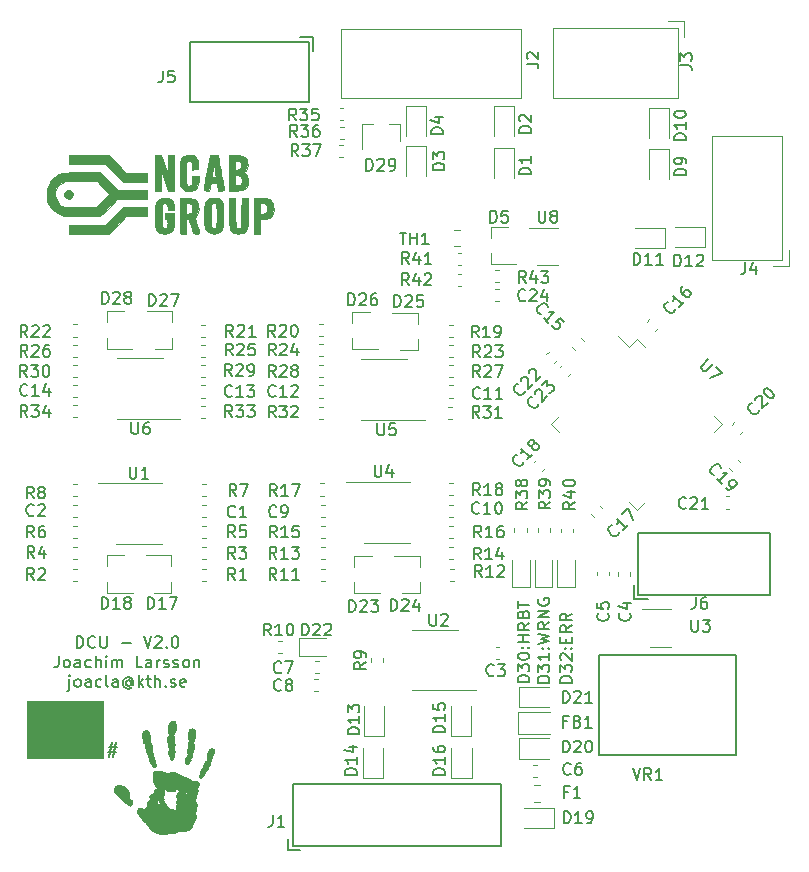
<source format=gbr>
G04 #@! TF.GenerationSoftware,KiCad,Pcbnew,(5.1.4-0)*
G04 #@! TF.CreationDate,2021-02-17T15:57:59+01:00*
G04 #@! TF.ProjectId,DCU,4443552e-6b69-4636-9164-5f7063625858,rev?*
G04 #@! TF.SameCoordinates,Original*
G04 #@! TF.FileFunction,Legend,Top*
G04 #@! TF.FilePolarity,Positive*
%FSLAX46Y46*%
G04 Gerber Fmt 4.6, Leading zero omitted, Abs format (unit mm)*
G04 Created by KiCad (PCBNEW (5.1.4-0)) date 2021-02-17 15:57:59*
%MOMM*%
%LPD*%
G04 APERTURE LIST*
%ADD10C,0.150000*%
%ADD11C,0.100000*%
%ADD12C,0.010000*%
%ADD13C,0.120000*%
G04 APERTURE END LIST*
D10*
X118128476Y-125665714D02*
X118842761Y-125665714D01*
X118414190Y-125237142D02*
X118128476Y-126522857D01*
X118747523Y-126094285D02*
X118033238Y-126094285D01*
X118461809Y-126522857D02*
X118747523Y-125237142D01*
X115422285Y-117316380D02*
X115422285Y-116316380D01*
X115660380Y-116316380D01*
X115803238Y-116364000D01*
X115898476Y-116459238D01*
X115946095Y-116554476D01*
X115993714Y-116744952D01*
X115993714Y-116887809D01*
X115946095Y-117078285D01*
X115898476Y-117173523D01*
X115803238Y-117268761D01*
X115660380Y-117316380D01*
X115422285Y-117316380D01*
X116993714Y-117221142D02*
X116946095Y-117268761D01*
X116803238Y-117316380D01*
X116708000Y-117316380D01*
X116565142Y-117268761D01*
X116469904Y-117173523D01*
X116422285Y-117078285D01*
X116374666Y-116887809D01*
X116374666Y-116744952D01*
X116422285Y-116554476D01*
X116469904Y-116459238D01*
X116565142Y-116364000D01*
X116708000Y-116316380D01*
X116803238Y-116316380D01*
X116946095Y-116364000D01*
X116993714Y-116411619D01*
X117422285Y-116316380D02*
X117422285Y-117125904D01*
X117469904Y-117221142D01*
X117517523Y-117268761D01*
X117612761Y-117316380D01*
X117803238Y-117316380D01*
X117898476Y-117268761D01*
X117946095Y-117221142D01*
X117993714Y-117125904D01*
X117993714Y-116316380D01*
X119231809Y-116935428D02*
X119993714Y-116935428D01*
X121088952Y-116316380D02*
X121422285Y-117316380D01*
X121755619Y-116316380D01*
X122041333Y-116411619D02*
X122088952Y-116364000D01*
X122184190Y-116316380D01*
X122422285Y-116316380D01*
X122517523Y-116364000D01*
X122565142Y-116411619D01*
X122612761Y-116506857D01*
X122612761Y-116602095D01*
X122565142Y-116744952D01*
X121993714Y-117316380D01*
X122612761Y-117316380D01*
X123041333Y-117221142D02*
X123088952Y-117268761D01*
X123041333Y-117316380D01*
X122993714Y-117268761D01*
X123041333Y-117221142D01*
X123041333Y-117316380D01*
X123708000Y-116316380D02*
X123803238Y-116316380D01*
X123898476Y-116364000D01*
X123946095Y-116411619D01*
X123993714Y-116506857D01*
X124041333Y-116697333D01*
X124041333Y-116935428D01*
X123993714Y-117125904D01*
X123946095Y-117221142D01*
X123898476Y-117268761D01*
X123803238Y-117316380D01*
X123708000Y-117316380D01*
X123612761Y-117268761D01*
X123565142Y-117221142D01*
X123517523Y-117125904D01*
X123469904Y-116935428D01*
X123469904Y-116697333D01*
X123517523Y-116506857D01*
X123565142Y-116411619D01*
X123612761Y-116364000D01*
X123708000Y-116316380D01*
X113898476Y-117966380D02*
X113898476Y-118680666D01*
X113850857Y-118823523D01*
X113755619Y-118918761D01*
X113612761Y-118966380D01*
X113517523Y-118966380D01*
X114517523Y-118966380D02*
X114422285Y-118918761D01*
X114374666Y-118871142D01*
X114327047Y-118775904D01*
X114327047Y-118490190D01*
X114374666Y-118394952D01*
X114422285Y-118347333D01*
X114517523Y-118299714D01*
X114660380Y-118299714D01*
X114755619Y-118347333D01*
X114803238Y-118394952D01*
X114850857Y-118490190D01*
X114850857Y-118775904D01*
X114803238Y-118871142D01*
X114755619Y-118918761D01*
X114660380Y-118966380D01*
X114517523Y-118966380D01*
X115708000Y-118966380D02*
X115708000Y-118442571D01*
X115660380Y-118347333D01*
X115565142Y-118299714D01*
X115374666Y-118299714D01*
X115279428Y-118347333D01*
X115708000Y-118918761D02*
X115612761Y-118966380D01*
X115374666Y-118966380D01*
X115279428Y-118918761D01*
X115231809Y-118823523D01*
X115231809Y-118728285D01*
X115279428Y-118633047D01*
X115374666Y-118585428D01*
X115612761Y-118585428D01*
X115708000Y-118537809D01*
X116612761Y-118918761D02*
X116517523Y-118966380D01*
X116327047Y-118966380D01*
X116231809Y-118918761D01*
X116184190Y-118871142D01*
X116136571Y-118775904D01*
X116136571Y-118490190D01*
X116184190Y-118394952D01*
X116231809Y-118347333D01*
X116327047Y-118299714D01*
X116517523Y-118299714D01*
X116612761Y-118347333D01*
X117041333Y-118966380D02*
X117041333Y-117966380D01*
X117469904Y-118966380D02*
X117469904Y-118442571D01*
X117422285Y-118347333D01*
X117327047Y-118299714D01*
X117184190Y-118299714D01*
X117088952Y-118347333D01*
X117041333Y-118394952D01*
X117946095Y-118966380D02*
X117946095Y-118299714D01*
X117946095Y-117966380D02*
X117898476Y-118014000D01*
X117946095Y-118061619D01*
X117993714Y-118014000D01*
X117946095Y-117966380D01*
X117946095Y-118061619D01*
X118422285Y-118966380D02*
X118422285Y-118299714D01*
X118422285Y-118394952D02*
X118469904Y-118347333D01*
X118565142Y-118299714D01*
X118708000Y-118299714D01*
X118803238Y-118347333D01*
X118850857Y-118442571D01*
X118850857Y-118966380D01*
X118850857Y-118442571D02*
X118898476Y-118347333D01*
X118993714Y-118299714D01*
X119136571Y-118299714D01*
X119231809Y-118347333D01*
X119279428Y-118442571D01*
X119279428Y-118966380D01*
X120993714Y-118966380D02*
X120517523Y-118966380D01*
X120517523Y-117966380D01*
X121755619Y-118966380D02*
X121755619Y-118442571D01*
X121708000Y-118347333D01*
X121612761Y-118299714D01*
X121422285Y-118299714D01*
X121327047Y-118347333D01*
X121755619Y-118918761D02*
X121660380Y-118966380D01*
X121422285Y-118966380D01*
X121327047Y-118918761D01*
X121279428Y-118823523D01*
X121279428Y-118728285D01*
X121327047Y-118633047D01*
X121422285Y-118585428D01*
X121660380Y-118585428D01*
X121755619Y-118537809D01*
X122231809Y-118966380D02*
X122231809Y-118299714D01*
X122231809Y-118490190D02*
X122279428Y-118394952D01*
X122327047Y-118347333D01*
X122422285Y-118299714D01*
X122517523Y-118299714D01*
X122803238Y-118918761D02*
X122898476Y-118966380D01*
X123088952Y-118966380D01*
X123184190Y-118918761D01*
X123231809Y-118823523D01*
X123231809Y-118775904D01*
X123184190Y-118680666D01*
X123088952Y-118633047D01*
X122946095Y-118633047D01*
X122850857Y-118585428D01*
X122803238Y-118490190D01*
X122803238Y-118442571D01*
X122850857Y-118347333D01*
X122946095Y-118299714D01*
X123088952Y-118299714D01*
X123184190Y-118347333D01*
X123612761Y-118918761D02*
X123708000Y-118966380D01*
X123898476Y-118966380D01*
X123993714Y-118918761D01*
X124041333Y-118823523D01*
X124041333Y-118775904D01*
X123993714Y-118680666D01*
X123898476Y-118633047D01*
X123755619Y-118633047D01*
X123660380Y-118585428D01*
X123612761Y-118490190D01*
X123612761Y-118442571D01*
X123660380Y-118347333D01*
X123755619Y-118299714D01*
X123898476Y-118299714D01*
X123993714Y-118347333D01*
X124612761Y-118966380D02*
X124517523Y-118918761D01*
X124469904Y-118871142D01*
X124422285Y-118775904D01*
X124422285Y-118490190D01*
X124469904Y-118394952D01*
X124517523Y-118347333D01*
X124612761Y-118299714D01*
X124755619Y-118299714D01*
X124850857Y-118347333D01*
X124898476Y-118394952D01*
X124946095Y-118490190D01*
X124946095Y-118775904D01*
X124898476Y-118871142D01*
X124850857Y-118918761D01*
X124755619Y-118966380D01*
X124612761Y-118966380D01*
X125374666Y-118299714D02*
X125374666Y-118966380D01*
X125374666Y-118394952D02*
X125422285Y-118347333D01*
X125517523Y-118299714D01*
X125660380Y-118299714D01*
X125755619Y-118347333D01*
X125803238Y-118442571D01*
X125803238Y-118966380D01*
X114803238Y-119949714D02*
X114803238Y-120806857D01*
X114755619Y-120902095D01*
X114660380Y-120949714D01*
X114612761Y-120949714D01*
X114803238Y-119616380D02*
X114755619Y-119664000D01*
X114803238Y-119711619D01*
X114850857Y-119664000D01*
X114803238Y-119616380D01*
X114803238Y-119711619D01*
X115422285Y-120616380D02*
X115327047Y-120568761D01*
X115279428Y-120521142D01*
X115231809Y-120425904D01*
X115231809Y-120140190D01*
X115279428Y-120044952D01*
X115327047Y-119997333D01*
X115422285Y-119949714D01*
X115565142Y-119949714D01*
X115660380Y-119997333D01*
X115708000Y-120044952D01*
X115755619Y-120140190D01*
X115755619Y-120425904D01*
X115708000Y-120521142D01*
X115660380Y-120568761D01*
X115565142Y-120616380D01*
X115422285Y-120616380D01*
X116612761Y-120616380D02*
X116612761Y-120092571D01*
X116565142Y-119997333D01*
X116469904Y-119949714D01*
X116279428Y-119949714D01*
X116184190Y-119997333D01*
X116612761Y-120568761D02*
X116517523Y-120616380D01*
X116279428Y-120616380D01*
X116184190Y-120568761D01*
X116136571Y-120473523D01*
X116136571Y-120378285D01*
X116184190Y-120283047D01*
X116279428Y-120235428D01*
X116517523Y-120235428D01*
X116612761Y-120187809D01*
X117517523Y-120568761D02*
X117422285Y-120616380D01*
X117231809Y-120616380D01*
X117136571Y-120568761D01*
X117088952Y-120521142D01*
X117041333Y-120425904D01*
X117041333Y-120140190D01*
X117088952Y-120044952D01*
X117136571Y-119997333D01*
X117231809Y-119949714D01*
X117422285Y-119949714D01*
X117517523Y-119997333D01*
X118088952Y-120616380D02*
X117993714Y-120568761D01*
X117946095Y-120473523D01*
X117946095Y-119616380D01*
X118898476Y-120616380D02*
X118898476Y-120092571D01*
X118850857Y-119997333D01*
X118755619Y-119949714D01*
X118565142Y-119949714D01*
X118469904Y-119997333D01*
X118898476Y-120568761D02*
X118803238Y-120616380D01*
X118565142Y-120616380D01*
X118469904Y-120568761D01*
X118422285Y-120473523D01*
X118422285Y-120378285D01*
X118469904Y-120283047D01*
X118565142Y-120235428D01*
X118803238Y-120235428D01*
X118898476Y-120187809D01*
X119993714Y-120140190D02*
X119946095Y-120092571D01*
X119850857Y-120044952D01*
X119755619Y-120044952D01*
X119660380Y-120092571D01*
X119612761Y-120140190D01*
X119565142Y-120235428D01*
X119565142Y-120330666D01*
X119612761Y-120425904D01*
X119660380Y-120473523D01*
X119755619Y-120521142D01*
X119850857Y-120521142D01*
X119946095Y-120473523D01*
X119993714Y-120425904D01*
X119993714Y-120044952D02*
X119993714Y-120425904D01*
X120041333Y-120473523D01*
X120088952Y-120473523D01*
X120184190Y-120425904D01*
X120231809Y-120330666D01*
X120231809Y-120092571D01*
X120136571Y-119949714D01*
X119993714Y-119854476D01*
X119803238Y-119806857D01*
X119612761Y-119854476D01*
X119469904Y-119949714D01*
X119374666Y-120092571D01*
X119327047Y-120283047D01*
X119374666Y-120473523D01*
X119469904Y-120616380D01*
X119612761Y-120711619D01*
X119803238Y-120759238D01*
X119993714Y-120711619D01*
X120136571Y-120616380D01*
X120660380Y-120616380D02*
X120660380Y-119616380D01*
X120755619Y-120235428D02*
X121041333Y-120616380D01*
X121041333Y-119949714D02*
X120660380Y-120330666D01*
X121327047Y-119949714D02*
X121708000Y-119949714D01*
X121469904Y-119616380D02*
X121469904Y-120473523D01*
X121517523Y-120568761D01*
X121612761Y-120616380D01*
X121708000Y-120616380D01*
X122041333Y-120616380D02*
X122041333Y-119616380D01*
X122469904Y-120616380D02*
X122469904Y-120092571D01*
X122422285Y-119997333D01*
X122327047Y-119949714D01*
X122184190Y-119949714D01*
X122088952Y-119997333D01*
X122041333Y-120044952D01*
X122946095Y-120521142D02*
X122993714Y-120568761D01*
X122946095Y-120616380D01*
X122898476Y-120568761D01*
X122946095Y-120521142D01*
X122946095Y-120616380D01*
X123374666Y-120568761D02*
X123469904Y-120616380D01*
X123660380Y-120616380D01*
X123755619Y-120568761D01*
X123803238Y-120473523D01*
X123803238Y-120425904D01*
X123755619Y-120330666D01*
X123660380Y-120283047D01*
X123517523Y-120283047D01*
X123422285Y-120235428D01*
X123374666Y-120140190D01*
X123374666Y-120092571D01*
X123422285Y-119997333D01*
X123517523Y-119949714D01*
X123660380Y-119949714D01*
X123755619Y-119997333D01*
X124612761Y-120568761D02*
X124517523Y-120616380D01*
X124327047Y-120616380D01*
X124231809Y-120568761D01*
X124184190Y-120473523D01*
X124184190Y-120092571D01*
X124231809Y-119997333D01*
X124327047Y-119949714D01*
X124517523Y-119949714D01*
X124612761Y-119997333D01*
X124660380Y-120092571D01*
X124660380Y-120187809D01*
X124184190Y-120283047D01*
D11*
G36*
X117676000Y-126642000D02*
G01*
X111199000Y-126642000D01*
X111199000Y-121816000D01*
X117676000Y-121816000D01*
X117676000Y-126642000D01*
G37*
X117676000Y-126642000D02*
X111199000Y-126642000D01*
X111199000Y-121816000D01*
X117676000Y-121816000D01*
X117676000Y-126642000D01*
D12*
G36*
X114883981Y-78570907D02*
G01*
X115010471Y-78670213D01*
X115079552Y-78820672D01*
X115085200Y-78884372D01*
X115041745Y-79068632D01*
X114926661Y-79199856D01*
X114762864Y-79262197D01*
X114573272Y-79239812D01*
X114571840Y-79239294D01*
X114444730Y-79147593D01*
X114351928Y-79000574D01*
X114323200Y-78869060D01*
X114352618Y-78785350D01*
X114423882Y-78674168D01*
X114428487Y-78668250D01*
X114566145Y-78561092D01*
X114726924Y-78531589D01*
X114883981Y-78570907D01*
X114883981Y-78570907D01*
G37*
X114883981Y-78570907D02*
X115010471Y-78670213D01*
X115079552Y-78820672D01*
X115085200Y-78884372D01*
X115041745Y-79068632D01*
X114926661Y-79199856D01*
X114762864Y-79262197D01*
X114573272Y-79239812D01*
X114571840Y-79239294D01*
X114444730Y-79147593D01*
X114351928Y-79000574D01*
X114323200Y-78869060D01*
X114352618Y-78785350D01*
X114423882Y-78674168D01*
X114428487Y-78668250D01*
X114566145Y-78561092D01*
X114726924Y-78531589D01*
X114883981Y-78570907D01*
G36*
X116456201Y-75598777D02*
G01*
X118182803Y-75613400D01*
X119633071Y-77061200D01*
X121333600Y-77061200D01*
X121333600Y-77823200D01*
X119334623Y-77823200D01*
X118592100Y-77086600D01*
X117849576Y-76350000D01*
X114729600Y-76350000D01*
X114729600Y-75584154D01*
X116456201Y-75598777D01*
X116456201Y-75598777D01*
G37*
X116456201Y-75598777D02*
X118182803Y-75613400D01*
X119633071Y-77061200D01*
X121333600Y-77061200D01*
X121333600Y-77823200D01*
X119334623Y-77823200D01*
X118592100Y-77086600D01*
X117849576Y-76350000D01*
X114729600Y-76350000D01*
X114729600Y-75584154D01*
X116456201Y-75598777D01*
G36*
X129142976Y-75601307D02*
G01*
X129411586Y-75645750D01*
X129607774Y-75728105D01*
X129744646Y-75855151D01*
X129835310Y-76033666D01*
X129867803Y-76145980D01*
X129894725Y-76427650D01*
X129842474Y-76686304D01*
X129716351Y-76896239D01*
X129712108Y-76900844D01*
X129605268Y-77015523D01*
X129736507Y-77146762D01*
X129876022Y-77351505D01*
X129946102Y-77598391D01*
X129949386Y-77861748D01*
X129888514Y-78115902D01*
X129766127Y-78335178D01*
X129598833Y-78485656D01*
X129505344Y-78531974D01*
X129391850Y-78561654D01*
X129234509Y-78578040D01*
X129009477Y-78584472D01*
X128890100Y-78585010D01*
X128344000Y-78585200D01*
X128344000Y-77264400D01*
X128852000Y-77264400D01*
X128852000Y-78128000D01*
X129052319Y-78128000D01*
X129212532Y-78108095D01*
X129313716Y-78038580D01*
X129331719Y-78015096D01*
X129382325Y-77892200D01*
X129409385Y-77727819D01*
X129410800Y-77684896D01*
X129375400Y-77472176D01*
X129270738Y-77332529D01*
X129099123Y-77268502D01*
X129029800Y-77264400D01*
X128852000Y-77264400D01*
X128344000Y-77264400D01*
X128344000Y-76045200D01*
X128852000Y-76045200D01*
X128852000Y-76807200D01*
X129004400Y-76807200D01*
X129153561Y-76772752D01*
X129258400Y-76705600D01*
X129339164Y-76560392D01*
X129355801Y-76377792D01*
X129306549Y-76200615D01*
X129280919Y-76158103D01*
X129169690Y-76067837D01*
X129026919Y-76045200D01*
X128852000Y-76045200D01*
X128344000Y-76045200D01*
X128344000Y-75588000D01*
X128788835Y-75588000D01*
X129142976Y-75601307D01*
X129142976Y-75601307D01*
G37*
X129142976Y-75601307D02*
X129411586Y-75645750D01*
X129607774Y-75728105D01*
X129744646Y-75855151D01*
X129835310Y-76033666D01*
X129867803Y-76145980D01*
X129894725Y-76427650D01*
X129842474Y-76686304D01*
X129716351Y-76896239D01*
X129712108Y-76900844D01*
X129605268Y-77015523D01*
X129736507Y-77146762D01*
X129876022Y-77351505D01*
X129946102Y-77598391D01*
X129949386Y-77861748D01*
X129888514Y-78115902D01*
X129766127Y-78335178D01*
X129598833Y-78485656D01*
X129505344Y-78531974D01*
X129391850Y-78561654D01*
X129234509Y-78578040D01*
X129009477Y-78584472D01*
X128890100Y-78585010D01*
X128344000Y-78585200D01*
X128344000Y-77264400D01*
X128852000Y-77264400D01*
X128852000Y-78128000D01*
X129052319Y-78128000D01*
X129212532Y-78108095D01*
X129313716Y-78038580D01*
X129331719Y-78015096D01*
X129382325Y-77892200D01*
X129409385Y-77727819D01*
X129410800Y-77684896D01*
X129375400Y-77472176D01*
X129270738Y-77332529D01*
X129099123Y-77268502D01*
X129029800Y-77264400D01*
X128852000Y-77264400D01*
X128344000Y-77264400D01*
X128344000Y-76045200D01*
X128852000Y-76045200D01*
X128852000Y-76807200D01*
X129004400Y-76807200D01*
X129153561Y-76772752D01*
X129258400Y-76705600D01*
X129339164Y-76560392D01*
X129355801Y-76377792D01*
X129306549Y-76200615D01*
X129280919Y-76158103D01*
X129169690Y-76067837D01*
X129026919Y-76045200D01*
X128852000Y-76045200D01*
X128344000Y-76045200D01*
X128344000Y-75588000D01*
X128788835Y-75588000D01*
X129142976Y-75601307D01*
G36*
X127451228Y-76083300D02*
G01*
X127491770Y-76302906D01*
X127545642Y-76593414D01*
X127607462Y-76925862D01*
X127671846Y-77271289D01*
X127714544Y-77499879D01*
X127769432Y-77797732D01*
X127817094Y-78064576D01*
X127854534Y-78282964D01*
X127878758Y-78435448D01*
X127886800Y-78503179D01*
X127864148Y-78554189D01*
X127781817Y-78579150D01*
X127637235Y-78585200D01*
X127387670Y-78585200D01*
X127302600Y-77950200D01*
X127040119Y-77934991D01*
X126899978Y-77929506D01*
X126811911Y-77945720D01*
X126759692Y-78002809D01*
X126727097Y-78119952D01*
X126697900Y-78316326D01*
X126694157Y-78343900D01*
X126661374Y-78585200D01*
X126404721Y-78585200D01*
X126253928Y-78582261D01*
X126180966Y-78564010D01*
X126162071Y-78516288D01*
X126170213Y-78445500D01*
X126185102Y-78359506D01*
X126215793Y-78188244D01*
X126259626Y-77946355D01*
X126313938Y-77648478D01*
X126365294Y-77368075D01*
X126870800Y-77368075D01*
X126890805Y-77436048D01*
X126968510Y-77464021D01*
X127054035Y-77467600D01*
X127180227Y-77454795D01*
X127215504Y-77414296D01*
X127212487Y-77403017D01*
X127195036Y-77326561D01*
X127168968Y-77175602D01*
X127138653Y-76976403D01*
X127123283Y-76867026D01*
X127092021Y-76668628D01*
X127060610Y-76520404D01*
X127033671Y-76441980D01*
X127021827Y-76436308D01*
X126999035Y-76501455D01*
X126969156Y-76638933D01*
X126936824Y-76820154D01*
X126906672Y-77016529D01*
X126883335Y-77199466D01*
X126871446Y-77340378D01*
X126870800Y-77368075D01*
X126365294Y-77368075D01*
X126376067Y-77309255D01*
X126442679Y-76946975D01*
X126693000Y-75588151D01*
X127026583Y-75588075D01*
X127360167Y-75588000D01*
X127451228Y-76083300D01*
X127451228Y-76083300D01*
G37*
X127451228Y-76083300D02*
X127491770Y-76302906D01*
X127545642Y-76593414D01*
X127607462Y-76925862D01*
X127671846Y-77271289D01*
X127714544Y-77499879D01*
X127769432Y-77797732D01*
X127817094Y-78064576D01*
X127854534Y-78282964D01*
X127878758Y-78435448D01*
X127886800Y-78503179D01*
X127864148Y-78554189D01*
X127781817Y-78579150D01*
X127637235Y-78585200D01*
X127387670Y-78585200D01*
X127302600Y-77950200D01*
X127040119Y-77934991D01*
X126899978Y-77929506D01*
X126811911Y-77945720D01*
X126759692Y-78002809D01*
X126727097Y-78119952D01*
X126697900Y-78316326D01*
X126694157Y-78343900D01*
X126661374Y-78585200D01*
X126404721Y-78585200D01*
X126253928Y-78582261D01*
X126180966Y-78564010D01*
X126162071Y-78516288D01*
X126170213Y-78445500D01*
X126185102Y-78359506D01*
X126215793Y-78188244D01*
X126259626Y-77946355D01*
X126313938Y-77648478D01*
X126365294Y-77368075D01*
X126870800Y-77368075D01*
X126890805Y-77436048D01*
X126968510Y-77464021D01*
X127054035Y-77467600D01*
X127180227Y-77454795D01*
X127215504Y-77414296D01*
X127212487Y-77403017D01*
X127195036Y-77326561D01*
X127168968Y-77175602D01*
X127138653Y-76976403D01*
X127123283Y-76867026D01*
X127092021Y-76668628D01*
X127060610Y-76520404D01*
X127033671Y-76441980D01*
X127021827Y-76436308D01*
X126999035Y-76501455D01*
X126969156Y-76638933D01*
X126936824Y-76820154D01*
X126906672Y-77016529D01*
X126883335Y-77199466D01*
X126871446Y-77340378D01*
X126870800Y-77368075D01*
X126365294Y-77368075D01*
X126376067Y-77309255D01*
X126442679Y-76946975D01*
X126693000Y-75588151D01*
X127026583Y-75588075D01*
X127360167Y-75588000D01*
X127451228Y-76083300D01*
G36*
X122565748Y-75613400D02*
G01*
X123137000Y-77175090D01*
X123150989Y-76381545D01*
X123164979Y-75588000D01*
X123670400Y-75588000D01*
X123670400Y-78585200D01*
X123181376Y-78585200D01*
X122558920Y-76832600D01*
X122552800Y-78585200D01*
X122044800Y-78585200D01*
X122044800Y-75582690D01*
X122565748Y-75613400D01*
X122565748Y-75613400D01*
G37*
X122565748Y-75613400D02*
X123137000Y-77175090D01*
X123150989Y-76381545D01*
X123164979Y-75588000D01*
X123670400Y-75588000D01*
X123670400Y-78585200D01*
X123181376Y-78585200D01*
X122558920Y-76832600D01*
X122552800Y-78585200D01*
X122044800Y-78585200D01*
X122044800Y-75582690D01*
X122565748Y-75613400D01*
G36*
X125230528Y-75598852D02*
G01*
X125450264Y-75700510D01*
X125603053Y-75875414D01*
X125692340Y-76127322D01*
X125721179Y-76418929D01*
X125727800Y-76781800D01*
X125461100Y-76797154D01*
X125194400Y-76812509D01*
X125194400Y-76489814D01*
X125183046Y-76270193D01*
X125142728Y-76133838D01*
X125064059Y-76064318D01*
X124940400Y-76045199D01*
X124855176Y-76050410D01*
X124791463Y-76074603D01*
X124746147Y-76130625D01*
X124716114Y-76231321D01*
X124698250Y-76389534D01*
X124689443Y-76618112D01*
X124686579Y-76929898D01*
X124686400Y-77093131D01*
X124688274Y-77453357D01*
X124695837Y-77724461D01*
X124712000Y-77918881D01*
X124739671Y-78049058D01*
X124781763Y-78127430D01*
X124841185Y-78166437D01*
X124920847Y-78178519D01*
X124940400Y-78178800D01*
X125063347Y-78148195D01*
X125143100Y-78049403D01*
X125184857Y-77871952D01*
X125194400Y-77667171D01*
X125194400Y-77315200D01*
X125766254Y-77315200D01*
X125743137Y-77714520D01*
X125704203Y-78033612D01*
X125624998Y-78271230D01*
X125498588Y-78441878D01*
X125345071Y-78547021D01*
X125122067Y-78617353D01*
X124869899Y-78632902D01*
X124631628Y-78594196D01*
X124498660Y-78536635D01*
X124387342Y-78463363D01*
X124302710Y-78387324D01*
X124240815Y-78293746D01*
X124197711Y-78167854D01*
X124169449Y-77994876D01*
X124152082Y-77760039D01*
X124141661Y-77448570D01*
X124136457Y-77181224D01*
X124131497Y-76836075D01*
X124130719Y-76575622D01*
X124135302Y-76383003D01*
X124146430Y-76241360D01*
X124165282Y-76133831D01*
X124193040Y-76043556D01*
X124220905Y-75975919D01*
X124352446Y-75769267D01*
X124537031Y-75637854D01*
X124786819Y-75574765D01*
X124940400Y-75566678D01*
X125230528Y-75598852D01*
X125230528Y-75598852D01*
G37*
X125230528Y-75598852D02*
X125450264Y-75700510D01*
X125603053Y-75875414D01*
X125692340Y-76127322D01*
X125721179Y-76418929D01*
X125727800Y-76781800D01*
X125461100Y-76797154D01*
X125194400Y-76812509D01*
X125194400Y-76489814D01*
X125183046Y-76270193D01*
X125142728Y-76133838D01*
X125064059Y-76064318D01*
X124940400Y-76045199D01*
X124855176Y-76050410D01*
X124791463Y-76074603D01*
X124746147Y-76130625D01*
X124716114Y-76231321D01*
X124698250Y-76389534D01*
X124689443Y-76618112D01*
X124686579Y-76929898D01*
X124686400Y-77093131D01*
X124688274Y-77453357D01*
X124695837Y-77724461D01*
X124712000Y-77918881D01*
X124739671Y-78049058D01*
X124781763Y-78127430D01*
X124841185Y-78166437D01*
X124920847Y-78178519D01*
X124940400Y-78178800D01*
X125063347Y-78148195D01*
X125143100Y-78049403D01*
X125184857Y-77871952D01*
X125194400Y-77667171D01*
X125194400Y-77315200D01*
X125766254Y-77315200D01*
X125743137Y-77714520D01*
X125704203Y-78033612D01*
X125624998Y-78271230D01*
X125498588Y-78441878D01*
X125345071Y-78547021D01*
X125122067Y-78617353D01*
X124869899Y-78632902D01*
X124631628Y-78594196D01*
X124498660Y-78536635D01*
X124387342Y-78463363D01*
X124302710Y-78387324D01*
X124240815Y-78293746D01*
X124197711Y-78167854D01*
X124169449Y-77994876D01*
X124152082Y-77760039D01*
X124141661Y-77448570D01*
X124136457Y-77181224D01*
X124131497Y-76836075D01*
X124130719Y-76575622D01*
X124135302Y-76383003D01*
X124146430Y-76241360D01*
X124165282Y-76133831D01*
X124193040Y-76043556D01*
X124220905Y-75975919D01*
X124352446Y-75769267D01*
X124537031Y-75637854D01*
X124786819Y-75574765D01*
X124940400Y-75566678D01*
X125230528Y-75598852D01*
G36*
X118924699Y-78534400D02*
G01*
X121333600Y-78534400D01*
X121333600Y-79296400D01*
X118862102Y-79296400D01*
X118138409Y-80033000D01*
X117414715Y-80769600D01*
X116034057Y-80763661D01*
X115653825Y-80760425D01*
X115293197Y-80754364D01*
X114968823Y-80745991D01*
X114697350Y-80735816D01*
X114495428Y-80724349D01*
X114385021Y-80713037D01*
X114015606Y-80602556D01*
X113668194Y-80405877D01*
X113362250Y-80138372D01*
X113117237Y-79815412D01*
X113023642Y-79637896D01*
X112943428Y-79439956D01*
X112898783Y-79259580D01*
X112880174Y-79049589D01*
X112877870Y-78927799D01*
X113587633Y-78927799D01*
X113650034Y-79247010D01*
X113800071Y-79539143D01*
X113950247Y-79712697D01*
X114043053Y-79796074D01*
X114134308Y-79861837D01*
X114237092Y-79912089D01*
X114364491Y-79948934D01*
X114529584Y-79974477D01*
X114745456Y-79990820D01*
X115025189Y-80000067D01*
X115381865Y-80004322D01*
X115771866Y-80005611D01*
X117093532Y-80007600D01*
X117638579Y-79460857D01*
X118183626Y-78914115D01*
X117645685Y-78342646D01*
X117107745Y-77771177D01*
X115829772Y-77773789D01*
X115464595Y-77776584D01*
X115124688Y-77783045D01*
X114826300Y-77792564D01*
X114585677Y-77804537D01*
X114419067Y-77818357D01*
X114355309Y-77828771D01*
X114148499Y-77926125D01*
X113943103Y-78093453D01*
X113766091Y-78302394D01*
X113644430Y-78524585D01*
X113619243Y-78602880D01*
X113587633Y-78927799D01*
X112877870Y-78927799D01*
X112877635Y-78915400D01*
X112919551Y-78471123D01*
X113050467Y-78075849D01*
X113270398Y-77729546D01*
X113579362Y-77432182D01*
X113649010Y-77380588D01*
X113779924Y-77291642D01*
X113904943Y-77219858D01*
X114036879Y-77163189D01*
X114188546Y-77119591D01*
X114372755Y-77087016D01*
X114602320Y-77063419D01*
X114890055Y-77046754D01*
X115248771Y-77034976D01*
X115691282Y-77026037D01*
X115889140Y-77022882D01*
X117378881Y-77000148D01*
X118924699Y-78534400D01*
X118924699Y-78534400D01*
G37*
X118924699Y-78534400D02*
X121333600Y-78534400D01*
X121333600Y-79296400D01*
X118862102Y-79296400D01*
X118138409Y-80033000D01*
X117414715Y-80769600D01*
X116034057Y-80763661D01*
X115653825Y-80760425D01*
X115293197Y-80754364D01*
X114968823Y-80745991D01*
X114697350Y-80735816D01*
X114495428Y-80724349D01*
X114385021Y-80713037D01*
X114015606Y-80602556D01*
X113668194Y-80405877D01*
X113362250Y-80138372D01*
X113117237Y-79815412D01*
X113023642Y-79637896D01*
X112943428Y-79439956D01*
X112898783Y-79259580D01*
X112880174Y-79049589D01*
X112877870Y-78927799D01*
X113587633Y-78927799D01*
X113650034Y-79247010D01*
X113800071Y-79539143D01*
X113950247Y-79712697D01*
X114043053Y-79796074D01*
X114134308Y-79861837D01*
X114237092Y-79912089D01*
X114364491Y-79948934D01*
X114529584Y-79974477D01*
X114745456Y-79990820D01*
X115025189Y-80000067D01*
X115381865Y-80004322D01*
X115771866Y-80005611D01*
X117093532Y-80007600D01*
X117638579Y-79460857D01*
X118183626Y-78914115D01*
X117645685Y-78342646D01*
X117107745Y-77771177D01*
X115829772Y-77773789D01*
X115464595Y-77776584D01*
X115124688Y-77783045D01*
X114826300Y-77792564D01*
X114585677Y-77804537D01*
X114419067Y-77818357D01*
X114355309Y-77828771D01*
X114148499Y-77926125D01*
X113943103Y-78093453D01*
X113766091Y-78302394D01*
X113644430Y-78524585D01*
X113619243Y-78602880D01*
X113587633Y-78927799D01*
X112877870Y-78927799D01*
X112877635Y-78915400D01*
X112919551Y-78471123D01*
X113050467Y-78075849D01*
X113270398Y-77729546D01*
X113579362Y-77432182D01*
X113649010Y-77380588D01*
X113779924Y-77291642D01*
X113904943Y-77219858D01*
X114036879Y-77163189D01*
X114188546Y-77119591D01*
X114372755Y-77087016D01*
X114602320Y-77063419D01*
X114890055Y-77046754D01*
X115248771Y-77034976D01*
X115691282Y-77026037D01*
X115889140Y-77022882D01*
X117378881Y-77000148D01*
X118924699Y-78534400D01*
G36*
X131194839Y-79207253D02*
G01*
X131475340Y-79247288D01*
X131687387Y-79318916D01*
X131846171Y-79426150D01*
X131894635Y-79475852D01*
X132017933Y-79682325D01*
X132082988Y-79934735D01*
X132090938Y-80204638D01*
X132042917Y-80463594D01*
X131940060Y-80683160D01*
X131842041Y-80793228D01*
X131723027Y-80881301D01*
X131601184Y-80935908D01*
X131443759Y-80967049D01*
X131217999Y-80984725D01*
X131214200Y-80984925D01*
X130960200Y-80998200D01*
X130931672Y-82242800D01*
X130426800Y-82242800D01*
X130426800Y-79652000D01*
X130934800Y-79652000D01*
X130934800Y-80075333D01*
X130939100Y-80274439D01*
X130950545Y-80433402D01*
X130966948Y-80525749D01*
X130972900Y-80536917D01*
X131053861Y-80558934D01*
X131186725Y-80547440D01*
X131330971Y-80511122D01*
X131446081Y-80458669D01*
X131480900Y-80427997D01*
X131518970Y-80328408D01*
X131541638Y-80174282D01*
X131544400Y-80099490D01*
X131515380Y-79877800D01*
X131424456Y-79734429D01*
X131265829Y-79662992D01*
X131138000Y-79652000D01*
X130934800Y-79652000D01*
X130426800Y-79652000D01*
X130426800Y-79194800D01*
X130830699Y-79194800D01*
X131194839Y-79207253D01*
X131194839Y-79207253D01*
G37*
X131194839Y-79207253D02*
X131475340Y-79247288D01*
X131687387Y-79318916D01*
X131846171Y-79426150D01*
X131894635Y-79475852D01*
X132017933Y-79682325D01*
X132082988Y-79934735D01*
X132090938Y-80204638D01*
X132042917Y-80463594D01*
X131940060Y-80683160D01*
X131842041Y-80793228D01*
X131723027Y-80881301D01*
X131601184Y-80935908D01*
X131443759Y-80967049D01*
X131217999Y-80984725D01*
X131214200Y-80984925D01*
X130960200Y-80998200D01*
X130931672Y-82242800D01*
X130426800Y-82242800D01*
X130426800Y-79652000D01*
X130934800Y-79652000D01*
X130934800Y-80075333D01*
X130939100Y-80274439D01*
X130950545Y-80433402D01*
X130966948Y-80525749D01*
X130972900Y-80536917D01*
X131053861Y-80558934D01*
X131186725Y-80547440D01*
X131330971Y-80511122D01*
X131446081Y-80458669D01*
X131480900Y-80427997D01*
X131518970Y-80328408D01*
X131541638Y-80174282D01*
X131544400Y-80099490D01*
X131515380Y-79877800D01*
X131424456Y-79734429D01*
X131265829Y-79662992D01*
X131138000Y-79652000D01*
X130934800Y-79652000D01*
X130426800Y-79652000D01*
X130426800Y-79194800D01*
X130830699Y-79194800D01*
X131194839Y-79207253D01*
G36*
X129918800Y-80450237D02*
G01*
X129917511Y-80883948D01*
X129911928Y-81228292D01*
X129899470Y-81495488D01*
X129877559Y-81697753D01*
X129843617Y-81847306D01*
X129795064Y-81956366D01*
X129729322Y-82037150D01*
X129643812Y-82101879D01*
X129560067Y-82149974D01*
X129342617Y-82222721D01*
X129088363Y-82243169D01*
X128840351Y-82211799D01*
X128658443Y-82139897D01*
X128567866Y-82078172D01*
X128496473Y-82007920D01*
X128442005Y-81916936D01*
X128402202Y-81793018D01*
X128374807Y-81623959D01*
X128357560Y-81397557D01*
X128348201Y-81101607D01*
X128344474Y-80723905D01*
X128344000Y-80441031D01*
X128344000Y-79194800D01*
X128852000Y-79194800D01*
X128852748Y-80350500D01*
X128855095Y-80776152D01*
X128861785Y-81108126D01*
X128873212Y-81354266D01*
X128889772Y-81522417D01*
X128911861Y-81620424D01*
X128917425Y-81633200D01*
X129010243Y-81733344D01*
X129136349Y-81777397D01*
X129256262Y-81756336D01*
X129299908Y-81720595D01*
X129322098Y-81644315D01*
X129340358Y-81472690D01*
X129354779Y-81204120D01*
X129365448Y-80837006D01*
X129371760Y-80435327D01*
X129385400Y-79220200D01*
X129918800Y-79189490D01*
X129918800Y-80450237D01*
X129918800Y-80450237D01*
G37*
X129918800Y-80450237D02*
X129917511Y-80883948D01*
X129911928Y-81228292D01*
X129899470Y-81495488D01*
X129877559Y-81697753D01*
X129843617Y-81847306D01*
X129795064Y-81956366D01*
X129729322Y-82037150D01*
X129643812Y-82101879D01*
X129560067Y-82149974D01*
X129342617Y-82222721D01*
X129088363Y-82243169D01*
X128840351Y-82211799D01*
X128658443Y-82139897D01*
X128567866Y-82078172D01*
X128496473Y-82007920D01*
X128442005Y-81916936D01*
X128402202Y-81793018D01*
X128374807Y-81623959D01*
X128357560Y-81397557D01*
X128348201Y-81101607D01*
X128344474Y-80723905D01*
X128344000Y-80441031D01*
X128344000Y-79194800D01*
X128852000Y-79194800D01*
X128852748Y-80350500D01*
X128855095Y-80776152D01*
X128861785Y-81108126D01*
X128873212Y-81354266D01*
X128889772Y-81522417D01*
X128911861Y-81620424D01*
X128917425Y-81633200D01*
X129010243Y-81733344D01*
X129136349Y-81777397D01*
X129256262Y-81756336D01*
X129299908Y-81720595D01*
X129322098Y-81644315D01*
X129340358Y-81472690D01*
X129354779Y-81204120D01*
X129365448Y-80837006D01*
X129371760Y-80435327D01*
X129385400Y-79220200D01*
X129918800Y-79189490D01*
X129918800Y-80450237D01*
G36*
X127316673Y-79212835D02*
G01*
X127432119Y-79254334D01*
X127498318Y-79291775D01*
X127606641Y-79370501D01*
X127689501Y-79464969D01*
X127750154Y-79589081D01*
X127791858Y-79756740D01*
X127817871Y-79981846D01*
X127831449Y-80278300D01*
X127835850Y-80660005D01*
X127835921Y-80732528D01*
X127833224Y-81113163D01*
X127822703Y-81407244D01*
X127800599Y-81629737D01*
X127763153Y-81795605D01*
X127706607Y-81919813D01*
X127627204Y-82017327D01*
X127521183Y-82103111D01*
X127485587Y-82127487D01*
X127267265Y-82219684D01*
X127010567Y-82248271D01*
X126755979Y-82213285D01*
X126560812Y-82126603D01*
X126448034Y-82040952D01*
X126364244Y-81946444D01*
X126304734Y-81826550D01*
X126264794Y-81664741D01*
X126239716Y-81444489D01*
X126224789Y-81149263D01*
X126218666Y-80925705D01*
X126215640Y-80737231D01*
X126769200Y-80737231D01*
X126770570Y-81068783D01*
X126775481Y-81313274D01*
X126785126Y-81485216D01*
X126800704Y-81599123D01*
X126823409Y-81669504D01*
X126849028Y-81705771D01*
X126973664Y-81773428D01*
X127116297Y-81776357D01*
X127216240Y-81724640D01*
X127239069Y-81651906D01*
X127256927Y-81497625D01*
X127269813Y-81281727D01*
X127277726Y-81024141D01*
X127280668Y-80744797D01*
X127278638Y-80463627D01*
X127271635Y-80200561D01*
X127259661Y-79975528D01*
X127242715Y-79808459D01*
X127220797Y-79719285D01*
X127216239Y-79712959D01*
X127103670Y-79658120D01*
X126966483Y-79659447D01*
X126852194Y-79712447D01*
X126821787Y-79750260D01*
X126803212Y-79835607D01*
X126787873Y-80006664D01*
X126776615Y-80247571D01*
X126770283Y-80542465D01*
X126769200Y-80737231D01*
X126215640Y-80737231D01*
X126212170Y-80521223D01*
X126214554Y-80203639D01*
X126227906Y-79958478D01*
X126254312Y-79771265D01*
X126295860Y-79627527D01*
X126354636Y-79512787D01*
X126432728Y-79412572D01*
X126437618Y-79407201D01*
X126533960Y-79310008D01*
X126622648Y-79252940D01*
X126737515Y-79222936D01*
X126912396Y-79206937D01*
X126964322Y-79203884D01*
X127172747Y-79197995D01*
X127316673Y-79212835D01*
X127316673Y-79212835D01*
G37*
X127316673Y-79212835D02*
X127432119Y-79254334D01*
X127498318Y-79291775D01*
X127606641Y-79370501D01*
X127689501Y-79464969D01*
X127750154Y-79589081D01*
X127791858Y-79756740D01*
X127817871Y-79981846D01*
X127831449Y-80278300D01*
X127835850Y-80660005D01*
X127835921Y-80732528D01*
X127833224Y-81113163D01*
X127822703Y-81407244D01*
X127800599Y-81629737D01*
X127763153Y-81795605D01*
X127706607Y-81919813D01*
X127627204Y-82017327D01*
X127521183Y-82103111D01*
X127485587Y-82127487D01*
X127267265Y-82219684D01*
X127010567Y-82248271D01*
X126755979Y-82213285D01*
X126560812Y-82126603D01*
X126448034Y-82040952D01*
X126364244Y-81946444D01*
X126304734Y-81826550D01*
X126264794Y-81664741D01*
X126239716Y-81444489D01*
X126224789Y-81149263D01*
X126218666Y-80925705D01*
X126215640Y-80737231D01*
X126769200Y-80737231D01*
X126770570Y-81068783D01*
X126775481Y-81313274D01*
X126785126Y-81485216D01*
X126800704Y-81599123D01*
X126823409Y-81669504D01*
X126849028Y-81705771D01*
X126973664Y-81773428D01*
X127116297Y-81776357D01*
X127216240Y-81724640D01*
X127239069Y-81651906D01*
X127256927Y-81497625D01*
X127269813Y-81281727D01*
X127277726Y-81024141D01*
X127280668Y-80744797D01*
X127278638Y-80463627D01*
X127271635Y-80200561D01*
X127259661Y-79975528D01*
X127242715Y-79808459D01*
X127220797Y-79719285D01*
X127216239Y-79712959D01*
X127103670Y-79658120D01*
X126966483Y-79659447D01*
X126852194Y-79712447D01*
X126821787Y-79750260D01*
X126803212Y-79835607D01*
X126787873Y-80006664D01*
X126776615Y-80247571D01*
X126770283Y-80542465D01*
X126769200Y-80737231D01*
X126215640Y-80737231D01*
X126212170Y-80521223D01*
X126214554Y-80203639D01*
X126227906Y-79958478D01*
X126254312Y-79771265D01*
X126295860Y-79627527D01*
X126354636Y-79512787D01*
X126432728Y-79412572D01*
X126437618Y-79407201D01*
X126533960Y-79310008D01*
X126622648Y-79252940D01*
X126737515Y-79222936D01*
X126912396Y-79206937D01*
X126964322Y-79203884D01*
X127172747Y-79197995D01*
X127316673Y-79212835D01*
G36*
X124673700Y-79204935D02*
G01*
X124997195Y-79226934D01*
X125236943Y-79266280D01*
X125410298Y-79330268D01*
X125534612Y-79426194D01*
X125627241Y-79561354D01*
X125654476Y-79617268D01*
X125731146Y-79872105D01*
X125749969Y-80147037D01*
X125714133Y-80412456D01*
X125626828Y-80638756D01*
X125531001Y-80763586D01*
X125410248Y-80877028D01*
X125606459Y-81496414D01*
X125680804Y-81735897D01*
X125742331Y-81943220D01*
X125785087Y-82097649D01*
X125803116Y-82178449D01*
X125803335Y-82181954D01*
X125770590Y-82222073D01*
X125661876Y-82236242D01*
X125542409Y-82232754D01*
X125280818Y-82217400D01*
X125101171Y-81595100D01*
X125025207Y-81337302D01*
X124968015Y-81162031D01*
X124922131Y-81053656D01*
X124880089Y-80996548D01*
X124834425Y-80975080D01*
X124803962Y-80972800D01*
X124755259Y-80975981D01*
X124722296Y-80996587D01*
X124701999Y-81051205D01*
X124691299Y-81156425D01*
X124687123Y-81328838D01*
X124686400Y-81585031D01*
X124686400Y-82242800D01*
X124440866Y-82242800D01*
X124290376Y-82236319D01*
X124185574Y-82219857D01*
X124161466Y-82208933D01*
X124152888Y-82151402D01*
X124145108Y-82005184D01*
X124138414Y-81783188D01*
X124133090Y-81498325D01*
X124129422Y-81163506D01*
X124127696Y-80791641D01*
X124127600Y-80678408D01*
X124127600Y-79652000D01*
X124686400Y-79652000D01*
X124686400Y-80579693D01*
X124868732Y-80550105D01*
X125011424Y-80514200D01*
X125116098Y-80466118D01*
X125122732Y-80461038D01*
X125171384Y-80362193D01*
X125193289Y-80173254D01*
X125194400Y-80105860D01*
X125187916Y-79928168D01*
X125162189Y-79820337D01*
X125107799Y-79751106D01*
X125081496Y-79731080D01*
X124941916Y-79669821D01*
X124827496Y-79652000D01*
X124686400Y-79652000D01*
X124127600Y-79652000D01*
X124127600Y-79181749D01*
X124673700Y-79204935D01*
X124673700Y-79204935D01*
G37*
X124673700Y-79204935D02*
X124997195Y-79226934D01*
X125236943Y-79266280D01*
X125410298Y-79330268D01*
X125534612Y-79426194D01*
X125627241Y-79561354D01*
X125654476Y-79617268D01*
X125731146Y-79872105D01*
X125749969Y-80147037D01*
X125714133Y-80412456D01*
X125626828Y-80638756D01*
X125531001Y-80763586D01*
X125410248Y-80877028D01*
X125606459Y-81496414D01*
X125680804Y-81735897D01*
X125742331Y-81943220D01*
X125785087Y-82097649D01*
X125803116Y-82178449D01*
X125803335Y-82181954D01*
X125770590Y-82222073D01*
X125661876Y-82236242D01*
X125542409Y-82232754D01*
X125280818Y-82217400D01*
X125101171Y-81595100D01*
X125025207Y-81337302D01*
X124968015Y-81162031D01*
X124922131Y-81053656D01*
X124880089Y-80996548D01*
X124834425Y-80975080D01*
X124803962Y-80972800D01*
X124755259Y-80975981D01*
X124722296Y-80996587D01*
X124701999Y-81051205D01*
X124691299Y-81156425D01*
X124687123Y-81328838D01*
X124686400Y-81585031D01*
X124686400Y-82242800D01*
X124440866Y-82242800D01*
X124290376Y-82236319D01*
X124185574Y-82219857D01*
X124161466Y-82208933D01*
X124152888Y-82151402D01*
X124145108Y-82005184D01*
X124138414Y-81783188D01*
X124133090Y-81498325D01*
X124129422Y-81163506D01*
X124127696Y-80791641D01*
X124127600Y-80678408D01*
X124127600Y-79652000D01*
X124686400Y-79652000D01*
X124686400Y-80579693D01*
X124868732Y-80550105D01*
X125011424Y-80514200D01*
X125116098Y-80466118D01*
X125122732Y-80461038D01*
X125171384Y-80362193D01*
X125193289Y-80173254D01*
X125194400Y-80105860D01*
X125187916Y-79928168D01*
X125162189Y-79820337D01*
X125107799Y-79751106D01*
X125081496Y-79731080D01*
X124941916Y-79669821D01*
X124827496Y-79652000D01*
X124686400Y-79652000D01*
X124127600Y-79652000D01*
X124127600Y-79181749D01*
X124673700Y-79204935D01*
G36*
X123028862Y-79209747D02*
G01*
X123219802Y-79248888D01*
X123292177Y-79275722D01*
X123451832Y-79401967D01*
X123577855Y-79598153D01*
X123654504Y-79834206D01*
X123670400Y-79998238D01*
X123670400Y-80210800D01*
X123111600Y-80210800D01*
X123111600Y-79992359D01*
X123098192Y-79842667D01*
X123064665Y-79732859D01*
X123050639Y-79712959D01*
X122938070Y-79658120D01*
X122800883Y-79659447D01*
X122686594Y-79712447D01*
X122656187Y-79750260D01*
X122637612Y-79835607D01*
X122622273Y-80006664D01*
X122611015Y-80247571D01*
X122604683Y-80542465D01*
X122603600Y-80737231D01*
X122604970Y-81068783D01*
X122609881Y-81313274D01*
X122619526Y-81485216D01*
X122635104Y-81599123D01*
X122657809Y-81669504D01*
X122683428Y-81705771D01*
X122810041Y-81778914D01*
X122959475Y-81758427D01*
X123013339Y-81733012D01*
X123066511Y-81688781D01*
X123096553Y-81610914D01*
X123109491Y-81474483D01*
X123111600Y-81326612D01*
X123109709Y-81141404D01*
X123098728Y-81035596D01*
X123070689Y-80986994D01*
X123017626Y-80973405D01*
X122984600Y-80972800D01*
X122906230Y-80963325D01*
X122869100Y-80916751D01*
X122858085Y-80805858D01*
X122857600Y-80744200D01*
X122857600Y-80515600D01*
X123680847Y-80515600D01*
X123662923Y-81140200D01*
X123651613Y-81425764D01*
X123634930Y-81629311D01*
X123610072Y-81770394D01*
X123574236Y-81868564D01*
X123553339Y-81904626D01*
X123369227Y-82098164D01*
X123124055Y-82210684D01*
X122857600Y-82242420D01*
X122579850Y-82211192D01*
X122415860Y-82143435D01*
X122301980Y-82067988D01*
X122216058Y-81989112D01*
X122153838Y-81891523D01*
X122111061Y-81759938D01*
X122083471Y-81579075D01*
X122066810Y-81333652D01*
X122056822Y-81008386D01*
X122053566Y-80842847D01*
X122049159Y-80444824D01*
X122053817Y-80133625D01*
X122070208Y-79894677D01*
X122101004Y-79713406D01*
X122148873Y-79575238D01*
X122216484Y-79465600D01*
X122306508Y-79369917D01*
X122326676Y-79351840D01*
X122442647Y-79261366D01*
X122552840Y-79214103D01*
X122698938Y-79196607D01*
X122813590Y-79194800D01*
X123028862Y-79209747D01*
X123028862Y-79209747D01*
G37*
X123028862Y-79209747D02*
X123219802Y-79248888D01*
X123292177Y-79275722D01*
X123451832Y-79401967D01*
X123577855Y-79598153D01*
X123654504Y-79834206D01*
X123670400Y-79998238D01*
X123670400Y-80210800D01*
X123111600Y-80210800D01*
X123111600Y-79992359D01*
X123098192Y-79842667D01*
X123064665Y-79732859D01*
X123050639Y-79712959D01*
X122938070Y-79658120D01*
X122800883Y-79659447D01*
X122686594Y-79712447D01*
X122656187Y-79750260D01*
X122637612Y-79835607D01*
X122622273Y-80006664D01*
X122611015Y-80247571D01*
X122604683Y-80542465D01*
X122603600Y-80737231D01*
X122604970Y-81068783D01*
X122609881Y-81313274D01*
X122619526Y-81485216D01*
X122635104Y-81599123D01*
X122657809Y-81669504D01*
X122683428Y-81705771D01*
X122810041Y-81778914D01*
X122959475Y-81758427D01*
X123013339Y-81733012D01*
X123066511Y-81688781D01*
X123096553Y-81610914D01*
X123109491Y-81474483D01*
X123111600Y-81326612D01*
X123109709Y-81141404D01*
X123098728Y-81035596D01*
X123070689Y-80986994D01*
X123017626Y-80973405D01*
X122984600Y-80972800D01*
X122906230Y-80963325D01*
X122869100Y-80916751D01*
X122858085Y-80805858D01*
X122857600Y-80744200D01*
X122857600Y-80515600D01*
X123680847Y-80515600D01*
X123662923Y-81140200D01*
X123651613Y-81425764D01*
X123634930Y-81629311D01*
X123610072Y-81770394D01*
X123574236Y-81868564D01*
X123553339Y-81904626D01*
X123369227Y-82098164D01*
X123124055Y-82210684D01*
X122857600Y-82242420D01*
X122579850Y-82211192D01*
X122415860Y-82143435D01*
X122301980Y-82067988D01*
X122216058Y-81989112D01*
X122153838Y-81891523D01*
X122111061Y-81759938D01*
X122083471Y-81579075D01*
X122066810Y-81333652D01*
X122056822Y-81008386D01*
X122053566Y-80842847D01*
X122049159Y-80444824D01*
X122053817Y-80133625D01*
X122070208Y-79894677D01*
X122101004Y-79713406D01*
X122148873Y-79575238D01*
X122216484Y-79465600D01*
X122306508Y-79369917D01*
X122326676Y-79351840D01*
X122442647Y-79261366D01*
X122552840Y-79214103D01*
X122698938Y-79196607D01*
X122813590Y-79194800D01*
X123028862Y-79209747D01*
G36*
X121333600Y-80769600D02*
G01*
X119630485Y-80769600D01*
X118895199Y-81506200D01*
X118159914Y-82242800D01*
X114729600Y-82242800D01*
X114729600Y-81480800D01*
X117849576Y-81480800D01*
X118592100Y-80744200D01*
X119334623Y-80007600D01*
X121333600Y-80007600D01*
X121333600Y-80769600D01*
X121333600Y-80769600D01*
G37*
X121333600Y-80769600D02*
X119630485Y-80769600D01*
X118895199Y-81506200D01*
X118159914Y-82242800D01*
X114729600Y-82242800D01*
X114729600Y-81480800D01*
X117849576Y-81480800D01*
X118592100Y-80744200D01*
X119334623Y-80007600D01*
X121333600Y-80007600D01*
X121333600Y-80769600D01*
G36*
X123584133Y-123467900D02*
G01*
X123613652Y-123471974D01*
X123626180Y-123478293D01*
X123642591Y-123489354D01*
X123668205Y-123498205D01*
X123706257Y-123517608D01*
X123741179Y-123551416D01*
X123763614Y-123589956D01*
X123766249Y-123599567D01*
X123779658Y-123684830D01*
X123790455Y-123787245D01*
X123797997Y-123898643D01*
X123801639Y-124010851D01*
X123801868Y-124051200D01*
X123800268Y-124150796D01*
X123794900Y-124231070D01*
X123784102Y-124298010D01*
X123766212Y-124357605D01*
X123739566Y-124415846D01*
X123702501Y-124478720D01*
X123669185Y-124529111D01*
X123634391Y-124582677D01*
X123605968Y-124630963D01*
X123586714Y-124668898D01*
X123579429Y-124691413D01*
X123579425Y-124691734D01*
X123586717Y-124722855D01*
X123604452Y-124757350D01*
X123606238Y-124759926D01*
X123628591Y-124792863D01*
X123646450Y-124824298D01*
X123660464Y-124857725D01*
X123671282Y-124896634D01*
X123679553Y-124944518D01*
X123685925Y-125004869D01*
X123691049Y-125081179D01*
X123695572Y-125176941D01*
X123698738Y-125257673D01*
X123702506Y-125364101D01*
X123704887Y-125449285D01*
X123705807Y-125517349D01*
X123705194Y-125572414D01*
X123702975Y-125618602D01*
X123699078Y-125660037D01*
X123693430Y-125700841D01*
X123690626Y-125718139D01*
X123681347Y-125776078D01*
X123676753Y-125817979D01*
X123677117Y-125852817D01*
X123682713Y-125889566D01*
X123693815Y-125937204D01*
X123697797Y-125953115D01*
X123711179Y-126009586D01*
X123718051Y-126051786D01*
X123718984Y-126089837D01*
X123714550Y-126133860D01*
X123709802Y-126165750D01*
X123696848Y-126242154D01*
X123680636Y-126328160D01*
X123662661Y-126416614D01*
X123644420Y-126500366D01*
X123627409Y-126572262D01*
X123615042Y-126618686D01*
X123597997Y-126661768D01*
X123573036Y-126706802D01*
X123544432Y-126747808D01*
X123516462Y-126778811D01*
X123493402Y-126793833D01*
X123489365Y-126794400D01*
X123471417Y-126787692D01*
X123440312Y-126770305D01*
X123410980Y-126751460D01*
X123358896Y-126709692D01*
X123323734Y-126663577D01*
X123301259Y-126605871D01*
X123289072Y-126543070D01*
X123272597Y-126470056D01*
X123247199Y-126415632D01*
X123245679Y-126413429D01*
X123219944Y-126377148D01*
X123188253Y-126332805D01*
X123169706Y-126306996D01*
X123143828Y-126267548D01*
X123124106Y-126231070D01*
X123116842Y-126212274D01*
X123116974Y-126169639D01*
X123133820Y-126110380D01*
X123166682Y-126036364D01*
X123214862Y-125949458D01*
X123215685Y-125948086D01*
X123242808Y-125900751D01*
X123263927Y-125859711D01*
X123276047Y-125830996D01*
X123277800Y-125822952D01*
X123269720Y-125802826D01*
X123248601Y-125771487D01*
X123220820Y-125737807D01*
X123193158Y-125704917D01*
X123172550Y-125673411D01*
X123157338Y-125638125D01*
X123145863Y-125593892D01*
X123136469Y-125535547D01*
X123127496Y-125457924D01*
X123125833Y-125441850D01*
X123118474Y-125372487D01*
X123110440Y-125300811D01*
X123102953Y-125237573D01*
X123099417Y-125209556D01*
X123089779Y-125107655D01*
X123088309Y-125015592D01*
X123094891Y-124938380D01*
X123106853Y-124887821D01*
X123125278Y-124848190D01*
X123153710Y-124800541D01*
X123181615Y-124761059D01*
X123210433Y-124721946D01*
X123232979Y-124687749D01*
X123244387Y-124665853D01*
X123244401Y-124665809D01*
X123243414Y-124641054D01*
X123232474Y-124602974D01*
X123220439Y-124573813D01*
X123203167Y-124532503D01*
X123191711Y-124497237D01*
X123188900Y-124480904D01*
X123183065Y-124448123D01*
X123177535Y-124434540D01*
X123171831Y-124414404D01*
X123164266Y-124374446D01*
X123155750Y-124320095D01*
X123147192Y-124256778D01*
X123145607Y-124243945D01*
X123134121Y-124095649D01*
X123138369Y-123965726D01*
X123158768Y-123852287D01*
X123195734Y-123753445D01*
X123249682Y-123667311D01*
X123280598Y-123631134D01*
X123340924Y-123572594D01*
X123398009Y-123528507D01*
X123447564Y-123502049D01*
X123460334Y-123498020D01*
X123487729Y-123487945D01*
X123500919Y-123478293D01*
X123517383Y-123471059D01*
X123548582Y-123467595D01*
X123584133Y-123467900D01*
X123584133Y-123467900D01*
G37*
X123584133Y-123467900D02*
X123613652Y-123471974D01*
X123626180Y-123478293D01*
X123642591Y-123489354D01*
X123668205Y-123498205D01*
X123706257Y-123517608D01*
X123741179Y-123551416D01*
X123763614Y-123589956D01*
X123766249Y-123599567D01*
X123779658Y-123684830D01*
X123790455Y-123787245D01*
X123797997Y-123898643D01*
X123801639Y-124010851D01*
X123801868Y-124051200D01*
X123800268Y-124150796D01*
X123794900Y-124231070D01*
X123784102Y-124298010D01*
X123766212Y-124357605D01*
X123739566Y-124415846D01*
X123702501Y-124478720D01*
X123669185Y-124529111D01*
X123634391Y-124582677D01*
X123605968Y-124630963D01*
X123586714Y-124668898D01*
X123579429Y-124691413D01*
X123579425Y-124691734D01*
X123586717Y-124722855D01*
X123604452Y-124757350D01*
X123606238Y-124759926D01*
X123628591Y-124792863D01*
X123646450Y-124824298D01*
X123660464Y-124857725D01*
X123671282Y-124896634D01*
X123679553Y-124944518D01*
X123685925Y-125004869D01*
X123691049Y-125081179D01*
X123695572Y-125176941D01*
X123698738Y-125257673D01*
X123702506Y-125364101D01*
X123704887Y-125449285D01*
X123705807Y-125517349D01*
X123705194Y-125572414D01*
X123702975Y-125618602D01*
X123699078Y-125660037D01*
X123693430Y-125700841D01*
X123690626Y-125718139D01*
X123681347Y-125776078D01*
X123676753Y-125817979D01*
X123677117Y-125852817D01*
X123682713Y-125889566D01*
X123693815Y-125937204D01*
X123697797Y-125953115D01*
X123711179Y-126009586D01*
X123718051Y-126051786D01*
X123718984Y-126089837D01*
X123714550Y-126133860D01*
X123709802Y-126165750D01*
X123696848Y-126242154D01*
X123680636Y-126328160D01*
X123662661Y-126416614D01*
X123644420Y-126500366D01*
X123627409Y-126572262D01*
X123615042Y-126618686D01*
X123597997Y-126661768D01*
X123573036Y-126706802D01*
X123544432Y-126747808D01*
X123516462Y-126778811D01*
X123493402Y-126793833D01*
X123489365Y-126794400D01*
X123471417Y-126787692D01*
X123440312Y-126770305D01*
X123410980Y-126751460D01*
X123358896Y-126709692D01*
X123323734Y-126663577D01*
X123301259Y-126605871D01*
X123289072Y-126543070D01*
X123272597Y-126470056D01*
X123247199Y-126415632D01*
X123245679Y-126413429D01*
X123219944Y-126377148D01*
X123188253Y-126332805D01*
X123169706Y-126306996D01*
X123143828Y-126267548D01*
X123124106Y-126231070D01*
X123116842Y-126212274D01*
X123116974Y-126169639D01*
X123133820Y-126110380D01*
X123166682Y-126036364D01*
X123214862Y-125949458D01*
X123215685Y-125948086D01*
X123242808Y-125900751D01*
X123263927Y-125859711D01*
X123276047Y-125830996D01*
X123277800Y-125822952D01*
X123269720Y-125802826D01*
X123248601Y-125771487D01*
X123220820Y-125737807D01*
X123193158Y-125704917D01*
X123172550Y-125673411D01*
X123157338Y-125638125D01*
X123145863Y-125593892D01*
X123136469Y-125535547D01*
X123127496Y-125457924D01*
X123125833Y-125441850D01*
X123118474Y-125372487D01*
X123110440Y-125300811D01*
X123102953Y-125237573D01*
X123099417Y-125209556D01*
X123089779Y-125107655D01*
X123088309Y-125015592D01*
X123094891Y-124938380D01*
X123106853Y-124887821D01*
X123125278Y-124848190D01*
X123153710Y-124800541D01*
X123181615Y-124761059D01*
X123210433Y-124721946D01*
X123232979Y-124687749D01*
X123244387Y-124665853D01*
X123244401Y-124665809D01*
X123243414Y-124641054D01*
X123232474Y-124602974D01*
X123220439Y-124573813D01*
X123203167Y-124532503D01*
X123191711Y-124497237D01*
X123188900Y-124480904D01*
X123183065Y-124448123D01*
X123177535Y-124434540D01*
X123171831Y-124414404D01*
X123164266Y-124374446D01*
X123155750Y-124320095D01*
X123147192Y-124256778D01*
X123145607Y-124243945D01*
X123134121Y-124095649D01*
X123138369Y-123965726D01*
X123158768Y-123852287D01*
X123195734Y-123753445D01*
X123249682Y-123667311D01*
X123280598Y-123631134D01*
X123340924Y-123572594D01*
X123398009Y-123528507D01*
X123447564Y-123502049D01*
X123460334Y-123498020D01*
X123487729Y-123487945D01*
X123500919Y-123478293D01*
X123517383Y-123471059D01*
X123548582Y-123467595D01*
X123584133Y-123467900D01*
G36*
X125264658Y-124141523D02*
G01*
X125337878Y-124178973D01*
X125384785Y-124218656D01*
X125432856Y-124275670D01*
X125462782Y-124333648D01*
X125476087Y-124398429D01*
X125474295Y-124475850D01*
X125466471Y-124531590D01*
X125455906Y-124596370D01*
X125445523Y-124665263D01*
X125437376Y-124724576D01*
X125436615Y-124730650D01*
X125422874Y-124824206D01*
X125405027Y-124918856D01*
X125384265Y-125010148D01*
X125361777Y-125093635D01*
X125338754Y-125164867D01*
X125316384Y-125219394D01*
X125297479Y-125250892D01*
X125287834Y-125272541D01*
X125279092Y-125308268D01*
X125276644Y-125323436D01*
X125274483Y-125363200D01*
X125281722Y-125400818D01*
X125300634Y-125447395D01*
X125303058Y-125452560D01*
X125317509Y-125484726D01*
X125327003Y-125512722D01*
X125332381Y-125542923D01*
X125334483Y-125581705D01*
X125334148Y-125635443D01*
X125333055Y-125680204D01*
X125329760Y-125757999D01*
X125324340Y-125814944D01*
X125316209Y-125855545D01*
X125307008Y-125880000D01*
X125295977Y-125909657D01*
X125282028Y-125957674D01*
X125266940Y-126017444D01*
X125252490Y-126082365D01*
X125252318Y-126083200D01*
X125238771Y-126148045D01*
X125226045Y-126207851D01*
X125215554Y-126256043D01*
X125208712Y-126286048D01*
X125208626Y-126286400D01*
X125200824Y-126320529D01*
X125190198Y-126369753D01*
X125178861Y-126424251D01*
X125177266Y-126432095D01*
X125157073Y-126506739D01*
X125130214Y-126559288D01*
X125094589Y-126592633D01*
X125048204Y-126609645D01*
X125018505Y-126618389D01*
X125006865Y-126634039D01*
X125005516Y-126652100D01*
X125014123Y-126683411D01*
X125035171Y-126719703D01*
X125043616Y-126730420D01*
X125068306Y-126765310D01*
X125079440Y-126799321D01*
X125075874Y-126835578D01*
X125056461Y-126877205D01*
X125020060Y-126927326D01*
X124965525Y-126989065D01*
X124938414Y-127017676D01*
X124894696Y-127062040D01*
X124862647Y-127090821D01*
X124837228Y-127107570D01*
X124813402Y-127115838D01*
X124795450Y-127118435D01*
X124750958Y-127119038D01*
X124709342Y-127114163D01*
X124705214Y-127113198D01*
X124650813Y-127091759D01*
X124610236Y-127057032D01*
X124581785Y-127006146D01*
X124563763Y-126936232D01*
X124555391Y-126859927D01*
X124553220Y-126791532D01*
X124559203Y-126739510D01*
X124576448Y-126696127D01*
X124608063Y-126653648D01*
X124657157Y-126604339D01*
X124658685Y-126602906D01*
X124708900Y-126552255D01*
X124744991Y-126505147D01*
X124772224Y-126452834D01*
X124795869Y-126386572D01*
X124802714Y-126363812D01*
X124815147Y-126317859D01*
X124819619Y-126287352D01*
X124816537Y-126263757D01*
X124808468Y-126243162D01*
X124795341Y-126208886D01*
X124780551Y-126161993D01*
X124771164Y-126127596D01*
X124764498Y-126100196D01*
X124760342Y-126076483D01*
X124759330Y-126052518D01*
X124762092Y-126024356D01*
X124769259Y-125988057D01*
X124781465Y-125939679D01*
X124799339Y-125875279D01*
X124823514Y-125790917D01*
X124827117Y-125778400D01*
X124839893Y-125729291D01*
X124847324Y-125685219D01*
X124850181Y-125637405D01*
X124849239Y-125577069D01*
X124847778Y-125543450D01*
X124844196Y-125479410D01*
X124839941Y-125418373D01*
X124835637Y-125368709D01*
X124833025Y-125345879D01*
X124830431Y-125303931D01*
X124840248Y-125277617D01*
X124867250Y-125259702D01*
X124897050Y-125248885D01*
X124929260Y-125228129D01*
X124940264Y-125196043D01*
X124928729Y-125157115D01*
X124925763Y-125152190D01*
X124907367Y-125113648D01*
X124890327Y-125057308D01*
X124874362Y-124981632D01*
X124859191Y-124885077D01*
X124844533Y-124766104D01*
X124831029Y-124633078D01*
X124832877Y-124527577D01*
X124856138Y-124421330D01*
X124898487Y-124321189D01*
X124957603Y-124234006D01*
X124971577Y-124218362D01*
X125037229Y-124165150D01*
X125110509Y-124134609D01*
X125187593Y-124126734D01*
X125264658Y-124141523D01*
X125264658Y-124141523D01*
G37*
X125264658Y-124141523D02*
X125337878Y-124178973D01*
X125384785Y-124218656D01*
X125432856Y-124275670D01*
X125462782Y-124333648D01*
X125476087Y-124398429D01*
X125474295Y-124475850D01*
X125466471Y-124531590D01*
X125455906Y-124596370D01*
X125445523Y-124665263D01*
X125437376Y-124724576D01*
X125436615Y-124730650D01*
X125422874Y-124824206D01*
X125405027Y-124918856D01*
X125384265Y-125010148D01*
X125361777Y-125093635D01*
X125338754Y-125164867D01*
X125316384Y-125219394D01*
X125297479Y-125250892D01*
X125287834Y-125272541D01*
X125279092Y-125308268D01*
X125276644Y-125323436D01*
X125274483Y-125363200D01*
X125281722Y-125400818D01*
X125300634Y-125447395D01*
X125303058Y-125452560D01*
X125317509Y-125484726D01*
X125327003Y-125512722D01*
X125332381Y-125542923D01*
X125334483Y-125581705D01*
X125334148Y-125635443D01*
X125333055Y-125680204D01*
X125329760Y-125757999D01*
X125324340Y-125814944D01*
X125316209Y-125855545D01*
X125307008Y-125880000D01*
X125295977Y-125909657D01*
X125282028Y-125957674D01*
X125266940Y-126017444D01*
X125252490Y-126082365D01*
X125252318Y-126083200D01*
X125238771Y-126148045D01*
X125226045Y-126207851D01*
X125215554Y-126256043D01*
X125208712Y-126286048D01*
X125208626Y-126286400D01*
X125200824Y-126320529D01*
X125190198Y-126369753D01*
X125178861Y-126424251D01*
X125177266Y-126432095D01*
X125157073Y-126506739D01*
X125130214Y-126559288D01*
X125094589Y-126592633D01*
X125048204Y-126609645D01*
X125018505Y-126618389D01*
X125006865Y-126634039D01*
X125005516Y-126652100D01*
X125014123Y-126683411D01*
X125035171Y-126719703D01*
X125043616Y-126730420D01*
X125068306Y-126765310D01*
X125079440Y-126799321D01*
X125075874Y-126835578D01*
X125056461Y-126877205D01*
X125020060Y-126927326D01*
X124965525Y-126989065D01*
X124938414Y-127017676D01*
X124894696Y-127062040D01*
X124862647Y-127090821D01*
X124837228Y-127107570D01*
X124813402Y-127115838D01*
X124795450Y-127118435D01*
X124750958Y-127119038D01*
X124709342Y-127114163D01*
X124705214Y-127113198D01*
X124650813Y-127091759D01*
X124610236Y-127057032D01*
X124581785Y-127006146D01*
X124563763Y-126936232D01*
X124555391Y-126859927D01*
X124553220Y-126791532D01*
X124559203Y-126739510D01*
X124576448Y-126696127D01*
X124608063Y-126653648D01*
X124657157Y-126604339D01*
X124658685Y-126602906D01*
X124708900Y-126552255D01*
X124744991Y-126505147D01*
X124772224Y-126452834D01*
X124795869Y-126386572D01*
X124802714Y-126363812D01*
X124815147Y-126317859D01*
X124819619Y-126287352D01*
X124816537Y-126263757D01*
X124808468Y-126243162D01*
X124795341Y-126208886D01*
X124780551Y-126161993D01*
X124771164Y-126127596D01*
X124764498Y-126100196D01*
X124760342Y-126076483D01*
X124759330Y-126052518D01*
X124762092Y-126024356D01*
X124769259Y-125988057D01*
X124781465Y-125939679D01*
X124799339Y-125875279D01*
X124823514Y-125790917D01*
X124827117Y-125778400D01*
X124839893Y-125729291D01*
X124847324Y-125685219D01*
X124850181Y-125637405D01*
X124849239Y-125577069D01*
X124847778Y-125543450D01*
X124844196Y-125479410D01*
X124839941Y-125418373D01*
X124835637Y-125368709D01*
X124833025Y-125345879D01*
X124830431Y-125303931D01*
X124840248Y-125277617D01*
X124867250Y-125259702D01*
X124897050Y-125248885D01*
X124929260Y-125228129D01*
X124940264Y-125196043D01*
X124928729Y-125157115D01*
X124925763Y-125152190D01*
X124907367Y-125113648D01*
X124890327Y-125057308D01*
X124874362Y-124981632D01*
X124859191Y-124885077D01*
X124844533Y-124766104D01*
X124831029Y-124633078D01*
X124832877Y-124527577D01*
X124856138Y-124421330D01*
X124898487Y-124321189D01*
X124957603Y-124234006D01*
X124971577Y-124218362D01*
X125037229Y-124165150D01*
X125110509Y-124134609D01*
X125187593Y-124126734D01*
X125264658Y-124141523D01*
G36*
X121328819Y-124251947D02*
G01*
X121359056Y-124280028D01*
X121384882Y-124310749D01*
X121419371Y-124352065D01*
X121455182Y-124389679D01*
X121479970Y-124411694D01*
X121525182Y-124461164D01*
X121560081Y-124531438D01*
X121583373Y-124619574D01*
X121589220Y-124659780D01*
X121600521Y-124751422D01*
X121612449Y-124836343D01*
X121624339Y-124910599D01*
X121635526Y-124970246D01*
X121645346Y-125011339D01*
X121651083Y-125027012D01*
X121664696Y-125074514D01*
X121663825Y-125130012D01*
X121649597Y-125182026D01*
X121633150Y-125209216D01*
X121608866Y-125243385D01*
X121604939Y-125268966D01*
X121622641Y-125291920D01*
X121655452Y-125313706D01*
X121694368Y-125340342D01*
X121722252Y-125370696D01*
X121741486Y-125409942D01*
X121754450Y-125463256D01*
X121763525Y-125535813D01*
X121764970Y-125551780D01*
X121772579Y-125617640D01*
X121782877Y-125676953D01*
X121794399Y-125721887D01*
X121799081Y-125734209D01*
X121807825Y-125758763D01*
X121814653Y-125791142D01*
X121819981Y-125835279D01*
X121824227Y-125895105D01*
X121827808Y-125974554D01*
X121829377Y-126019700D01*
X121832714Y-126109476D01*
X121836933Y-126179753D01*
X121843250Y-126236428D01*
X121852876Y-126285399D01*
X121867027Y-126332564D01*
X121886914Y-126383820D01*
X121913752Y-126445067D01*
X121919525Y-126457850D01*
X121942010Y-126516515D01*
X121964577Y-126590814D01*
X121985463Y-126673075D01*
X122002906Y-126755627D01*
X122015145Y-126830799D01*
X122020417Y-126890921D01*
X122020500Y-126897508D01*
X122024185Y-126950139D01*
X122036913Y-126999697D01*
X122061187Y-127052274D01*
X122099511Y-127113965D01*
X122123840Y-127148892D01*
X122148979Y-127186516D01*
X122166672Y-127217579D01*
X122172900Y-127234506D01*
X122162612Y-127257358D01*
X122135502Y-127287701D01*
X122097194Y-127321145D01*
X122053315Y-127353301D01*
X122009490Y-127379779D01*
X121971346Y-127396188D01*
X121963034Y-127398267D01*
X121925307Y-127397556D01*
X121897342Y-127379599D01*
X121868841Y-127348808D01*
X121830358Y-127301572D01*
X121785502Y-127242906D01*
X121737882Y-127177822D01*
X121691107Y-127111333D01*
X121648786Y-127048453D01*
X121614529Y-126994195D01*
X121594907Y-126959500D01*
X121568894Y-126897762D01*
X121546966Y-126820352D01*
X121528152Y-126723468D01*
X121518856Y-126661050D01*
X121506383Y-126574429D01*
X121494199Y-126506235D01*
X121479947Y-126449636D01*
X121461268Y-126397796D01*
X121435804Y-126343883D01*
X121401195Y-126281062D01*
X121368284Y-126224777D01*
X121338348Y-126171711D01*
X121313152Y-126122508D01*
X121295906Y-126083697D01*
X121290245Y-126066027D01*
X121283051Y-126032363D01*
X121272241Y-125985280D01*
X121262226Y-125943500D01*
X121253026Y-125888640D01*
X121246695Y-125814234D01*
X121243409Y-125725992D01*
X121243346Y-125629627D01*
X121246681Y-125530848D01*
X121248498Y-125499617D01*
X121249111Y-125463490D01*
X121241978Y-125443149D01*
X121222771Y-125429214D01*
X121214050Y-125424900D01*
X121157102Y-125397006D01*
X121118178Y-125375367D01*
X121092016Y-125356093D01*
X121073357Y-125335293D01*
X121056938Y-125309074D01*
X121056565Y-125308412D01*
X121040123Y-125271852D01*
X121026932Y-125224311D01*
X121015709Y-125160364D01*
X121008778Y-125106738D01*
X121000450Y-125027934D01*
X120992905Y-124941778D01*
X120986341Y-124852378D01*
X120980956Y-124763840D01*
X120976949Y-124680270D01*
X120974519Y-124605778D01*
X120973863Y-124544468D01*
X120975179Y-124500449D01*
X120978429Y-124478414D01*
X120995836Y-124453613D01*
X121030041Y-124420183D01*
X121076002Y-124381756D01*
X121128678Y-124341962D01*
X121183027Y-124304432D01*
X121234008Y-124272798D01*
X121276580Y-124250690D01*
X121305701Y-124241739D01*
X121307079Y-124241699D01*
X121328819Y-124251947D01*
X121328819Y-124251947D01*
G37*
X121328819Y-124251947D02*
X121359056Y-124280028D01*
X121384882Y-124310749D01*
X121419371Y-124352065D01*
X121455182Y-124389679D01*
X121479970Y-124411694D01*
X121525182Y-124461164D01*
X121560081Y-124531438D01*
X121583373Y-124619574D01*
X121589220Y-124659780D01*
X121600521Y-124751422D01*
X121612449Y-124836343D01*
X121624339Y-124910599D01*
X121635526Y-124970246D01*
X121645346Y-125011339D01*
X121651083Y-125027012D01*
X121664696Y-125074514D01*
X121663825Y-125130012D01*
X121649597Y-125182026D01*
X121633150Y-125209216D01*
X121608866Y-125243385D01*
X121604939Y-125268966D01*
X121622641Y-125291920D01*
X121655452Y-125313706D01*
X121694368Y-125340342D01*
X121722252Y-125370696D01*
X121741486Y-125409942D01*
X121754450Y-125463256D01*
X121763525Y-125535813D01*
X121764970Y-125551780D01*
X121772579Y-125617640D01*
X121782877Y-125676953D01*
X121794399Y-125721887D01*
X121799081Y-125734209D01*
X121807825Y-125758763D01*
X121814653Y-125791142D01*
X121819981Y-125835279D01*
X121824227Y-125895105D01*
X121827808Y-125974554D01*
X121829377Y-126019700D01*
X121832714Y-126109476D01*
X121836933Y-126179753D01*
X121843250Y-126236428D01*
X121852876Y-126285399D01*
X121867027Y-126332564D01*
X121886914Y-126383820D01*
X121913752Y-126445067D01*
X121919525Y-126457850D01*
X121942010Y-126516515D01*
X121964577Y-126590814D01*
X121985463Y-126673075D01*
X122002906Y-126755627D01*
X122015145Y-126830799D01*
X122020417Y-126890921D01*
X122020500Y-126897508D01*
X122024185Y-126950139D01*
X122036913Y-126999697D01*
X122061187Y-127052274D01*
X122099511Y-127113965D01*
X122123840Y-127148892D01*
X122148979Y-127186516D01*
X122166672Y-127217579D01*
X122172900Y-127234506D01*
X122162612Y-127257358D01*
X122135502Y-127287701D01*
X122097194Y-127321145D01*
X122053315Y-127353301D01*
X122009490Y-127379779D01*
X121971346Y-127396188D01*
X121963034Y-127398267D01*
X121925307Y-127397556D01*
X121897342Y-127379599D01*
X121868841Y-127348808D01*
X121830358Y-127301572D01*
X121785502Y-127242906D01*
X121737882Y-127177822D01*
X121691107Y-127111333D01*
X121648786Y-127048453D01*
X121614529Y-126994195D01*
X121594907Y-126959500D01*
X121568894Y-126897762D01*
X121546966Y-126820352D01*
X121528152Y-126723468D01*
X121518856Y-126661050D01*
X121506383Y-126574429D01*
X121494199Y-126506235D01*
X121479947Y-126449636D01*
X121461268Y-126397796D01*
X121435804Y-126343883D01*
X121401195Y-126281062D01*
X121368284Y-126224777D01*
X121338348Y-126171711D01*
X121313152Y-126122508D01*
X121295906Y-126083697D01*
X121290245Y-126066027D01*
X121283051Y-126032363D01*
X121272241Y-125985280D01*
X121262226Y-125943500D01*
X121253026Y-125888640D01*
X121246695Y-125814234D01*
X121243409Y-125725992D01*
X121243346Y-125629627D01*
X121246681Y-125530848D01*
X121248498Y-125499617D01*
X121249111Y-125463490D01*
X121241978Y-125443149D01*
X121222771Y-125429214D01*
X121214050Y-125424900D01*
X121157102Y-125397006D01*
X121118178Y-125375367D01*
X121092016Y-125356093D01*
X121073357Y-125335293D01*
X121056938Y-125309074D01*
X121056565Y-125308412D01*
X121040123Y-125271852D01*
X121026932Y-125224311D01*
X121015709Y-125160364D01*
X121008778Y-125106738D01*
X121000450Y-125027934D01*
X120992905Y-124941778D01*
X120986341Y-124852378D01*
X120980956Y-124763840D01*
X120976949Y-124680270D01*
X120974519Y-124605778D01*
X120973863Y-124544468D01*
X120975179Y-124500449D01*
X120978429Y-124478414D01*
X120995836Y-124453613D01*
X121030041Y-124420183D01*
X121076002Y-124381756D01*
X121128678Y-124341962D01*
X121183027Y-124304432D01*
X121234008Y-124272798D01*
X121276580Y-124250690D01*
X121305701Y-124241739D01*
X121307079Y-124241699D01*
X121328819Y-124251947D01*
G36*
X126903308Y-125815578D02*
G01*
X126961104Y-125843670D01*
X127006908Y-125889839D01*
X127007972Y-125891403D01*
X127029291Y-125942882D01*
X127037600Y-126010651D01*
X127033341Y-126089453D01*
X127016956Y-126174033D01*
X126988887Y-126259134D01*
X126974202Y-126292750D01*
X126964321Y-126315293D01*
X126947739Y-126354719D01*
X126927247Y-126404353D01*
X126915782Y-126432450D01*
X126894485Y-126484759D01*
X126875827Y-126530402D01*
X126862536Y-126562709D01*
X126858599Y-126572150D01*
X126848147Y-126597808D01*
X126832573Y-126637055D01*
X126820701Y-126667400D01*
X126802653Y-126713304D01*
X126785671Y-126755665D01*
X126777584Y-126775350D01*
X126767035Y-126805944D01*
X126753170Y-126853637D01*
X126737437Y-126912516D01*
X126721282Y-126976669D01*
X126706154Y-127040185D01*
X126693500Y-127097150D01*
X126684767Y-127141654D01*
X126681402Y-127167784D01*
X126681400Y-127168206D01*
X126675376Y-127191663D01*
X126658851Y-127232482D01*
X126634145Y-127286098D01*
X126603580Y-127347945D01*
X126569474Y-127413460D01*
X126534150Y-127478077D01*
X126499927Y-127537232D01*
X126469125Y-127586359D01*
X126467931Y-127588150D01*
X126444482Y-127621927D01*
X126411549Y-127667752D01*
X126375027Y-127717458D01*
X126362532Y-127734200D01*
X126322822Y-127790108D01*
X126282217Y-127852074D01*
X126248326Y-127908391D01*
X126242805Y-127918350D01*
X126199065Y-127996938D01*
X126161088Y-128060241D01*
X126123950Y-128116016D01*
X126082729Y-128172021D01*
X126077602Y-128178700D01*
X126034843Y-128233307D01*
X126002609Y-128271500D01*
X125976580Y-128297476D01*
X125952437Y-128315432D01*
X125925862Y-128329564D01*
X125919210Y-128332599D01*
X125887034Y-128346036D01*
X125868421Y-128348393D01*
X125853909Y-128339305D01*
X125844638Y-128329718D01*
X125821419Y-128290124D01*
X125806173Y-128234499D01*
X125800133Y-128171302D01*
X125804536Y-128108992D01*
X125809230Y-128087208D01*
X125820969Y-128040651D01*
X125835011Y-127981517D01*
X125848446Y-127922087D01*
X125849263Y-127918350D01*
X125872437Y-127813818D01*
X125891876Y-127731118D01*
X125908654Y-127667144D01*
X125923847Y-127618787D01*
X125938531Y-127582939D01*
X125953779Y-127556494D01*
X125970667Y-127536342D01*
X125986165Y-127522596D01*
X126034501Y-127474502D01*
X126076953Y-127410985D01*
X126115695Y-127328338D01*
X126141493Y-127257950D01*
X126172589Y-127168130D01*
X126199695Y-127097572D01*
X126225698Y-127041084D01*
X126253488Y-126993477D01*
X126285951Y-126949561D01*
X126325975Y-126904144D01*
X126355482Y-126873336D01*
X126459150Y-126767145D01*
X126461965Y-126540383D01*
X126464830Y-126423335D01*
X126470741Y-126327248D01*
X126480478Y-126247785D01*
X126494822Y-126180609D01*
X126514553Y-126121382D01*
X126540451Y-126065768D01*
X126550690Y-126047106D01*
X126576553Y-126001021D01*
X126599511Y-125959249D01*
X126614871Y-125930337D01*
X126615572Y-125928952D01*
X126655704Y-125874084D01*
X126709719Y-125834817D01*
X126772441Y-125811647D01*
X126838695Y-125805069D01*
X126903308Y-125815578D01*
X126903308Y-125815578D01*
G37*
X126903308Y-125815578D02*
X126961104Y-125843670D01*
X127006908Y-125889839D01*
X127007972Y-125891403D01*
X127029291Y-125942882D01*
X127037600Y-126010651D01*
X127033341Y-126089453D01*
X127016956Y-126174033D01*
X126988887Y-126259134D01*
X126974202Y-126292750D01*
X126964321Y-126315293D01*
X126947739Y-126354719D01*
X126927247Y-126404353D01*
X126915782Y-126432450D01*
X126894485Y-126484759D01*
X126875827Y-126530402D01*
X126862536Y-126562709D01*
X126858599Y-126572150D01*
X126848147Y-126597808D01*
X126832573Y-126637055D01*
X126820701Y-126667400D01*
X126802653Y-126713304D01*
X126785671Y-126755665D01*
X126777584Y-126775350D01*
X126767035Y-126805944D01*
X126753170Y-126853637D01*
X126737437Y-126912516D01*
X126721282Y-126976669D01*
X126706154Y-127040185D01*
X126693500Y-127097150D01*
X126684767Y-127141654D01*
X126681402Y-127167784D01*
X126681400Y-127168206D01*
X126675376Y-127191663D01*
X126658851Y-127232482D01*
X126634145Y-127286098D01*
X126603580Y-127347945D01*
X126569474Y-127413460D01*
X126534150Y-127478077D01*
X126499927Y-127537232D01*
X126469125Y-127586359D01*
X126467931Y-127588150D01*
X126444482Y-127621927D01*
X126411549Y-127667752D01*
X126375027Y-127717458D01*
X126362532Y-127734200D01*
X126322822Y-127790108D01*
X126282217Y-127852074D01*
X126248326Y-127908391D01*
X126242805Y-127918350D01*
X126199065Y-127996938D01*
X126161088Y-128060241D01*
X126123950Y-128116016D01*
X126082729Y-128172021D01*
X126077602Y-128178700D01*
X126034843Y-128233307D01*
X126002609Y-128271500D01*
X125976580Y-128297476D01*
X125952437Y-128315432D01*
X125925862Y-128329564D01*
X125919210Y-128332599D01*
X125887034Y-128346036D01*
X125868421Y-128348393D01*
X125853909Y-128339305D01*
X125844638Y-128329718D01*
X125821419Y-128290124D01*
X125806173Y-128234499D01*
X125800133Y-128171302D01*
X125804536Y-128108992D01*
X125809230Y-128087208D01*
X125820969Y-128040651D01*
X125835011Y-127981517D01*
X125848446Y-127922087D01*
X125849263Y-127918350D01*
X125872437Y-127813818D01*
X125891876Y-127731118D01*
X125908654Y-127667144D01*
X125923847Y-127618787D01*
X125938531Y-127582939D01*
X125953779Y-127556494D01*
X125970667Y-127536342D01*
X125986165Y-127522596D01*
X126034501Y-127474502D01*
X126076953Y-127410985D01*
X126115695Y-127328338D01*
X126141493Y-127257950D01*
X126172589Y-127168130D01*
X126199695Y-127097572D01*
X126225698Y-127041084D01*
X126253488Y-126993477D01*
X126285951Y-126949561D01*
X126325975Y-126904144D01*
X126355482Y-126873336D01*
X126459150Y-126767145D01*
X126461965Y-126540383D01*
X126464830Y-126423335D01*
X126470741Y-126327248D01*
X126480478Y-126247785D01*
X126494822Y-126180609D01*
X126514553Y-126121382D01*
X126540451Y-126065768D01*
X126550690Y-126047106D01*
X126576553Y-126001021D01*
X126599511Y-125959249D01*
X126614871Y-125930337D01*
X126615572Y-125928952D01*
X126655704Y-125874084D01*
X126709719Y-125834817D01*
X126772441Y-125811647D01*
X126838695Y-125805069D01*
X126903308Y-125815578D01*
G36*
X119083445Y-128919576D02*
G01*
X119101160Y-128925098D01*
X119136434Y-128932661D01*
X119181691Y-128940642D01*
X119182494Y-128940771D01*
X119296324Y-128969556D01*
X119401471Y-129019006D01*
X119501220Y-129090918D01*
X119563208Y-129149010D01*
X119622528Y-129215443D01*
X119682330Y-129292764D01*
X119738340Y-129374566D01*
X119786289Y-129454447D01*
X119821903Y-129526001D01*
X119832324Y-129552508D01*
X119840473Y-129586672D01*
X119848596Y-129640130D01*
X119855927Y-129706787D01*
X119861700Y-129780549D01*
X119862370Y-129791600D01*
X119868825Y-129891810D01*
X119875936Y-129970112D01*
X119884952Y-130029989D01*
X119897122Y-130074926D01*
X119913694Y-130108406D01*
X119935916Y-130133914D01*
X119965036Y-130154934D01*
X119999172Y-130173393D01*
X120066521Y-130214874D01*
X120110967Y-130262103D01*
X120134900Y-130318493D01*
X120140900Y-130375859D01*
X120130854Y-130448943D01*
X120099490Y-130514823D01*
X120044967Y-130577062D01*
X120030211Y-130590168D01*
X119978761Y-130630507D01*
X119937911Y-130652550D01*
X119902510Y-130657930D01*
X119867403Y-130648273D01*
X119859150Y-130644263D01*
X119831465Y-130627517D01*
X119790060Y-130599522D01*
X119741250Y-130564642D01*
X119705522Y-130538062D01*
X119647520Y-130496809D01*
X119584289Y-130456095D01*
X119525644Y-130422082D01*
X119499733Y-130408858D01*
X119430605Y-130367869D01*
X119351691Y-130306673D01*
X119265150Y-130227479D01*
X119173139Y-130132496D01*
X119077818Y-130023935D01*
X118981343Y-129904004D01*
X118900317Y-129795154D01*
X118864638Y-129747671D01*
X118828517Y-129703197D01*
X118798469Y-129669666D01*
X118792350Y-129663620D01*
X118731379Y-129605658D01*
X118686175Y-129561592D01*
X118653908Y-129528022D01*
X118631747Y-129501543D01*
X118616862Y-129478752D01*
X118606423Y-129456246D01*
X118597601Y-129430622D01*
X118597005Y-129428733D01*
X118586162Y-129386963D01*
X118581843Y-129346291D01*
X118584234Y-129299749D01*
X118593523Y-129240366D01*
X118603392Y-129191374D01*
X118632646Y-129111582D01*
X118682243Y-129044165D01*
X118748832Y-128992347D01*
X118829062Y-128959348D01*
X118849507Y-128954678D01*
X118931270Y-128938885D01*
X118991516Y-128927778D01*
X119033593Y-128920855D01*
X119060848Y-128917614D01*
X119076630Y-128917553D01*
X119083445Y-128919576D01*
X119083445Y-128919576D01*
G37*
X119083445Y-128919576D02*
X119101160Y-128925098D01*
X119136434Y-128932661D01*
X119181691Y-128940642D01*
X119182494Y-128940771D01*
X119296324Y-128969556D01*
X119401471Y-129019006D01*
X119501220Y-129090918D01*
X119563208Y-129149010D01*
X119622528Y-129215443D01*
X119682330Y-129292764D01*
X119738340Y-129374566D01*
X119786289Y-129454447D01*
X119821903Y-129526001D01*
X119832324Y-129552508D01*
X119840473Y-129586672D01*
X119848596Y-129640130D01*
X119855927Y-129706787D01*
X119861700Y-129780549D01*
X119862370Y-129791600D01*
X119868825Y-129891810D01*
X119875936Y-129970112D01*
X119884952Y-130029989D01*
X119897122Y-130074926D01*
X119913694Y-130108406D01*
X119935916Y-130133914D01*
X119965036Y-130154934D01*
X119999172Y-130173393D01*
X120066521Y-130214874D01*
X120110967Y-130262103D01*
X120134900Y-130318493D01*
X120140900Y-130375859D01*
X120130854Y-130448943D01*
X120099490Y-130514823D01*
X120044967Y-130577062D01*
X120030211Y-130590168D01*
X119978761Y-130630507D01*
X119937911Y-130652550D01*
X119902510Y-130657930D01*
X119867403Y-130648273D01*
X119859150Y-130644263D01*
X119831465Y-130627517D01*
X119790060Y-130599522D01*
X119741250Y-130564642D01*
X119705522Y-130538062D01*
X119647520Y-130496809D01*
X119584289Y-130456095D01*
X119525644Y-130422082D01*
X119499733Y-130408858D01*
X119430605Y-130367869D01*
X119351691Y-130306673D01*
X119265150Y-130227479D01*
X119173139Y-130132496D01*
X119077818Y-130023935D01*
X118981343Y-129904004D01*
X118900317Y-129795154D01*
X118864638Y-129747671D01*
X118828517Y-129703197D01*
X118798469Y-129669666D01*
X118792350Y-129663620D01*
X118731379Y-129605658D01*
X118686175Y-129561592D01*
X118653908Y-129528022D01*
X118631747Y-129501543D01*
X118616862Y-129478752D01*
X118606423Y-129456246D01*
X118597601Y-129430622D01*
X118597005Y-129428733D01*
X118586162Y-129386963D01*
X118581843Y-129346291D01*
X118584234Y-129299749D01*
X118593523Y-129240366D01*
X118603392Y-129191374D01*
X118632646Y-129111582D01*
X118682243Y-129044165D01*
X118748832Y-128992347D01*
X118829062Y-128959348D01*
X118849507Y-128954678D01*
X118931270Y-128938885D01*
X118991516Y-128927778D01*
X119033593Y-128920855D01*
X119060848Y-128917614D01*
X119076630Y-128917553D01*
X119083445Y-128919576D01*
G36*
X122305917Y-127705050D02*
G01*
X122346378Y-127709959D01*
X122365550Y-127716907D01*
X122403834Y-127736862D01*
X122457053Y-127753210D01*
X122514765Y-127763363D01*
X122560250Y-127765156D01*
X122649784Y-127767193D01*
X122738251Y-127783662D01*
X122833025Y-127816235D01*
X122884100Y-127838627D01*
X122957772Y-127872646D01*
X123013398Y-127896678D01*
X123056085Y-127911180D01*
X123090939Y-127916608D01*
X123123069Y-127913417D01*
X123157582Y-127902064D01*
X123199584Y-127883005D01*
X123227888Y-127869326D01*
X123330593Y-127825978D01*
X123423841Y-127801265D01*
X123514194Y-127794109D01*
X123608212Y-127803433D01*
X123618060Y-127805228D01*
X123740232Y-127833898D01*
X123853230Y-127871282D01*
X123953129Y-127915609D01*
X124036005Y-127965104D01*
X124097931Y-128017996D01*
X124103962Y-128024711D01*
X124130605Y-128053907D01*
X124155122Y-128074965D01*
X124183028Y-128090225D01*
X124219840Y-128102025D01*
X124271074Y-128112705D01*
X124337944Y-128123912D01*
X124379318Y-128135865D01*
X124426117Y-128156830D01*
X124445894Y-128168155D01*
X124498987Y-128199343D01*
X124555490Y-128228924D01*
X124609372Y-128254108D01*
X124654602Y-128272106D01*
X124685150Y-128280128D01*
X124688306Y-128280300D01*
X124724334Y-128288241D01*
X124776315Y-128310804D01*
X124840906Y-128346092D01*
X124914761Y-128392212D01*
X124994538Y-128447266D01*
X125033163Y-128475717D01*
X125089571Y-128516614D01*
X125142427Y-128552210D01*
X125186823Y-128579390D01*
X125217852Y-128595037D01*
X125224522Y-128597184D01*
X125253751Y-128600519D01*
X125301646Y-128602457D01*
X125361503Y-128602850D01*
X125424958Y-128601606D01*
X125582850Y-128596433D01*
X125643661Y-128635542D01*
X125695171Y-128677568D01*
X125738088Y-128729277D01*
X125767791Y-128783819D01*
X125779656Y-128834339D01*
X125779700Y-128837190D01*
X125771483Y-128879118D01*
X125748480Y-128933052D01*
X125734513Y-128958529D01*
X125702722Y-129012915D01*
X125667899Y-129072361D01*
X125645613Y-129110329D01*
X125614928Y-129171530D01*
X125603577Y-129219332D01*
X125611287Y-129256481D01*
X125628798Y-129278456D01*
X125650209Y-129300741D01*
X125662197Y-129323895D01*
X125664663Y-129352766D01*
X125657510Y-129392200D01*
X125640641Y-129447043D01*
X125624454Y-129493150D01*
X125581039Y-129619304D01*
X125546587Y-129730855D01*
X125522044Y-129824628D01*
X125513051Y-129867800D01*
X125492223Y-129984444D01*
X125476835Y-130079934D01*
X125467071Y-130157969D01*
X125463118Y-130222245D01*
X125465161Y-130276459D01*
X125473384Y-130324308D01*
X125487973Y-130369490D01*
X125509115Y-130415703D01*
X125536993Y-130466642D01*
X125543651Y-130478167D01*
X125575277Y-130535276D01*
X125593621Y-130577321D01*
X125599912Y-130610083D01*
X125595382Y-130639346D01*
X125583696Y-130666263D01*
X125574466Y-130694902D01*
X125565687Y-130740630D01*
X125558839Y-130795156D01*
X125557168Y-130814857D01*
X125539375Y-130957704D01*
X125507516Y-131084465D01*
X125473169Y-131173406D01*
X125448786Y-131234990D01*
X125439160Y-131283033D01*
X125444351Y-131324708D01*
X125464416Y-131367189D01*
X125474900Y-131383480D01*
X125501865Y-131439338D01*
X125513335Y-131505405D01*
X125509030Y-131583304D01*
X125488667Y-131674657D01*
X125451965Y-131781089D01*
X125398644Y-131904220D01*
X125376704Y-131950126D01*
X125319833Y-132067574D01*
X125274702Y-132162676D01*
X125241247Y-132235576D01*
X125219402Y-132286417D01*
X125209102Y-132315344D01*
X125208200Y-132320780D01*
X125203023Y-132339754D01*
X125189357Y-132374913D01*
X125169993Y-132419686D01*
X125147725Y-132467501D01*
X125134404Y-132494385D01*
X125094287Y-132556102D01*
X125039592Y-132617459D01*
X124978248Y-132670611D01*
X124919353Y-132707164D01*
X124876761Y-132726710D01*
X124839531Y-132741695D01*
X124802063Y-132753542D01*
X124758757Y-132763673D01*
X124704011Y-132773511D01*
X124632226Y-132784478D01*
X124592250Y-132790249D01*
X124486047Y-132805257D01*
X124400989Y-132816684D01*
X124333115Y-132824822D01*
X124278465Y-132829963D01*
X124233082Y-132832400D01*
X124193004Y-132832423D01*
X124154273Y-132830325D01*
X124112929Y-132826398D01*
X124108532Y-132825920D01*
X124041279Y-132820116D01*
X123991528Y-132820859D01*
X123951906Y-132829569D01*
X123915037Y-132847665D01*
X123883357Y-132869277D01*
X123848417Y-132892358D01*
X123810363Y-132911426D01*
X123765568Y-132927361D01*
X123710404Y-132941040D01*
X123641244Y-132953343D01*
X123554460Y-132965147D01*
X123446425Y-132977332D01*
X123430200Y-132979035D01*
X123366221Y-132986314D01*
X123301419Y-132994693D01*
X123247014Y-133002693D01*
X123233350Y-133004981D01*
X123164076Y-133015798D01*
X123085859Y-133025795D01*
X123002771Y-133034691D01*
X122918885Y-133042205D01*
X122838276Y-133048054D01*
X122765015Y-133051957D01*
X122703177Y-133053632D01*
X122656836Y-133052798D01*
X122630063Y-133049173D01*
X122625853Y-133046990D01*
X122609804Y-133042404D01*
X122573567Y-133037487D01*
X122522340Y-133032799D01*
X122461320Y-133028899D01*
X122454445Y-133028553D01*
X122388633Y-133024939D01*
X122337606Y-133020301D01*
X122294714Y-133012837D01*
X122253303Y-133000748D01*
X122206722Y-132982233D01*
X122148319Y-132955490D01*
X122100856Y-132932837D01*
X121977643Y-132867409D01*
X121859153Y-132792475D01*
X121749660Y-132711374D01*
X121653438Y-132627441D01*
X121574759Y-132544015D01*
X121534180Y-132490350D01*
X121463620Y-132392152D01*
X121384096Y-132295078D01*
X121301887Y-132204600D01*
X121254529Y-132153788D01*
X121194745Y-132088656D01*
X121126853Y-132013985D01*
X121055173Y-131934554D01*
X120984021Y-131855142D01*
X120917717Y-131780530D01*
X120877500Y-131734858D01*
X120831221Y-131682267D01*
X120781080Y-131625635D01*
X120736038Y-131575074D01*
X120725100Y-131562868D01*
X120661199Y-131484110D01*
X120615493Y-131407921D01*
X120583459Y-131325509D01*
X120565226Y-131252100D01*
X120555442Y-131202138D01*
X120550363Y-131164661D01*
X120550183Y-131131152D01*
X120555095Y-131093095D01*
X120565291Y-131041975D01*
X120570541Y-131017587D01*
X120587130Y-130946876D01*
X120603099Y-130898085D01*
X120621464Y-130867999D01*
X120645246Y-130853399D01*
X120677463Y-130851068D01*
X120720594Y-130857682D01*
X120806903Y-130875202D01*
X120872967Y-130889058D01*
X120923487Y-130900365D01*
X120963162Y-130910238D01*
X120996695Y-130919790D01*
X121028785Y-130930137D01*
X121034906Y-130932217D01*
X121077114Y-130944708D01*
X121111160Y-130951325D01*
X121127281Y-130951074D01*
X121143023Y-130937547D01*
X121166743Y-130908920D01*
X121190581Y-130875377D01*
X121249436Y-130802001D01*
X121312436Y-130753236D01*
X121353750Y-130735157D01*
X121391339Y-130713143D01*
X121407122Y-130678680D01*
X121400890Y-130632678D01*
X121384956Y-130597054D01*
X121364673Y-130550790D01*
X121355327Y-130501301D01*
X121353750Y-130459043D01*
X121355318Y-130411232D01*
X121362076Y-130378462D01*
X121377103Y-130350462D01*
X121380801Y-130345610D01*
X122211421Y-130345610D01*
X122219526Y-130388445D01*
X122241672Y-130438998D01*
X122272923Y-130488106D01*
X122308342Y-130526606D01*
X122309435Y-130527515D01*
X122355339Y-130557515D01*
X122393433Y-130564386D01*
X122425854Y-130548367D01*
X122432796Y-130541400D01*
X122446291Y-130519131D01*
X122449230Y-130490224D01*
X122441079Y-130449888D01*
X122421306Y-130393332D01*
X122414364Y-130375800D01*
X122397824Y-130332711D01*
X122384866Y-130295418D01*
X122379846Y-130278134D01*
X122363449Y-130244415D01*
X122336420Y-130220117D01*
X122307066Y-130212452D01*
X122304589Y-130212826D01*
X122282466Y-130226690D01*
X122256384Y-130255777D01*
X122232123Y-130291849D01*
X122215463Y-130326667D01*
X122211421Y-130345610D01*
X121380801Y-130345610D01*
X121392271Y-130330562D01*
X121426618Y-130296930D01*
X121471566Y-130263858D01*
X121496973Y-130249116D01*
X121574223Y-130201544D01*
X121627526Y-130149808D01*
X121646721Y-130119903D01*
X121656077Y-130097042D01*
X121654244Y-130077011D01*
X121639340Y-130050062D01*
X121630798Y-130037353D01*
X121592022Y-129965054D01*
X121576391Y-129902275D01*
X122757862Y-129902275D01*
X122761354Y-129964635D01*
X122768974Y-130022513D01*
X122771515Y-130035366D01*
X122779172Y-130089436D01*
X122776694Y-130143150D01*
X122770149Y-130181976D01*
X122762110Y-130225807D01*
X122760832Y-130254916D01*
X122768023Y-130279477D01*
X122785395Y-130309661D01*
X122793834Y-130322872D01*
X122815338Y-130358440D01*
X122829672Y-130386089D01*
X122833300Y-130397023D01*
X122842348Y-130413641D01*
X122867408Y-130443577D01*
X122905353Y-130483451D01*
X122953056Y-130529883D01*
X122975479Y-130550738D01*
X123001771Y-130577692D01*
X123016360Y-130603637D01*
X123023627Y-130638722D01*
X123026302Y-130668507D01*
X123031157Y-130713625D01*
X123040373Y-130742989D01*
X123058126Y-130766243D01*
X123075431Y-130781977D01*
X123104134Y-130804624D01*
X123125541Y-130818153D01*
X123130464Y-130819783D01*
X123145298Y-130827596D01*
X123173516Y-130847650D01*
X123209174Y-130875705D01*
X123211298Y-130877450D01*
X123257475Y-130911855D01*
X123297105Y-130929960D01*
X123339250Y-130933684D01*
X123392969Y-130924948D01*
X123412787Y-130920162D01*
X123480414Y-130913086D01*
X123540332Y-130929027D01*
X123595511Y-130968996D01*
X123614075Y-130988645D01*
X123656099Y-131032066D01*
X123690256Y-131054875D01*
X123720966Y-131058691D01*
X123752646Y-131045134D01*
X123758103Y-131041459D01*
X123791043Y-131012109D01*
X123817705Y-130973247D01*
X123838558Y-130922511D01*
X123854070Y-130857539D01*
X123864709Y-130775969D01*
X123870944Y-130675440D01*
X123873243Y-130553591D01*
X123872858Y-130462799D01*
X123872139Y-130371918D01*
X123872422Y-130302407D01*
X123873958Y-130250247D01*
X123876996Y-130211418D01*
X123881785Y-130181902D01*
X123888574Y-130157679D01*
X123892441Y-130147200D01*
X123911798Y-130095523D01*
X123920489Y-130059205D01*
X123917551Y-130030127D01*
X123902020Y-130000173D01*
X123872934Y-129961226D01*
X123869907Y-129957370D01*
X123832745Y-129905089D01*
X123814601Y-129862503D01*
X123815348Y-129822614D01*
X123834858Y-129778426D01*
X123865795Y-129732672D01*
X123901105Y-129682319D01*
X123938997Y-129624574D01*
X123977070Y-129563560D01*
X123979078Y-129560190D01*
X124563624Y-129560190D01*
X124584632Y-129600261D01*
X124597623Y-129614776D01*
X124639852Y-129643987D01*
X124683083Y-129651074D01*
X124722328Y-129635420D01*
X124727774Y-129630881D01*
X124749760Y-129597258D01*
X124747957Y-129560506D01*
X124723087Y-129524165D01*
X124702692Y-129507577D01*
X124662431Y-129483133D01*
X124632252Y-129475626D01*
X124604207Y-129484098D01*
X124588725Y-129493870D01*
X124564893Y-129523429D01*
X124563624Y-129560190D01*
X123979078Y-129560190D01*
X124012921Y-129503398D01*
X124044147Y-129448213D01*
X124068346Y-129402127D01*
X124083117Y-129369263D01*
X124086301Y-129354215D01*
X124070383Y-129340610D01*
X124035338Y-129324347D01*
X123986960Y-129307674D01*
X123931041Y-129292842D01*
X123924510Y-129291383D01*
X123891587Y-129277480D01*
X123860545Y-129255331D01*
X123803360Y-129209908D01*
X123753589Y-129185785D01*
X123729096Y-129182000D01*
X123703518Y-129189654D01*
X123697477Y-129211332D01*
X123710741Y-129245108D01*
X123741750Y-129287510D01*
X123766979Y-129319162D01*
X123780263Y-129343734D01*
X123779528Y-129362586D01*
X123762703Y-129377076D01*
X123727714Y-129388563D01*
X123672489Y-129398407D01*
X123594955Y-129407966D01*
X123550850Y-129412682D01*
X123431442Y-129423758D01*
X123332326Y-129429022D01*
X123248861Y-129427511D01*
X123176408Y-129418263D01*
X123110323Y-129400314D01*
X123045968Y-129372701D01*
X122978701Y-129334461D01*
X122903881Y-129284631D01*
X122891319Y-129275815D01*
X122842009Y-129245020D01*
X122807651Y-129233572D01*
X122787500Y-129242180D01*
X122780811Y-129271560D01*
X122786841Y-129322421D01*
X122796921Y-129366150D01*
X122808911Y-129436007D01*
X122813047Y-129515633D01*
X122809809Y-129597398D01*
X122799677Y-129673673D01*
X122783129Y-129736831D01*
X122772023Y-129762190D01*
X122763211Y-129793665D01*
X122758486Y-129842823D01*
X122757862Y-129902275D01*
X121576391Y-129902275D01*
X121574542Y-129894850D01*
X121578424Y-129829986D01*
X121603737Y-129773705D01*
X121624869Y-129749398D01*
X121652147Y-129727873D01*
X121689982Y-129703080D01*
X121730887Y-129679321D01*
X121767374Y-129660901D01*
X121791955Y-129652123D01*
X121794488Y-129651900D01*
X121822151Y-129644722D01*
X121860947Y-129626418D01*
X121902256Y-129601827D01*
X121937457Y-129575792D01*
X121948556Y-129565371D01*
X121970254Y-129537743D01*
X121983027Y-129505834D01*
X121990309Y-129460177D01*
X121991557Y-129446875D01*
X121999974Y-129381367D01*
X122014885Y-129335597D01*
X122040800Y-129304612D01*
X122082227Y-129283459D01*
X122143677Y-129267188D01*
X122157838Y-129264270D01*
X122197642Y-129246285D01*
X122214144Y-129224620D01*
X122218754Y-129204110D01*
X122215028Y-129177666D01*
X122201708Y-129142869D01*
X122177537Y-129097302D01*
X122141258Y-129038549D01*
X122091613Y-128964191D01*
X122040064Y-128889900D01*
X121985806Y-128812379D01*
X121944359Y-128751707D01*
X121914001Y-128703904D01*
X121893003Y-128664990D01*
X121879642Y-128630985D01*
X121872191Y-128597909D01*
X121868926Y-128561784D01*
X121868119Y-128518629D01*
X121868100Y-128493293D01*
X121869498Y-128423303D01*
X121873228Y-128348525D01*
X121878587Y-128281728D01*
X121880803Y-128261909D01*
X121886684Y-128207573D01*
X121893050Y-128137340D01*
X121899095Y-128060679D01*
X121903609Y-127993802D01*
X121909976Y-127910892D01*
X121918881Y-127849241D01*
X121932381Y-127804714D01*
X121952530Y-127773176D01*
X121981384Y-127750491D01*
X122020998Y-127732523D01*
X122036145Y-127727142D01*
X122077477Y-127717177D01*
X122131606Y-127709784D01*
X122192045Y-127705164D01*
X122252311Y-127703519D01*
X122305917Y-127705050D01*
X122305917Y-127705050D01*
G37*
X122305917Y-127705050D02*
X122346378Y-127709959D01*
X122365550Y-127716907D01*
X122403834Y-127736862D01*
X122457053Y-127753210D01*
X122514765Y-127763363D01*
X122560250Y-127765156D01*
X122649784Y-127767193D01*
X122738251Y-127783662D01*
X122833025Y-127816235D01*
X122884100Y-127838627D01*
X122957772Y-127872646D01*
X123013398Y-127896678D01*
X123056085Y-127911180D01*
X123090939Y-127916608D01*
X123123069Y-127913417D01*
X123157582Y-127902064D01*
X123199584Y-127883005D01*
X123227888Y-127869326D01*
X123330593Y-127825978D01*
X123423841Y-127801265D01*
X123514194Y-127794109D01*
X123608212Y-127803433D01*
X123618060Y-127805228D01*
X123740232Y-127833898D01*
X123853230Y-127871282D01*
X123953129Y-127915609D01*
X124036005Y-127965104D01*
X124097931Y-128017996D01*
X124103962Y-128024711D01*
X124130605Y-128053907D01*
X124155122Y-128074965D01*
X124183028Y-128090225D01*
X124219840Y-128102025D01*
X124271074Y-128112705D01*
X124337944Y-128123912D01*
X124379318Y-128135865D01*
X124426117Y-128156830D01*
X124445894Y-128168155D01*
X124498987Y-128199343D01*
X124555490Y-128228924D01*
X124609372Y-128254108D01*
X124654602Y-128272106D01*
X124685150Y-128280128D01*
X124688306Y-128280300D01*
X124724334Y-128288241D01*
X124776315Y-128310804D01*
X124840906Y-128346092D01*
X124914761Y-128392212D01*
X124994538Y-128447266D01*
X125033163Y-128475717D01*
X125089571Y-128516614D01*
X125142427Y-128552210D01*
X125186823Y-128579390D01*
X125217852Y-128595037D01*
X125224522Y-128597184D01*
X125253751Y-128600519D01*
X125301646Y-128602457D01*
X125361503Y-128602850D01*
X125424958Y-128601606D01*
X125582850Y-128596433D01*
X125643661Y-128635542D01*
X125695171Y-128677568D01*
X125738088Y-128729277D01*
X125767791Y-128783819D01*
X125779656Y-128834339D01*
X125779700Y-128837190D01*
X125771483Y-128879118D01*
X125748480Y-128933052D01*
X125734513Y-128958529D01*
X125702722Y-129012915D01*
X125667899Y-129072361D01*
X125645613Y-129110329D01*
X125614928Y-129171530D01*
X125603577Y-129219332D01*
X125611287Y-129256481D01*
X125628798Y-129278456D01*
X125650209Y-129300741D01*
X125662197Y-129323895D01*
X125664663Y-129352766D01*
X125657510Y-129392200D01*
X125640641Y-129447043D01*
X125624454Y-129493150D01*
X125581039Y-129619304D01*
X125546587Y-129730855D01*
X125522044Y-129824628D01*
X125513051Y-129867800D01*
X125492223Y-129984444D01*
X125476835Y-130079934D01*
X125467071Y-130157969D01*
X125463118Y-130222245D01*
X125465161Y-130276459D01*
X125473384Y-130324308D01*
X125487973Y-130369490D01*
X125509115Y-130415703D01*
X125536993Y-130466642D01*
X125543651Y-130478167D01*
X125575277Y-130535276D01*
X125593621Y-130577321D01*
X125599912Y-130610083D01*
X125595382Y-130639346D01*
X125583696Y-130666263D01*
X125574466Y-130694902D01*
X125565687Y-130740630D01*
X125558839Y-130795156D01*
X125557168Y-130814857D01*
X125539375Y-130957704D01*
X125507516Y-131084465D01*
X125473169Y-131173406D01*
X125448786Y-131234990D01*
X125439160Y-131283033D01*
X125444351Y-131324708D01*
X125464416Y-131367189D01*
X125474900Y-131383480D01*
X125501865Y-131439338D01*
X125513335Y-131505405D01*
X125509030Y-131583304D01*
X125488667Y-131674657D01*
X125451965Y-131781089D01*
X125398644Y-131904220D01*
X125376704Y-131950126D01*
X125319833Y-132067574D01*
X125274702Y-132162676D01*
X125241247Y-132235576D01*
X125219402Y-132286417D01*
X125209102Y-132315344D01*
X125208200Y-132320780D01*
X125203023Y-132339754D01*
X125189357Y-132374913D01*
X125169993Y-132419686D01*
X125147725Y-132467501D01*
X125134404Y-132494385D01*
X125094287Y-132556102D01*
X125039592Y-132617459D01*
X124978248Y-132670611D01*
X124919353Y-132707164D01*
X124876761Y-132726710D01*
X124839531Y-132741695D01*
X124802063Y-132753542D01*
X124758757Y-132763673D01*
X124704011Y-132773511D01*
X124632226Y-132784478D01*
X124592250Y-132790249D01*
X124486047Y-132805257D01*
X124400989Y-132816684D01*
X124333115Y-132824822D01*
X124278465Y-132829963D01*
X124233082Y-132832400D01*
X124193004Y-132832423D01*
X124154273Y-132830325D01*
X124112929Y-132826398D01*
X124108532Y-132825920D01*
X124041279Y-132820116D01*
X123991528Y-132820859D01*
X123951906Y-132829569D01*
X123915037Y-132847665D01*
X123883357Y-132869277D01*
X123848417Y-132892358D01*
X123810363Y-132911426D01*
X123765568Y-132927361D01*
X123710404Y-132941040D01*
X123641244Y-132953343D01*
X123554460Y-132965147D01*
X123446425Y-132977332D01*
X123430200Y-132979035D01*
X123366221Y-132986314D01*
X123301419Y-132994693D01*
X123247014Y-133002693D01*
X123233350Y-133004981D01*
X123164076Y-133015798D01*
X123085859Y-133025795D01*
X123002771Y-133034691D01*
X122918885Y-133042205D01*
X122838276Y-133048054D01*
X122765015Y-133051957D01*
X122703177Y-133053632D01*
X122656836Y-133052798D01*
X122630063Y-133049173D01*
X122625853Y-133046990D01*
X122609804Y-133042404D01*
X122573567Y-133037487D01*
X122522340Y-133032799D01*
X122461320Y-133028899D01*
X122454445Y-133028553D01*
X122388633Y-133024939D01*
X122337606Y-133020301D01*
X122294714Y-133012837D01*
X122253303Y-133000748D01*
X122206722Y-132982233D01*
X122148319Y-132955490D01*
X122100856Y-132932837D01*
X121977643Y-132867409D01*
X121859153Y-132792475D01*
X121749660Y-132711374D01*
X121653438Y-132627441D01*
X121574759Y-132544015D01*
X121534180Y-132490350D01*
X121463620Y-132392152D01*
X121384096Y-132295078D01*
X121301887Y-132204600D01*
X121254529Y-132153788D01*
X121194745Y-132088656D01*
X121126853Y-132013985D01*
X121055173Y-131934554D01*
X120984021Y-131855142D01*
X120917717Y-131780530D01*
X120877500Y-131734858D01*
X120831221Y-131682267D01*
X120781080Y-131625635D01*
X120736038Y-131575074D01*
X120725100Y-131562868D01*
X120661199Y-131484110D01*
X120615493Y-131407921D01*
X120583459Y-131325509D01*
X120565226Y-131252100D01*
X120555442Y-131202138D01*
X120550363Y-131164661D01*
X120550183Y-131131152D01*
X120555095Y-131093095D01*
X120565291Y-131041975D01*
X120570541Y-131017587D01*
X120587130Y-130946876D01*
X120603099Y-130898085D01*
X120621464Y-130867999D01*
X120645246Y-130853399D01*
X120677463Y-130851068D01*
X120720594Y-130857682D01*
X120806903Y-130875202D01*
X120872967Y-130889058D01*
X120923487Y-130900365D01*
X120963162Y-130910238D01*
X120996695Y-130919790D01*
X121028785Y-130930137D01*
X121034906Y-130932217D01*
X121077114Y-130944708D01*
X121111160Y-130951325D01*
X121127281Y-130951074D01*
X121143023Y-130937547D01*
X121166743Y-130908920D01*
X121190581Y-130875377D01*
X121249436Y-130802001D01*
X121312436Y-130753236D01*
X121353750Y-130735157D01*
X121391339Y-130713143D01*
X121407122Y-130678680D01*
X121400890Y-130632678D01*
X121384956Y-130597054D01*
X121364673Y-130550790D01*
X121355327Y-130501301D01*
X121353750Y-130459043D01*
X121355318Y-130411232D01*
X121362076Y-130378462D01*
X121377103Y-130350462D01*
X121380801Y-130345610D01*
X122211421Y-130345610D01*
X122219526Y-130388445D01*
X122241672Y-130438998D01*
X122272923Y-130488106D01*
X122308342Y-130526606D01*
X122309435Y-130527515D01*
X122355339Y-130557515D01*
X122393433Y-130564386D01*
X122425854Y-130548367D01*
X122432796Y-130541400D01*
X122446291Y-130519131D01*
X122449230Y-130490224D01*
X122441079Y-130449888D01*
X122421306Y-130393332D01*
X122414364Y-130375800D01*
X122397824Y-130332711D01*
X122384866Y-130295418D01*
X122379846Y-130278134D01*
X122363449Y-130244415D01*
X122336420Y-130220117D01*
X122307066Y-130212452D01*
X122304589Y-130212826D01*
X122282466Y-130226690D01*
X122256384Y-130255777D01*
X122232123Y-130291849D01*
X122215463Y-130326667D01*
X122211421Y-130345610D01*
X121380801Y-130345610D01*
X121392271Y-130330562D01*
X121426618Y-130296930D01*
X121471566Y-130263858D01*
X121496973Y-130249116D01*
X121574223Y-130201544D01*
X121627526Y-130149808D01*
X121646721Y-130119903D01*
X121656077Y-130097042D01*
X121654244Y-130077011D01*
X121639340Y-130050062D01*
X121630798Y-130037353D01*
X121592022Y-129965054D01*
X121576391Y-129902275D01*
X122757862Y-129902275D01*
X122761354Y-129964635D01*
X122768974Y-130022513D01*
X122771515Y-130035366D01*
X122779172Y-130089436D01*
X122776694Y-130143150D01*
X122770149Y-130181976D01*
X122762110Y-130225807D01*
X122760832Y-130254916D01*
X122768023Y-130279477D01*
X122785395Y-130309661D01*
X122793834Y-130322872D01*
X122815338Y-130358440D01*
X122829672Y-130386089D01*
X122833300Y-130397023D01*
X122842348Y-130413641D01*
X122867408Y-130443577D01*
X122905353Y-130483451D01*
X122953056Y-130529883D01*
X122975479Y-130550738D01*
X123001771Y-130577692D01*
X123016360Y-130603637D01*
X123023627Y-130638722D01*
X123026302Y-130668507D01*
X123031157Y-130713625D01*
X123040373Y-130742989D01*
X123058126Y-130766243D01*
X123075431Y-130781977D01*
X123104134Y-130804624D01*
X123125541Y-130818153D01*
X123130464Y-130819783D01*
X123145298Y-130827596D01*
X123173516Y-130847650D01*
X123209174Y-130875705D01*
X123211298Y-130877450D01*
X123257475Y-130911855D01*
X123297105Y-130929960D01*
X123339250Y-130933684D01*
X123392969Y-130924948D01*
X123412787Y-130920162D01*
X123480414Y-130913086D01*
X123540332Y-130929027D01*
X123595511Y-130968996D01*
X123614075Y-130988645D01*
X123656099Y-131032066D01*
X123690256Y-131054875D01*
X123720966Y-131058691D01*
X123752646Y-131045134D01*
X123758103Y-131041459D01*
X123791043Y-131012109D01*
X123817705Y-130973247D01*
X123838558Y-130922511D01*
X123854070Y-130857539D01*
X123864709Y-130775969D01*
X123870944Y-130675440D01*
X123873243Y-130553591D01*
X123872858Y-130462799D01*
X123872139Y-130371918D01*
X123872422Y-130302407D01*
X123873958Y-130250247D01*
X123876996Y-130211418D01*
X123881785Y-130181902D01*
X123888574Y-130157679D01*
X123892441Y-130147200D01*
X123911798Y-130095523D01*
X123920489Y-130059205D01*
X123917551Y-130030127D01*
X123902020Y-130000173D01*
X123872934Y-129961226D01*
X123869907Y-129957370D01*
X123832745Y-129905089D01*
X123814601Y-129862503D01*
X123815348Y-129822614D01*
X123834858Y-129778426D01*
X123865795Y-129732672D01*
X123901105Y-129682319D01*
X123938997Y-129624574D01*
X123977070Y-129563560D01*
X123979078Y-129560190D01*
X124563624Y-129560190D01*
X124584632Y-129600261D01*
X124597623Y-129614776D01*
X124639852Y-129643987D01*
X124683083Y-129651074D01*
X124722328Y-129635420D01*
X124727774Y-129630881D01*
X124749760Y-129597258D01*
X124747957Y-129560506D01*
X124723087Y-129524165D01*
X124702692Y-129507577D01*
X124662431Y-129483133D01*
X124632252Y-129475626D01*
X124604207Y-129484098D01*
X124588725Y-129493870D01*
X124564893Y-129523429D01*
X124563624Y-129560190D01*
X123979078Y-129560190D01*
X124012921Y-129503398D01*
X124044147Y-129448213D01*
X124068346Y-129402127D01*
X124083117Y-129369263D01*
X124086301Y-129354215D01*
X124070383Y-129340610D01*
X124035338Y-129324347D01*
X123986960Y-129307674D01*
X123931041Y-129292842D01*
X123924510Y-129291383D01*
X123891587Y-129277480D01*
X123860545Y-129255331D01*
X123803360Y-129209908D01*
X123753589Y-129185785D01*
X123729096Y-129182000D01*
X123703518Y-129189654D01*
X123697477Y-129211332D01*
X123710741Y-129245108D01*
X123741750Y-129287510D01*
X123766979Y-129319162D01*
X123780263Y-129343734D01*
X123779528Y-129362586D01*
X123762703Y-129377076D01*
X123727714Y-129388563D01*
X123672489Y-129398407D01*
X123594955Y-129407966D01*
X123550850Y-129412682D01*
X123431442Y-129423758D01*
X123332326Y-129429022D01*
X123248861Y-129427511D01*
X123176408Y-129418263D01*
X123110323Y-129400314D01*
X123045968Y-129372701D01*
X122978701Y-129334461D01*
X122903881Y-129284631D01*
X122891319Y-129275815D01*
X122842009Y-129245020D01*
X122807651Y-129233572D01*
X122787500Y-129242180D01*
X122780811Y-129271560D01*
X122786841Y-129322421D01*
X122796921Y-129366150D01*
X122808911Y-129436007D01*
X122813047Y-129515633D01*
X122809809Y-129597398D01*
X122799677Y-129673673D01*
X122783129Y-129736831D01*
X122772023Y-129762190D01*
X122763211Y-129793665D01*
X122758486Y-129842823D01*
X122757862Y-129902275D01*
X121576391Y-129902275D01*
X121574542Y-129894850D01*
X121578424Y-129829986D01*
X121603737Y-129773705D01*
X121624869Y-129749398D01*
X121652147Y-129727873D01*
X121689982Y-129703080D01*
X121730887Y-129679321D01*
X121767374Y-129660901D01*
X121791955Y-129652123D01*
X121794488Y-129651900D01*
X121822151Y-129644722D01*
X121860947Y-129626418D01*
X121902256Y-129601827D01*
X121937457Y-129575792D01*
X121948556Y-129565371D01*
X121970254Y-129537743D01*
X121983027Y-129505834D01*
X121990309Y-129460177D01*
X121991557Y-129446875D01*
X121999974Y-129381367D01*
X122014885Y-129335597D01*
X122040800Y-129304612D01*
X122082227Y-129283459D01*
X122143677Y-129267188D01*
X122157838Y-129264270D01*
X122197642Y-129246285D01*
X122214144Y-129224620D01*
X122218754Y-129204110D01*
X122215028Y-129177666D01*
X122201708Y-129142869D01*
X122177537Y-129097302D01*
X122141258Y-129038549D01*
X122091613Y-128964191D01*
X122040064Y-128889900D01*
X121985806Y-128812379D01*
X121944359Y-128751707D01*
X121914001Y-128703904D01*
X121893003Y-128664990D01*
X121879642Y-128630985D01*
X121872191Y-128597909D01*
X121868926Y-128561784D01*
X121868119Y-128518629D01*
X121868100Y-128493293D01*
X121869498Y-128423303D01*
X121873228Y-128348525D01*
X121878587Y-128281728D01*
X121880803Y-128261909D01*
X121886684Y-128207573D01*
X121893050Y-128137340D01*
X121899095Y-128060679D01*
X121903609Y-127993802D01*
X121909976Y-127910892D01*
X121918881Y-127849241D01*
X121932381Y-127804714D01*
X121952530Y-127773176D01*
X121981384Y-127750491D01*
X122020998Y-127732523D01*
X122036145Y-127727142D01*
X122077477Y-127717177D01*
X122131606Y-127709784D01*
X122192045Y-127705164D01*
X122252311Y-127703519D01*
X122305917Y-127705050D01*
D13*
X156180000Y-81790000D02*
X153750000Y-81790000D01*
X154420000Y-84860000D02*
X156180000Y-84860000D01*
X147896078Y-81890000D02*
X147378922Y-81890000D01*
X147896078Y-83310000D02*
X147378922Y-83310000D01*
X151162779Y-85340000D02*
X150837221Y-85340000D01*
X151162779Y-86360000D02*
X150837221Y-86360000D01*
X148000279Y-85640000D02*
X147674721Y-85640000D01*
X148000279Y-86660000D02*
X147674721Y-86660000D01*
X147674721Y-84910000D02*
X148000279Y-84910000D01*
X147674721Y-83890000D02*
X148000279Y-83890000D01*
X150460000Y-81670000D02*
X151920000Y-81670000D01*
X150460000Y-84830000D02*
X152620000Y-84830000D01*
X150460000Y-84830000D02*
X150460000Y-83900000D01*
X150460000Y-81670000D02*
X150460000Y-82600000D01*
X151162779Y-86890000D02*
X150837221Y-86890000D01*
X151162779Y-87910000D02*
X150837221Y-87910000D01*
X162171249Y-104940880D02*
X162843000Y-105612631D01*
X162843000Y-105612631D02*
X163514751Y-104940880D01*
X156288120Y-99057751D02*
X155616369Y-98386000D01*
X155616369Y-98386000D02*
X156288120Y-97714249D01*
X169397880Y-97714249D02*
X170069631Y-98386000D01*
X170069631Y-98386000D02*
X169397880Y-99057751D01*
X163514751Y-91831120D02*
X162843000Y-91159369D01*
X162843000Y-91159369D02*
X162171249Y-91831120D01*
X162171249Y-91831120D02*
X161223725Y-90883597D01*
D10*
X125052000Y-71060000D02*
X125052000Y-65980000D01*
X135466000Y-65599000D02*
X135466000Y-66742000D01*
X135339000Y-65599000D02*
X135466000Y-65599000D01*
X134323000Y-65599000D02*
X135339000Y-65599000D01*
X125052000Y-71060000D02*
X135085000Y-71060000D01*
X135085000Y-65980000D02*
X125052000Y-65980000D01*
X135085000Y-66020000D02*
X135085000Y-71010000D01*
D13*
X175730000Y-84960000D02*
X174400000Y-84960000D01*
X175730000Y-83630000D02*
X175730000Y-84960000D01*
X175150000Y-84480000D02*
X169250000Y-84480000D01*
X169250000Y-84480000D02*
X169250000Y-73930000D01*
X175150000Y-84480000D02*
X175150000Y-73930000D01*
X175150000Y-73930000D02*
X169250000Y-73930000D01*
X166800000Y-64270000D02*
X166800000Y-65600000D01*
X165470000Y-64270000D02*
X166800000Y-64270000D01*
X166320000Y-64850000D02*
X166320000Y-70750000D01*
X166320000Y-70750000D02*
X155770000Y-70750000D01*
X166320000Y-64850000D02*
X155770000Y-64850000D01*
X155770000Y-64850000D02*
X155770000Y-70750000D01*
X153000000Y-70720000D02*
X137760000Y-70720000D01*
X137760000Y-64920000D02*
X137760000Y-70720000D01*
X153000000Y-64920000D02*
X137760000Y-64920000D01*
X153000000Y-64920000D02*
X153000000Y-70720000D01*
D10*
X133710000Y-128850000D02*
X133730000Y-128850000D01*
X133710000Y-128850000D02*
X133710000Y-128980000D01*
X151310000Y-128850000D02*
X151310000Y-129020000D01*
X133350000Y-134450000D02*
X133350000Y-133450000D01*
X134350000Y-134450000D02*
X133350000Y-134450000D01*
X133710000Y-133880000D02*
X133710000Y-134100000D01*
X151310000Y-128990000D02*
X151310000Y-129140000D01*
X145930000Y-128850000D02*
X151310000Y-128850000D01*
X151310000Y-134110000D02*
X151310000Y-129110000D01*
X133710000Y-134110000D02*
X151310000Y-134110000D01*
X133730000Y-128850000D02*
X145950000Y-128850000D01*
X133710000Y-133980000D02*
X133710000Y-128990000D01*
D13*
X157410000Y-107537779D02*
X157410000Y-107212221D01*
X156390000Y-107537779D02*
X156390000Y-107212221D01*
X155460000Y-107487779D02*
X155460000Y-107162221D01*
X154440000Y-107487779D02*
X154440000Y-107162221D01*
X155685000Y-112160000D02*
X155685000Y-109875000D01*
X154215000Y-112160000D02*
X155685000Y-112160000D01*
X154215000Y-109875000D02*
X154215000Y-112160000D01*
X152785000Y-124623600D02*
X155470000Y-124623600D01*
X152785000Y-122703600D02*
X152785000Y-124623600D01*
X155470000Y-122703600D02*
X152785000Y-122703600D01*
X120675000Y-103365000D02*
X117225000Y-103365000D01*
X120675000Y-103365000D02*
X122625000Y-103365000D01*
X120675000Y-108485000D02*
X118725000Y-108485000D01*
X120675000Y-108485000D02*
X122625000Y-108485000D01*
X146937221Y-91010000D02*
X147262779Y-91010000D01*
X146937221Y-89990000D02*
X147262779Y-89990000D01*
X136262779Y-89890000D02*
X135937221Y-89890000D01*
X136262779Y-90910000D02*
X135937221Y-90910000D01*
X146919721Y-95090000D02*
X147245279Y-95090000D01*
X146919721Y-96110000D02*
X147245279Y-96110000D01*
X136250279Y-96110000D02*
X135924721Y-96110000D01*
X136250279Y-95090000D02*
X135924721Y-95090000D01*
X135937221Y-91590000D02*
X136262779Y-91590000D01*
X135937221Y-92610000D02*
X136262779Y-92610000D01*
X136262779Y-93390000D02*
X135937221Y-93390000D01*
X136262779Y-94410000D02*
X135937221Y-94410000D01*
X146937221Y-91690000D02*
X147262779Y-91690000D01*
X146937221Y-92710000D02*
X147262779Y-92710000D01*
X135932221Y-97910000D02*
X136257779Y-97910000D01*
X135932221Y-96890000D02*
X136257779Y-96890000D01*
X147220279Y-97903000D02*
X146894721Y-97903000D01*
X147220279Y-96883000D02*
X146894721Y-96883000D01*
X146919721Y-94410000D02*
X147245279Y-94410000D01*
X146919721Y-93390000D02*
X147245279Y-93390000D01*
X138760000Y-88873000D02*
X140220000Y-88873000D01*
X138760000Y-92033000D02*
X140920000Y-92033000D01*
X138760000Y-92033000D02*
X138760000Y-91103000D01*
X138760000Y-88873000D02*
X138760000Y-89803000D01*
X144280000Y-92078000D02*
X142820000Y-92078000D01*
X144280000Y-88918000D02*
X142120000Y-88918000D01*
X144280000Y-88918000D02*
X144280000Y-89848000D01*
X144280000Y-92078000D02*
X144280000Y-91148000D01*
X141470000Y-97993000D02*
X144920000Y-97993000D01*
X141470000Y-97993000D02*
X139520000Y-97993000D01*
X141470000Y-92873000D02*
X143420000Y-92873000D01*
X141470000Y-92873000D02*
X139520000Y-92873000D01*
X117985000Y-88818000D02*
X119445000Y-88818000D01*
X117985000Y-91978000D02*
X120145000Y-91978000D01*
X117985000Y-91978000D02*
X117985000Y-91048000D01*
X117985000Y-88818000D02*
X117985000Y-89748000D01*
X123505000Y-91978000D02*
X122045000Y-91978000D01*
X123505000Y-88818000D02*
X121345000Y-88818000D01*
X123505000Y-88818000D02*
X123505000Y-89748000D01*
X123505000Y-91978000D02*
X123505000Y-91048000D01*
X117990000Y-109470000D02*
X119450000Y-109470000D01*
X117990000Y-112630000D02*
X120150000Y-112630000D01*
X117990000Y-112630000D02*
X117990000Y-111700000D01*
X117990000Y-109470000D02*
X117990000Y-110400000D01*
X123435000Y-112630000D02*
X121975000Y-112630000D01*
X123435000Y-109470000D02*
X121275000Y-109470000D01*
X123435000Y-109470000D02*
X123435000Y-110400000D01*
X123435000Y-112630000D02*
X123435000Y-111700000D01*
X144448480Y-112670000D02*
X142988480Y-112670000D01*
X144448480Y-109510000D02*
X142288480Y-109510000D01*
X144448480Y-109510000D02*
X144448480Y-110440000D01*
X144448480Y-112670000D02*
X144448480Y-111740000D01*
X138928480Y-109510000D02*
X140388480Y-109510000D01*
X138928480Y-112670000D02*
X141088480Y-112670000D01*
X138928480Y-112670000D02*
X138928480Y-111740000D01*
X138928480Y-109510000D02*
X138928480Y-110440000D01*
X163674273Y-89729478D02*
X163904478Y-89499273D01*
X164395522Y-90450727D02*
X164625727Y-90220522D01*
X159197631Y-106218880D02*
X158967426Y-105988675D01*
X159918880Y-105497631D02*
X159688675Y-105267426D01*
X154347631Y-101381120D02*
X154117426Y-101611325D01*
X155068880Y-102102369D02*
X154838675Y-102332574D01*
X171375522Y-101374273D02*
X171605727Y-101604478D01*
X170654273Y-102095522D02*
X170884478Y-102325727D01*
X171602522Y-99167727D02*
X171832727Y-98937522D01*
X170881273Y-98446478D02*
X171111478Y-98216273D01*
X170687779Y-105510000D02*
X170362221Y-105510000D01*
X170687779Y-104490000D02*
X170362221Y-104490000D01*
X155865522Y-93185727D02*
X156095727Y-92955522D01*
X155144273Y-92464478D02*
X155374478Y-92234273D01*
X156304426Y-93561325D02*
X156534631Y-93331120D01*
X157025675Y-94282574D02*
X157255880Y-94052369D01*
X125940221Y-95090500D02*
X126265779Y-95090500D01*
X125940221Y-96110500D02*
X126265779Y-96110500D01*
X115427779Y-96085500D02*
X115102221Y-96085500D01*
X115427779Y-95065500D02*
X115102221Y-95065500D01*
X136418819Y-106201090D02*
X136093261Y-106201090D01*
X136418819Y-105181090D02*
X136093261Y-105181090D01*
X146937221Y-105181090D02*
X147262779Y-105181090D01*
X146937221Y-106201090D02*
X147262779Y-106201090D01*
X126037221Y-106251250D02*
X126362779Y-106251250D01*
X126037221Y-105231250D02*
X126362779Y-105231250D01*
X115450279Y-105231250D02*
X115124721Y-105231250D01*
X115450279Y-106251250D02*
X115124721Y-106251250D01*
X162254000Y-110879221D02*
X162254000Y-111204779D01*
X161234000Y-110879221D02*
X161234000Y-111204779D01*
X159456000Y-110853721D02*
X159456000Y-111179279D01*
X160476000Y-110853721D02*
X160476000Y-111179279D01*
X154067221Y-128235800D02*
X154392779Y-128235800D01*
X154067221Y-127215800D02*
X154392779Y-127215800D01*
X135905279Y-119425000D02*
X135579721Y-119425000D01*
X135905279Y-118405000D02*
X135579721Y-118405000D01*
X135867779Y-119980000D02*
X135542221Y-119980000D01*
X135867779Y-121000000D02*
X135542221Y-121000000D01*
X155850000Y-132593000D02*
X155850000Y-130893000D01*
X155850000Y-130893000D02*
X153300000Y-130893000D01*
X155850000Y-132593000D02*
X153300000Y-132593000D01*
X152850000Y-124977200D02*
X155400000Y-124977200D01*
X152850000Y-126677200D02*
X155400000Y-126677200D01*
X152850000Y-124977200D02*
X152850000Y-126677200D01*
X152850000Y-120650000D02*
X152850000Y-122350000D01*
X152850000Y-122350000D02*
X155400000Y-122350000D01*
X152850000Y-120650000D02*
X155400000Y-120650000D01*
X136555000Y-116505000D02*
X134270000Y-116505000D01*
X134270000Y-116505000D02*
X134270000Y-117975000D01*
X134270000Y-117975000D02*
X136555000Y-117975000D01*
X144987000Y-74797000D02*
X143287000Y-74797000D01*
X143287000Y-74797000D02*
X143287000Y-77347000D01*
X144987000Y-74797000D02*
X144987000Y-77347000D01*
X145000000Y-71450000D02*
X145000000Y-74000000D01*
X143300000Y-71450000D02*
X143300000Y-74000000D01*
X145000000Y-71450000D02*
X143300000Y-71450000D01*
X165250000Y-83425000D02*
X165250000Y-81725000D01*
X165250000Y-81725000D02*
X162700000Y-81725000D01*
X165250000Y-83425000D02*
X162700000Y-83425000D01*
X168600000Y-83375000D02*
X166050000Y-83375000D01*
X168600000Y-81675000D02*
X166050000Y-81675000D01*
X168600000Y-83375000D02*
X168600000Y-81675000D01*
X154171422Y-128914400D02*
X154688578Y-128914400D01*
X154171422Y-130334400D02*
X154688578Y-130334400D01*
D10*
X174158000Y-112797000D02*
X162958000Y-112797000D01*
X162958000Y-112797000D02*
X162958000Y-107597000D01*
X162958000Y-107597000D02*
X174158000Y-107597000D01*
X174158000Y-107597000D02*
X174158000Y-112797000D01*
X162608000Y-111997000D02*
X162608000Y-113147000D01*
X162608000Y-113147000D02*
X163758000Y-113147000D01*
D13*
X125940221Y-90973000D02*
X126265779Y-90973000D01*
X125940221Y-89953000D02*
X126265779Y-89953000D01*
X115427779Y-89928000D02*
X115102221Y-89928000D01*
X115427779Y-90948000D02*
X115102221Y-90948000D01*
X126265779Y-92685500D02*
X125940221Y-92685500D01*
X126265779Y-91665500D02*
X125940221Y-91665500D01*
X115102221Y-92660500D02*
X115427779Y-92660500D01*
X115102221Y-91640500D02*
X115427779Y-91640500D01*
X125940221Y-93378000D02*
X126265779Y-93378000D01*
X125940221Y-94398000D02*
X126265779Y-94398000D01*
X115427779Y-94373000D02*
X115102221Y-94373000D01*
X115427779Y-93353000D02*
X115102221Y-93353000D01*
X115102221Y-96778000D02*
X115427779Y-96778000D01*
X115102221Y-97798000D02*
X115427779Y-97798000D01*
X126265779Y-97823000D02*
X125940221Y-97823000D01*
X126265779Y-96803000D02*
X125940221Y-96803000D01*
X136462779Y-111610000D02*
X136137221Y-111610000D01*
X136462779Y-110590000D02*
X136137221Y-110590000D01*
X147024721Y-110590000D02*
X147350279Y-110590000D01*
X147024721Y-111610000D02*
X147350279Y-111610000D01*
X136093261Y-109807030D02*
X136418819Y-109807030D01*
X136093261Y-108787030D02*
X136418819Y-108787030D01*
X146937221Y-109807030D02*
X147262779Y-109807030D01*
X146937221Y-108787030D02*
X147262779Y-108787030D01*
X136462779Y-108004060D02*
X136137221Y-108004060D01*
X136462779Y-106984060D02*
X136137221Y-106984060D01*
X146937221Y-106984060D02*
X147262779Y-106984060D01*
X146937221Y-108004060D02*
X147262779Y-108004060D01*
X136037221Y-104410000D02*
X136362779Y-104410000D01*
X136037221Y-103390000D02*
X136362779Y-103390000D01*
X147284839Y-103378120D02*
X146959281Y-103378120D01*
X147284839Y-104398120D02*
X146959281Y-104398120D01*
X126037221Y-111610000D02*
X126362779Y-111610000D01*
X126037221Y-110590000D02*
X126362779Y-110590000D01*
X115450279Y-111610000D02*
X115124721Y-111610000D01*
X115450279Y-110590000D02*
X115124721Y-110590000D01*
X126037221Y-108803750D02*
X126362779Y-108803750D01*
X126037221Y-109823750D02*
X126362779Y-109823750D01*
X115450279Y-108803750D02*
X115124721Y-108803750D01*
X115450279Y-109823750D02*
X115124721Y-109823750D01*
X126037221Y-108037500D02*
X126362779Y-108037500D01*
X126037221Y-107017500D02*
X126362779Y-107017500D01*
X115450279Y-107017500D02*
X115124721Y-107017500D01*
X115450279Y-108037500D02*
X115124721Y-108037500D01*
X126362779Y-104465000D02*
X126037221Y-104465000D01*
X126362779Y-103445000D02*
X126037221Y-103445000D01*
X115124721Y-103445000D02*
X115450279Y-103445000D01*
X115124721Y-104465000D02*
X115450279Y-104465000D01*
X132767779Y-117750000D02*
X132442221Y-117750000D01*
X132767779Y-116730000D02*
X132442221Y-116730000D01*
X120745000Y-92783000D02*
X118795000Y-92783000D01*
X120745000Y-92783000D02*
X122695000Y-92783000D01*
X120745000Y-97903000D02*
X118795000Y-97903000D01*
X120745000Y-97903000D02*
X124195000Y-97903000D01*
X141713480Y-108418120D02*
X143663480Y-108418120D01*
X141713480Y-108418120D02*
X139763480Y-108418120D01*
X141713480Y-103298120D02*
X143663480Y-103298120D01*
X141713480Y-103298120D02*
X138263480Y-103298120D01*
X163925000Y-117235000D02*
X165725000Y-117235000D01*
X165725000Y-114015000D02*
X163275000Y-114015000D01*
D10*
X159625000Y-126400000D02*
X171225000Y-126400000D01*
X171225000Y-126400000D02*
X171225000Y-117900000D01*
X171225000Y-117900000D02*
X159625000Y-117900000D01*
X159625000Y-117900000D02*
X159625000Y-126400000D01*
D13*
X151212779Y-117240000D02*
X150887221Y-117240000D01*
X151212779Y-118260000D02*
X150887221Y-118260000D01*
X157626338Y-92052896D02*
X157392151Y-91826745D01*
X158334889Y-91319169D02*
X158100702Y-91093018D01*
X152424999Y-74975001D02*
X150724999Y-74975001D01*
X150724999Y-74975001D02*
X150724999Y-77525001D01*
X152424999Y-74975001D02*
X152424999Y-77525001D01*
X152450000Y-71450000D02*
X152450000Y-74000000D01*
X150750000Y-71450000D02*
X150750000Y-74000000D01*
X152450000Y-71450000D02*
X150750000Y-71450000D01*
X165575000Y-75075000D02*
X163875000Y-75075000D01*
X163875000Y-75075000D02*
X163875000Y-77625000D01*
X165575000Y-75075000D02*
X165575000Y-77625000D01*
X165550000Y-71600000D02*
X165550000Y-74150000D01*
X163850000Y-71600000D02*
X163850000Y-74150000D01*
X165550000Y-71600000D02*
X163850000Y-71600000D01*
X139745001Y-124739999D02*
X141445001Y-124739999D01*
X141445001Y-124739999D02*
X141445001Y-122189999D01*
X139745001Y-124739999D02*
X139745001Y-122189999D01*
X139675000Y-128350000D02*
X139675000Y-125800000D01*
X141375000Y-128350000D02*
X141375000Y-125800000D01*
X139675000Y-128350000D02*
X141375000Y-128350000D01*
X147145001Y-124739999D02*
X148845001Y-124739999D01*
X148845001Y-124739999D02*
X148845001Y-122189999D01*
X147145001Y-124739999D02*
X147145001Y-122189999D01*
X147150000Y-128350000D02*
X148850000Y-128350000D01*
X148850000Y-128350000D02*
X148850000Y-125800000D01*
X147150000Y-128350000D02*
X147150000Y-125800000D01*
X142770000Y-72920000D02*
X141840000Y-72920000D01*
X139610000Y-72920000D02*
X140540000Y-72920000D01*
X139610000Y-72920000D02*
X139610000Y-75080000D01*
X142770000Y-72920000D02*
X142770000Y-74380000D01*
X152315000Y-109875000D02*
X152315000Y-112160000D01*
X152315000Y-112160000D02*
X153785000Y-112160000D01*
X153785000Y-112160000D02*
X153785000Y-109875000D01*
X157585000Y-112160000D02*
X157585000Y-109875000D01*
X156115000Y-112160000D02*
X157585000Y-112160000D01*
X156115000Y-109875000D02*
X156115000Y-112160000D01*
X140350000Y-118522779D02*
X140350000Y-118197221D01*
X141370000Y-118522779D02*
X141370000Y-118197221D01*
X138010279Y-71590000D02*
X137684721Y-71590000D01*
X138010279Y-72610000D02*
X137684721Y-72610000D01*
X137687221Y-73165000D02*
X138012779Y-73165000D01*
X137687221Y-74185000D02*
X138012779Y-74185000D01*
X137962779Y-74720000D02*
X137637221Y-74720000D01*
X137962779Y-75740000D02*
X137637221Y-75740000D01*
X152490000Y-107487779D02*
X152490000Y-107162221D01*
X153510000Y-107487779D02*
X153510000Y-107162221D01*
X145770000Y-115780000D02*
X143820000Y-115780000D01*
X145770000Y-115780000D02*
X147720000Y-115780000D01*
X145770000Y-120900000D02*
X143820000Y-120900000D01*
X145770000Y-120900000D02*
X149220000Y-120900000D01*
D10*
X154538095Y-80302380D02*
X154538095Y-81111904D01*
X154585714Y-81207142D01*
X154633333Y-81254761D01*
X154728571Y-81302380D01*
X154919047Y-81302380D01*
X155014285Y-81254761D01*
X155061904Y-81207142D01*
X155109523Y-81111904D01*
X155109523Y-80302380D01*
X155728571Y-80730952D02*
X155633333Y-80683333D01*
X155585714Y-80635714D01*
X155538095Y-80540476D01*
X155538095Y-80492857D01*
X155585714Y-80397619D01*
X155633333Y-80350000D01*
X155728571Y-80302380D01*
X155919047Y-80302380D01*
X156014285Y-80350000D01*
X156061904Y-80397619D01*
X156109523Y-80492857D01*
X156109523Y-80540476D01*
X156061904Y-80635714D01*
X156014285Y-80683333D01*
X155919047Y-80730952D01*
X155728571Y-80730952D01*
X155633333Y-80778571D01*
X155585714Y-80826190D01*
X155538095Y-80921428D01*
X155538095Y-81111904D01*
X155585714Y-81207142D01*
X155633333Y-81254761D01*
X155728571Y-81302380D01*
X155919047Y-81302380D01*
X156014285Y-81254761D01*
X156061904Y-81207142D01*
X156109523Y-81111904D01*
X156109523Y-80921428D01*
X156061904Y-80826190D01*
X156014285Y-80778571D01*
X155919047Y-80730952D01*
X142764285Y-82152380D02*
X143335714Y-82152380D01*
X143050000Y-83152380D02*
X143050000Y-82152380D01*
X143669047Y-83152380D02*
X143669047Y-82152380D01*
X143669047Y-82628571D02*
X144240476Y-82628571D01*
X144240476Y-83152380D02*
X144240476Y-82152380D01*
X145240476Y-83152380D02*
X144669047Y-83152380D01*
X144954761Y-83152380D02*
X144954761Y-82152380D01*
X144859523Y-82295238D01*
X144764285Y-82390476D01*
X144669047Y-82438095D01*
X153457142Y-86402380D02*
X153123809Y-85926190D01*
X152885714Y-86402380D02*
X152885714Y-85402380D01*
X153266666Y-85402380D01*
X153361904Y-85450000D01*
X153409523Y-85497619D01*
X153457142Y-85592857D01*
X153457142Y-85735714D01*
X153409523Y-85830952D01*
X153361904Y-85878571D01*
X153266666Y-85926190D01*
X152885714Y-85926190D01*
X154314285Y-85735714D02*
X154314285Y-86402380D01*
X154076190Y-85354761D02*
X153838095Y-86069047D01*
X154457142Y-86069047D01*
X154742857Y-85402380D02*
X155361904Y-85402380D01*
X155028571Y-85783333D01*
X155171428Y-85783333D01*
X155266666Y-85830952D01*
X155314285Y-85878571D01*
X155361904Y-85973809D01*
X155361904Y-86211904D01*
X155314285Y-86307142D01*
X155266666Y-86354761D01*
X155171428Y-86402380D01*
X154885714Y-86402380D01*
X154790476Y-86354761D01*
X154742857Y-86307142D01*
X143557142Y-86602380D02*
X143223809Y-86126190D01*
X142985714Y-86602380D02*
X142985714Y-85602380D01*
X143366666Y-85602380D01*
X143461904Y-85650000D01*
X143509523Y-85697619D01*
X143557142Y-85792857D01*
X143557142Y-85935714D01*
X143509523Y-86030952D01*
X143461904Y-86078571D01*
X143366666Y-86126190D01*
X142985714Y-86126190D01*
X144414285Y-85935714D02*
X144414285Y-86602380D01*
X144176190Y-85554761D02*
X143938095Y-86269047D01*
X144557142Y-86269047D01*
X144890476Y-85697619D02*
X144938095Y-85650000D01*
X145033333Y-85602380D01*
X145271428Y-85602380D01*
X145366666Y-85650000D01*
X145414285Y-85697619D01*
X145461904Y-85792857D01*
X145461904Y-85888095D01*
X145414285Y-86030952D01*
X144842857Y-86602380D01*
X145461904Y-86602380D01*
X143557142Y-84802380D02*
X143223809Y-84326190D01*
X142985714Y-84802380D02*
X142985714Y-83802380D01*
X143366666Y-83802380D01*
X143461904Y-83850000D01*
X143509523Y-83897619D01*
X143557142Y-83992857D01*
X143557142Y-84135714D01*
X143509523Y-84230952D01*
X143461904Y-84278571D01*
X143366666Y-84326190D01*
X142985714Y-84326190D01*
X144414285Y-84135714D02*
X144414285Y-84802380D01*
X144176190Y-83754761D02*
X143938095Y-84469047D01*
X144557142Y-84469047D01*
X145461904Y-84802380D02*
X144890476Y-84802380D01*
X145176190Y-84802380D02*
X145176190Y-83802380D01*
X145080952Y-83945238D01*
X144985714Y-84040476D01*
X144890476Y-84088095D01*
X150431904Y-81302380D02*
X150431904Y-80302380D01*
X150670000Y-80302380D01*
X150812857Y-80350000D01*
X150908095Y-80445238D01*
X150955714Y-80540476D01*
X151003333Y-80730952D01*
X151003333Y-80873809D01*
X150955714Y-81064285D01*
X150908095Y-81159523D01*
X150812857Y-81254761D01*
X150670000Y-81302380D01*
X150431904Y-81302380D01*
X151908095Y-80302380D02*
X151431904Y-80302380D01*
X151384285Y-80778571D01*
X151431904Y-80730952D01*
X151527142Y-80683333D01*
X151765238Y-80683333D01*
X151860476Y-80730952D01*
X151908095Y-80778571D01*
X151955714Y-80873809D01*
X151955714Y-81111904D01*
X151908095Y-81207142D01*
X151860476Y-81254761D01*
X151765238Y-81302380D01*
X151527142Y-81302380D01*
X151431904Y-81254761D01*
X151384285Y-81207142D01*
X153407142Y-87857142D02*
X153359523Y-87904761D01*
X153216666Y-87952380D01*
X153121428Y-87952380D01*
X152978571Y-87904761D01*
X152883333Y-87809523D01*
X152835714Y-87714285D01*
X152788095Y-87523809D01*
X152788095Y-87380952D01*
X152835714Y-87190476D01*
X152883333Y-87095238D01*
X152978571Y-87000000D01*
X153121428Y-86952380D01*
X153216666Y-86952380D01*
X153359523Y-87000000D01*
X153407142Y-87047619D01*
X153788095Y-87047619D02*
X153835714Y-87000000D01*
X153930952Y-86952380D01*
X154169047Y-86952380D01*
X154264285Y-87000000D01*
X154311904Y-87047619D01*
X154359523Y-87142857D01*
X154359523Y-87238095D01*
X154311904Y-87380952D01*
X153740476Y-87952380D01*
X154359523Y-87952380D01*
X155216666Y-87285714D02*
X155216666Y-87952380D01*
X154978571Y-86904761D02*
X154740476Y-87619047D01*
X155359523Y-87619047D01*
X168914477Y-92888026D02*
X168342057Y-93460446D01*
X168308385Y-93561461D01*
X168308385Y-93628805D01*
X168342057Y-93729820D01*
X168476744Y-93864507D01*
X168577759Y-93898179D01*
X168645103Y-93898179D01*
X168746118Y-93864507D01*
X169318538Y-93292087D01*
X169587912Y-93561461D02*
X170059316Y-94032866D01*
X169049164Y-94436927D01*
X122706666Y-68432380D02*
X122706666Y-69146666D01*
X122659047Y-69289523D01*
X122563809Y-69384761D01*
X122420952Y-69432380D01*
X122325714Y-69432380D01*
X123659047Y-68432380D02*
X123182857Y-68432380D01*
X123135238Y-68908571D01*
X123182857Y-68860952D01*
X123278095Y-68813333D01*
X123516190Y-68813333D01*
X123611428Y-68860952D01*
X123659047Y-68908571D01*
X123706666Y-69003809D01*
X123706666Y-69241904D01*
X123659047Y-69337142D01*
X123611428Y-69384761D01*
X123516190Y-69432380D01*
X123278095Y-69432380D01*
X123182857Y-69384761D01*
X123135238Y-69337142D01*
X172016666Y-84662380D02*
X172016666Y-85376666D01*
X171969047Y-85519523D01*
X171873809Y-85614761D01*
X171730952Y-85662380D01*
X171635714Y-85662380D01*
X172921428Y-84995714D02*
X172921428Y-85662380D01*
X172683333Y-84614761D02*
X172445238Y-85329047D01*
X173064285Y-85329047D01*
X166502380Y-67983333D02*
X167216666Y-67983333D01*
X167359523Y-68030952D01*
X167454761Y-68126190D01*
X167502380Y-68269047D01*
X167502380Y-68364285D01*
X166502380Y-67602380D02*
X166502380Y-66983333D01*
X166883333Y-67316666D01*
X166883333Y-67173809D01*
X166930952Y-67078571D01*
X166978571Y-67030952D01*
X167073809Y-66983333D01*
X167311904Y-66983333D01*
X167407142Y-67030952D01*
X167454761Y-67078571D01*
X167502380Y-67173809D01*
X167502380Y-67459523D01*
X167454761Y-67554761D01*
X167407142Y-67602380D01*
X153512380Y-67853333D02*
X154226666Y-67853333D01*
X154369523Y-67900952D01*
X154464761Y-67996190D01*
X154512380Y-68139047D01*
X154512380Y-68234285D01*
X153607619Y-67424761D02*
X153560000Y-67377142D01*
X153512380Y-67281904D01*
X153512380Y-67043809D01*
X153560000Y-66948571D01*
X153607619Y-66900952D01*
X153702857Y-66853333D01*
X153798095Y-66853333D01*
X153940952Y-66900952D01*
X154512380Y-67472380D01*
X154512380Y-66853333D01*
X132016666Y-131452380D02*
X132016666Y-132166666D01*
X131969047Y-132309523D01*
X131873809Y-132404761D01*
X131730952Y-132452380D01*
X131635714Y-132452380D01*
X133016666Y-132452380D02*
X132445238Y-132452380D01*
X132730952Y-132452380D02*
X132730952Y-131452380D01*
X132635714Y-131595238D01*
X132540476Y-131690476D01*
X132445238Y-131738095D01*
X157606380Y-104969857D02*
X157130190Y-105303190D01*
X157606380Y-105541285D02*
X156606380Y-105541285D01*
X156606380Y-105160333D01*
X156654000Y-105065095D01*
X156701619Y-105017476D01*
X156796857Y-104969857D01*
X156939714Y-104969857D01*
X157034952Y-105017476D01*
X157082571Y-105065095D01*
X157130190Y-105160333D01*
X157130190Y-105541285D01*
X156939714Y-104112714D02*
X157606380Y-104112714D01*
X156558761Y-104350809D02*
X157273047Y-104588904D01*
X157273047Y-103969857D01*
X156606380Y-103398428D02*
X156606380Y-103303190D01*
X156654000Y-103207952D01*
X156701619Y-103160333D01*
X156796857Y-103112714D01*
X156987333Y-103065095D01*
X157225428Y-103065095D01*
X157415904Y-103112714D01*
X157511142Y-103160333D01*
X157558761Y-103207952D01*
X157606380Y-103303190D01*
X157606380Y-103398428D01*
X157558761Y-103493666D01*
X157511142Y-103541285D01*
X157415904Y-103588904D01*
X157225428Y-103636523D01*
X156987333Y-103636523D01*
X156796857Y-103588904D01*
X156701619Y-103541285D01*
X156654000Y-103493666D01*
X156606380Y-103398428D01*
X155529380Y-104919857D02*
X155053190Y-105253190D01*
X155529380Y-105491285D02*
X154529380Y-105491285D01*
X154529380Y-105110333D01*
X154577000Y-105015095D01*
X154624619Y-104967476D01*
X154719857Y-104919857D01*
X154862714Y-104919857D01*
X154957952Y-104967476D01*
X155005571Y-105015095D01*
X155053190Y-105110333D01*
X155053190Y-105491285D01*
X154529380Y-104586523D02*
X154529380Y-103967476D01*
X154910333Y-104300809D01*
X154910333Y-104157952D01*
X154957952Y-104062714D01*
X155005571Y-104015095D01*
X155100809Y-103967476D01*
X155338904Y-103967476D01*
X155434142Y-104015095D01*
X155481761Y-104062714D01*
X155529380Y-104157952D01*
X155529380Y-104443666D01*
X155481761Y-104538904D01*
X155434142Y-104586523D01*
X155529380Y-103491285D02*
X155529380Y-103300809D01*
X155481761Y-103205571D01*
X155434142Y-103157952D01*
X155291285Y-103062714D01*
X155100809Y-103015095D01*
X154719857Y-103015095D01*
X154624619Y-103062714D01*
X154577000Y-103110333D01*
X154529380Y-103205571D01*
X154529380Y-103396047D01*
X154577000Y-103491285D01*
X154624619Y-103538904D01*
X154719857Y-103586523D01*
X154957952Y-103586523D01*
X155053190Y-103538904D01*
X155100809Y-103491285D01*
X155148428Y-103396047D01*
X155148428Y-103205571D01*
X155100809Y-103110333D01*
X155053190Y-103062714D01*
X154957952Y-103015095D01*
X155452380Y-120247619D02*
X154452380Y-120247619D01*
X154452380Y-120009523D01*
X154500000Y-119866666D01*
X154595238Y-119771428D01*
X154690476Y-119723809D01*
X154880952Y-119676190D01*
X155023809Y-119676190D01*
X155214285Y-119723809D01*
X155309523Y-119771428D01*
X155404761Y-119866666D01*
X155452380Y-120009523D01*
X155452380Y-120247619D01*
X154452380Y-119342857D02*
X154452380Y-118723809D01*
X154833333Y-119057142D01*
X154833333Y-118914285D01*
X154880952Y-118819047D01*
X154928571Y-118771428D01*
X155023809Y-118723809D01*
X155261904Y-118723809D01*
X155357142Y-118771428D01*
X155404761Y-118819047D01*
X155452380Y-118914285D01*
X155452380Y-119200000D01*
X155404761Y-119295238D01*
X155357142Y-119342857D01*
X155452380Y-117771428D02*
X155452380Y-118342857D01*
X155452380Y-118057142D02*
X154452380Y-118057142D01*
X154595238Y-118152380D01*
X154690476Y-118247619D01*
X154738095Y-118342857D01*
X155357142Y-117342857D02*
X155404761Y-117295238D01*
X155452380Y-117342857D01*
X155404761Y-117390476D01*
X155357142Y-117342857D01*
X155452380Y-117342857D01*
X154833333Y-117342857D02*
X154880952Y-117295238D01*
X154928571Y-117342857D01*
X154880952Y-117390476D01*
X154833333Y-117342857D01*
X154928571Y-117342857D01*
X154452380Y-116961904D02*
X155452380Y-116723809D01*
X154738095Y-116533333D01*
X155452380Y-116342857D01*
X154452380Y-116104761D01*
X155452380Y-115152380D02*
X154976190Y-115485714D01*
X155452380Y-115723809D02*
X154452380Y-115723809D01*
X154452380Y-115342857D01*
X154500000Y-115247619D01*
X154547619Y-115200000D01*
X154642857Y-115152380D01*
X154785714Y-115152380D01*
X154880952Y-115200000D01*
X154928571Y-115247619D01*
X154976190Y-115342857D01*
X154976190Y-115723809D01*
X155452380Y-114723809D02*
X154452380Y-114723809D01*
X155452380Y-114152380D01*
X154452380Y-114152380D01*
X154500000Y-113152380D02*
X154452380Y-113247619D01*
X154452380Y-113390476D01*
X154500000Y-113533333D01*
X154595238Y-113628571D01*
X154690476Y-113676190D01*
X154880952Y-113723809D01*
X155023809Y-113723809D01*
X155214285Y-113676190D01*
X155309523Y-113628571D01*
X155404761Y-113533333D01*
X155452380Y-113390476D01*
X155452380Y-113295238D01*
X155404761Y-113152380D01*
X155357142Y-113104761D01*
X155023809Y-113104761D01*
X155023809Y-113295238D01*
X156966666Y-123528571D02*
X156633333Y-123528571D01*
X156633333Y-124052380D02*
X156633333Y-123052380D01*
X157109523Y-123052380D01*
X157823809Y-123528571D02*
X157966666Y-123576190D01*
X158014285Y-123623809D01*
X158061904Y-123719047D01*
X158061904Y-123861904D01*
X158014285Y-123957142D01*
X157966666Y-124004761D01*
X157871428Y-124052380D01*
X157490476Y-124052380D01*
X157490476Y-123052380D01*
X157823809Y-123052380D01*
X157919047Y-123100000D01*
X157966666Y-123147619D01*
X158014285Y-123242857D01*
X158014285Y-123338095D01*
X157966666Y-123433333D01*
X157919047Y-123480952D01*
X157823809Y-123528571D01*
X157490476Y-123528571D01*
X159014285Y-124052380D02*
X158442857Y-124052380D01*
X158728571Y-124052380D02*
X158728571Y-123052380D01*
X158633333Y-123195238D01*
X158538095Y-123290476D01*
X158442857Y-123338095D01*
X119913095Y-101977380D02*
X119913095Y-102786904D01*
X119960714Y-102882142D01*
X120008333Y-102929761D01*
X120103571Y-102977380D01*
X120294047Y-102977380D01*
X120389285Y-102929761D01*
X120436904Y-102882142D01*
X120484523Y-102786904D01*
X120484523Y-101977380D01*
X121484523Y-102977380D02*
X120913095Y-102977380D01*
X121198809Y-102977380D02*
X121198809Y-101977380D01*
X121103571Y-102120238D01*
X121008333Y-102215476D01*
X120913095Y-102263095D01*
X149444642Y-91028380D02*
X149111309Y-90552190D01*
X148873214Y-91028380D02*
X148873214Y-90028380D01*
X149254166Y-90028380D01*
X149349404Y-90076000D01*
X149397023Y-90123619D01*
X149444642Y-90218857D01*
X149444642Y-90361714D01*
X149397023Y-90456952D01*
X149349404Y-90504571D01*
X149254166Y-90552190D01*
X148873214Y-90552190D01*
X150397023Y-91028380D02*
X149825595Y-91028380D01*
X150111309Y-91028380D02*
X150111309Y-90028380D01*
X150016071Y-90171238D01*
X149920833Y-90266476D01*
X149825595Y-90314095D01*
X150873214Y-91028380D02*
X151063690Y-91028380D01*
X151158928Y-90980761D01*
X151206547Y-90933142D01*
X151301785Y-90790285D01*
X151349404Y-90599809D01*
X151349404Y-90218857D01*
X151301785Y-90123619D01*
X151254166Y-90076000D01*
X151158928Y-90028380D01*
X150968452Y-90028380D01*
X150873214Y-90076000D01*
X150825595Y-90123619D01*
X150777976Y-90218857D01*
X150777976Y-90456952D01*
X150825595Y-90552190D01*
X150873214Y-90599809D01*
X150968452Y-90647428D01*
X151158928Y-90647428D01*
X151254166Y-90599809D01*
X151301785Y-90552190D01*
X151349404Y-90456952D01*
X132222142Y-90964380D02*
X131888809Y-90488190D01*
X131650714Y-90964380D02*
X131650714Y-89964380D01*
X132031666Y-89964380D01*
X132126904Y-90012000D01*
X132174523Y-90059619D01*
X132222142Y-90154857D01*
X132222142Y-90297714D01*
X132174523Y-90392952D01*
X132126904Y-90440571D01*
X132031666Y-90488190D01*
X131650714Y-90488190D01*
X132603095Y-90059619D02*
X132650714Y-90012000D01*
X132745952Y-89964380D01*
X132984047Y-89964380D01*
X133079285Y-90012000D01*
X133126904Y-90059619D01*
X133174523Y-90154857D01*
X133174523Y-90250095D01*
X133126904Y-90392952D01*
X132555476Y-90964380D01*
X133174523Y-90964380D01*
X133793571Y-89964380D02*
X133888809Y-89964380D01*
X133984047Y-90012000D01*
X134031666Y-90059619D01*
X134079285Y-90154857D01*
X134126904Y-90345333D01*
X134126904Y-90583428D01*
X134079285Y-90773904D01*
X134031666Y-90869142D01*
X133984047Y-90916761D01*
X133888809Y-90964380D01*
X133793571Y-90964380D01*
X133698333Y-90916761D01*
X133650714Y-90869142D01*
X133603095Y-90773904D01*
X133555476Y-90583428D01*
X133555476Y-90345333D01*
X133603095Y-90154857D01*
X133650714Y-90059619D01*
X133698333Y-90012000D01*
X133793571Y-89964380D01*
X149564642Y-96132142D02*
X149517023Y-96179761D01*
X149374166Y-96227380D01*
X149278928Y-96227380D01*
X149136071Y-96179761D01*
X149040833Y-96084523D01*
X148993214Y-95989285D01*
X148945595Y-95798809D01*
X148945595Y-95655952D01*
X148993214Y-95465476D01*
X149040833Y-95370238D01*
X149136071Y-95275000D01*
X149278928Y-95227380D01*
X149374166Y-95227380D01*
X149517023Y-95275000D01*
X149564642Y-95322619D01*
X150517023Y-96227380D02*
X149945595Y-96227380D01*
X150231309Y-96227380D02*
X150231309Y-95227380D01*
X150136071Y-95370238D01*
X150040833Y-95465476D01*
X149945595Y-95513095D01*
X151469404Y-96227380D02*
X150897976Y-96227380D01*
X151183690Y-96227380D02*
X151183690Y-95227380D01*
X151088452Y-95370238D01*
X150993214Y-95465476D01*
X150897976Y-95513095D01*
X132257142Y-95957142D02*
X132209523Y-96004761D01*
X132066666Y-96052380D01*
X131971428Y-96052380D01*
X131828571Y-96004761D01*
X131733333Y-95909523D01*
X131685714Y-95814285D01*
X131638095Y-95623809D01*
X131638095Y-95480952D01*
X131685714Y-95290476D01*
X131733333Y-95195238D01*
X131828571Y-95100000D01*
X131971428Y-95052380D01*
X132066666Y-95052380D01*
X132209523Y-95100000D01*
X132257142Y-95147619D01*
X133209523Y-96052380D02*
X132638095Y-96052380D01*
X132923809Y-96052380D02*
X132923809Y-95052380D01*
X132828571Y-95195238D01*
X132733333Y-95290476D01*
X132638095Y-95338095D01*
X133590476Y-95147619D02*
X133638095Y-95100000D01*
X133733333Y-95052380D01*
X133971428Y-95052380D01*
X134066666Y-95100000D01*
X134114285Y-95147619D01*
X134161904Y-95242857D01*
X134161904Y-95338095D01*
X134114285Y-95480952D01*
X133542857Y-96052380D01*
X134161904Y-96052380D01*
X132257142Y-92552380D02*
X131923809Y-92076190D01*
X131685714Y-92552380D02*
X131685714Y-91552380D01*
X132066666Y-91552380D01*
X132161904Y-91600000D01*
X132209523Y-91647619D01*
X132257142Y-91742857D01*
X132257142Y-91885714D01*
X132209523Y-91980952D01*
X132161904Y-92028571D01*
X132066666Y-92076190D01*
X131685714Y-92076190D01*
X132638095Y-91647619D02*
X132685714Y-91600000D01*
X132780952Y-91552380D01*
X133019047Y-91552380D01*
X133114285Y-91600000D01*
X133161904Y-91647619D01*
X133209523Y-91742857D01*
X133209523Y-91838095D01*
X133161904Y-91980952D01*
X132590476Y-92552380D01*
X133209523Y-92552380D01*
X134066666Y-91885714D02*
X134066666Y-92552380D01*
X133828571Y-91504761D02*
X133590476Y-92219047D01*
X134209523Y-92219047D01*
X132257142Y-94352380D02*
X131923809Y-93876190D01*
X131685714Y-94352380D02*
X131685714Y-93352380D01*
X132066666Y-93352380D01*
X132161904Y-93400000D01*
X132209523Y-93447619D01*
X132257142Y-93542857D01*
X132257142Y-93685714D01*
X132209523Y-93780952D01*
X132161904Y-93828571D01*
X132066666Y-93876190D01*
X131685714Y-93876190D01*
X132638095Y-93447619D02*
X132685714Y-93400000D01*
X132780952Y-93352380D01*
X133019047Y-93352380D01*
X133114285Y-93400000D01*
X133161904Y-93447619D01*
X133209523Y-93542857D01*
X133209523Y-93638095D01*
X133161904Y-93780952D01*
X132590476Y-94352380D01*
X133209523Y-94352380D01*
X133780952Y-93780952D02*
X133685714Y-93733333D01*
X133638095Y-93685714D01*
X133590476Y-93590476D01*
X133590476Y-93542857D01*
X133638095Y-93447619D01*
X133685714Y-93400000D01*
X133780952Y-93352380D01*
X133971428Y-93352380D01*
X134066666Y-93400000D01*
X134114285Y-93447619D01*
X134161904Y-93542857D01*
X134161904Y-93590476D01*
X134114285Y-93685714D01*
X134066666Y-93733333D01*
X133971428Y-93780952D01*
X133780952Y-93780952D01*
X133685714Y-93828571D01*
X133638095Y-93876190D01*
X133590476Y-93971428D01*
X133590476Y-94161904D01*
X133638095Y-94257142D01*
X133685714Y-94304761D01*
X133780952Y-94352380D01*
X133971428Y-94352380D01*
X134066666Y-94304761D01*
X134114285Y-94257142D01*
X134161904Y-94161904D01*
X134161904Y-93971428D01*
X134114285Y-93876190D01*
X134066666Y-93828571D01*
X133971428Y-93780952D01*
X149569642Y-92702380D02*
X149236309Y-92226190D01*
X148998214Y-92702380D02*
X148998214Y-91702380D01*
X149379166Y-91702380D01*
X149474404Y-91750000D01*
X149522023Y-91797619D01*
X149569642Y-91892857D01*
X149569642Y-92035714D01*
X149522023Y-92130952D01*
X149474404Y-92178571D01*
X149379166Y-92226190D01*
X148998214Y-92226190D01*
X149950595Y-91797619D02*
X149998214Y-91750000D01*
X150093452Y-91702380D01*
X150331547Y-91702380D01*
X150426785Y-91750000D01*
X150474404Y-91797619D01*
X150522023Y-91892857D01*
X150522023Y-91988095D01*
X150474404Y-92130952D01*
X149902976Y-92702380D01*
X150522023Y-92702380D01*
X150855357Y-91702380D02*
X151474404Y-91702380D01*
X151141071Y-92083333D01*
X151283928Y-92083333D01*
X151379166Y-92130952D01*
X151426785Y-92178571D01*
X151474404Y-92273809D01*
X151474404Y-92511904D01*
X151426785Y-92607142D01*
X151379166Y-92654761D01*
X151283928Y-92702380D01*
X150998214Y-92702380D01*
X150902976Y-92654761D01*
X150855357Y-92607142D01*
X132257142Y-97802380D02*
X131923809Y-97326190D01*
X131685714Y-97802380D02*
X131685714Y-96802380D01*
X132066666Y-96802380D01*
X132161904Y-96850000D01*
X132209523Y-96897619D01*
X132257142Y-96992857D01*
X132257142Y-97135714D01*
X132209523Y-97230952D01*
X132161904Y-97278571D01*
X132066666Y-97326190D01*
X131685714Y-97326190D01*
X132590476Y-96802380D02*
X133209523Y-96802380D01*
X132876190Y-97183333D01*
X133019047Y-97183333D01*
X133114285Y-97230952D01*
X133161904Y-97278571D01*
X133209523Y-97373809D01*
X133209523Y-97611904D01*
X133161904Y-97707142D01*
X133114285Y-97754761D01*
X133019047Y-97802380D01*
X132733333Y-97802380D01*
X132638095Y-97754761D01*
X132590476Y-97707142D01*
X133590476Y-96897619D02*
X133638095Y-96850000D01*
X133733333Y-96802380D01*
X133971428Y-96802380D01*
X134066666Y-96850000D01*
X134114285Y-96897619D01*
X134161904Y-96992857D01*
X134161904Y-97088095D01*
X134114285Y-97230952D01*
X133542857Y-97802380D01*
X134161904Y-97802380D01*
X149507142Y-97822380D02*
X149173809Y-97346190D01*
X148935714Y-97822380D02*
X148935714Y-96822380D01*
X149316666Y-96822380D01*
X149411904Y-96870000D01*
X149459523Y-96917619D01*
X149507142Y-97012857D01*
X149507142Y-97155714D01*
X149459523Y-97250952D01*
X149411904Y-97298571D01*
X149316666Y-97346190D01*
X148935714Y-97346190D01*
X149840476Y-96822380D02*
X150459523Y-96822380D01*
X150126190Y-97203333D01*
X150269047Y-97203333D01*
X150364285Y-97250952D01*
X150411904Y-97298571D01*
X150459523Y-97393809D01*
X150459523Y-97631904D01*
X150411904Y-97727142D01*
X150364285Y-97774761D01*
X150269047Y-97822380D01*
X149983333Y-97822380D01*
X149888095Y-97774761D01*
X149840476Y-97727142D01*
X151411904Y-97822380D02*
X150840476Y-97822380D01*
X151126190Y-97822380D02*
X151126190Y-96822380D01*
X151030952Y-96965238D01*
X150935714Y-97060476D01*
X150840476Y-97108095D01*
X149557142Y-94352380D02*
X149223809Y-93876190D01*
X148985714Y-94352380D02*
X148985714Y-93352380D01*
X149366666Y-93352380D01*
X149461904Y-93400000D01*
X149509523Y-93447619D01*
X149557142Y-93542857D01*
X149557142Y-93685714D01*
X149509523Y-93780952D01*
X149461904Y-93828571D01*
X149366666Y-93876190D01*
X148985714Y-93876190D01*
X149938095Y-93447619D02*
X149985714Y-93400000D01*
X150080952Y-93352380D01*
X150319047Y-93352380D01*
X150414285Y-93400000D01*
X150461904Y-93447619D01*
X150509523Y-93542857D01*
X150509523Y-93638095D01*
X150461904Y-93780952D01*
X149890476Y-94352380D01*
X150509523Y-94352380D01*
X150842857Y-93352380D02*
X151509523Y-93352380D01*
X151080952Y-94352380D01*
X138410714Y-88302380D02*
X138410714Y-87302380D01*
X138648809Y-87302380D01*
X138791666Y-87350000D01*
X138886904Y-87445238D01*
X138934523Y-87540476D01*
X138982142Y-87730952D01*
X138982142Y-87873809D01*
X138934523Y-88064285D01*
X138886904Y-88159523D01*
X138791666Y-88254761D01*
X138648809Y-88302380D01*
X138410714Y-88302380D01*
X139363095Y-87397619D02*
X139410714Y-87350000D01*
X139505952Y-87302380D01*
X139744047Y-87302380D01*
X139839285Y-87350000D01*
X139886904Y-87397619D01*
X139934523Y-87492857D01*
X139934523Y-87588095D01*
X139886904Y-87730952D01*
X139315476Y-88302380D01*
X139934523Y-88302380D01*
X140791666Y-87302380D02*
X140601190Y-87302380D01*
X140505952Y-87350000D01*
X140458333Y-87397619D01*
X140363095Y-87540476D01*
X140315476Y-87730952D01*
X140315476Y-88111904D01*
X140363095Y-88207142D01*
X140410714Y-88254761D01*
X140505952Y-88302380D01*
X140696428Y-88302380D01*
X140791666Y-88254761D01*
X140839285Y-88207142D01*
X140886904Y-88111904D01*
X140886904Y-87873809D01*
X140839285Y-87778571D01*
X140791666Y-87730952D01*
X140696428Y-87683333D01*
X140505952Y-87683333D01*
X140410714Y-87730952D01*
X140363095Y-87778571D01*
X140315476Y-87873809D01*
X142305714Y-88450380D02*
X142305714Y-87450380D01*
X142543809Y-87450380D01*
X142686666Y-87498000D01*
X142781904Y-87593238D01*
X142829523Y-87688476D01*
X142877142Y-87878952D01*
X142877142Y-88021809D01*
X142829523Y-88212285D01*
X142781904Y-88307523D01*
X142686666Y-88402761D01*
X142543809Y-88450380D01*
X142305714Y-88450380D01*
X143258095Y-87545619D02*
X143305714Y-87498000D01*
X143400952Y-87450380D01*
X143639047Y-87450380D01*
X143734285Y-87498000D01*
X143781904Y-87545619D01*
X143829523Y-87640857D01*
X143829523Y-87736095D01*
X143781904Y-87878952D01*
X143210476Y-88450380D01*
X143829523Y-88450380D01*
X144734285Y-87450380D02*
X144258095Y-87450380D01*
X144210476Y-87926571D01*
X144258095Y-87878952D01*
X144353333Y-87831333D01*
X144591428Y-87831333D01*
X144686666Y-87878952D01*
X144734285Y-87926571D01*
X144781904Y-88021809D01*
X144781904Y-88259904D01*
X144734285Y-88355142D01*
X144686666Y-88402761D01*
X144591428Y-88450380D01*
X144353333Y-88450380D01*
X144258095Y-88402761D01*
X144210476Y-88355142D01*
X140883095Y-98310380D02*
X140883095Y-99119904D01*
X140930714Y-99215142D01*
X140978333Y-99262761D01*
X141073571Y-99310380D01*
X141264047Y-99310380D01*
X141359285Y-99262761D01*
X141406904Y-99215142D01*
X141454523Y-99119904D01*
X141454523Y-98310380D01*
X142406904Y-98310380D02*
X141930714Y-98310380D01*
X141883095Y-98786571D01*
X141930714Y-98738952D01*
X142025952Y-98691333D01*
X142264047Y-98691333D01*
X142359285Y-98738952D01*
X142406904Y-98786571D01*
X142454523Y-98881809D01*
X142454523Y-99119904D01*
X142406904Y-99215142D01*
X142359285Y-99262761D01*
X142264047Y-99310380D01*
X142025952Y-99310380D01*
X141930714Y-99262761D01*
X141883095Y-99215142D01*
X117559714Y-88170380D02*
X117559714Y-87170380D01*
X117797809Y-87170380D01*
X117940666Y-87218000D01*
X118035904Y-87313238D01*
X118083523Y-87408476D01*
X118131142Y-87598952D01*
X118131142Y-87741809D01*
X118083523Y-87932285D01*
X118035904Y-88027523D01*
X117940666Y-88122761D01*
X117797809Y-88170380D01*
X117559714Y-88170380D01*
X118512095Y-87265619D02*
X118559714Y-87218000D01*
X118654952Y-87170380D01*
X118893047Y-87170380D01*
X118988285Y-87218000D01*
X119035904Y-87265619D01*
X119083523Y-87360857D01*
X119083523Y-87456095D01*
X119035904Y-87598952D01*
X118464476Y-88170380D01*
X119083523Y-88170380D01*
X119654952Y-87598952D02*
X119559714Y-87551333D01*
X119512095Y-87503714D01*
X119464476Y-87408476D01*
X119464476Y-87360857D01*
X119512095Y-87265619D01*
X119559714Y-87218000D01*
X119654952Y-87170380D01*
X119845428Y-87170380D01*
X119940666Y-87218000D01*
X119988285Y-87265619D01*
X120035904Y-87360857D01*
X120035904Y-87408476D01*
X119988285Y-87503714D01*
X119940666Y-87551333D01*
X119845428Y-87598952D01*
X119654952Y-87598952D01*
X119559714Y-87646571D01*
X119512095Y-87694190D01*
X119464476Y-87789428D01*
X119464476Y-87979904D01*
X119512095Y-88075142D01*
X119559714Y-88122761D01*
X119654952Y-88170380D01*
X119845428Y-88170380D01*
X119940666Y-88122761D01*
X119988285Y-88075142D01*
X120035904Y-87979904D01*
X120035904Y-87789428D01*
X119988285Y-87694190D01*
X119940666Y-87646571D01*
X119845428Y-87598952D01*
X121530714Y-88350380D02*
X121530714Y-87350380D01*
X121768809Y-87350380D01*
X121911666Y-87398000D01*
X122006904Y-87493238D01*
X122054523Y-87588476D01*
X122102142Y-87778952D01*
X122102142Y-87921809D01*
X122054523Y-88112285D01*
X122006904Y-88207523D01*
X121911666Y-88302761D01*
X121768809Y-88350380D01*
X121530714Y-88350380D01*
X122483095Y-87445619D02*
X122530714Y-87398000D01*
X122625952Y-87350380D01*
X122864047Y-87350380D01*
X122959285Y-87398000D01*
X123006904Y-87445619D01*
X123054523Y-87540857D01*
X123054523Y-87636095D01*
X123006904Y-87778952D01*
X122435476Y-88350380D01*
X123054523Y-88350380D01*
X123387857Y-87350380D02*
X124054523Y-87350380D01*
X123625952Y-88350380D01*
X117535714Y-114002380D02*
X117535714Y-113002380D01*
X117773809Y-113002380D01*
X117916666Y-113050000D01*
X118011904Y-113145238D01*
X118059523Y-113240476D01*
X118107142Y-113430952D01*
X118107142Y-113573809D01*
X118059523Y-113764285D01*
X118011904Y-113859523D01*
X117916666Y-113954761D01*
X117773809Y-114002380D01*
X117535714Y-114002380D01*
X119059523Y-114002380D02*
X118488095Y-114002380D01*
X118773809Y-114002380D02*
X118773809Y-113002380D01*
X118678571Y-113145238D01*
X118583333Y-113240476D01*
X118488095Y-113288095D01*
X119630952Y-113430952D02*
X119535714Y-113383333D01*
X119488095Y-113335714D01*
X119440476Y-113240476D01*
X119440476Y-113192857D01*
X119488095Y-113097619D01*
X119535714Y-113050000D01*
X119630952Y-113002380D01*
X119821428Y-113002380D01*
X119916666Y-113050000D01*
X119964285Y-113097619D01*
X120011904Y-113192857D01*
X120011904Y-113240476D01*
X119964285Y-113335714D01*
X119916666Y-113383333D01*
X119821428Y-113430952D01*
X119630952Y-113430952D01*
X119535714Y-113478571D01*
X119488095Y-113526190D01*
X119440476Y-113621428D01*
X119440476Y-113811904D01*
X119488095Y-113907142D01*
X119535714Y-113954761D01*
X119630952Y-114002380D01*
X119821428Y-114002380D01*
X119916666Y-113954761D01*
X119964285Y-113907142D01*
X120011904Y-113811904D01*
X120011904Y-113621428D01*
X119964285Y-113526190D01*
X119916666Y-113478571D01*
X119821428Y-113430952D01*
X121431714Y-114009380D02*
X121431714Y-113009380D01*
X121669809Y-113009380D01*
X121812666Y-113057000D01*
X121907904Y-113152238D01*
X121955523Y-113247476D01*
X122003142Y-113437952D01*
X122003142Y-113580809D01*
X121955523Y-113771285D01*
X121907904Y-113866523D01*
X121812666Y-113961761D01*
X121669809Y-114009380D01*
X121431714Y-114009380D01*
X122955523Y-114009380D02*
X122384095Y-114009380D01*
X122669809Y-114009380D02*
X122669809Y-113009380D01*
X122574571Y-113152238D01*
X122479333Y-113247476D01*
X122384095Y-113295095D01*
X123288857Y-113009380D02*
X123955523Y-113009380D01*
X123526952Y-114009380D01*
X141994714Y-114176380D02*
X141994714Y-113176380D01*
X142232809Y-113176380D01*
X142375666Y-113224000D01*
X142470904Y-113319238D01*
X142518523Y-113414476D01*
X142566142Y-113604952D01*
X142566142Y-113747809D01*
X142518523Y-113938285D01*
X142470904Y-114033523D01*
X142375666Y-114128761D01*
X142232809Y-114176380D01*
X141994714Y-114176380D01*
X142947095Y-113271619D02*
X142994714Y-113224000D01*
X143089952Y-113176380D01*
X143328047Y-113176380D01*
X143423285Y-113224000D01*
X143470904Y-113271619D01*
X143518523Y-113366857D01*
X143518523Y-113462095D01*
X143470904Y-113604952D01*
X142899476Y-114176380D01*
X143518523Y-114176380D01*
X144375666Y-113509714D02*
X144375666Y-114176380D01*
X144137571Y-113128761D02*
X143899476Y-113843047D01*
X144518523Y-113843047D01*
X138474194Y-114252380D02*
X138474194Y-113252380D01*
X138712289Y-113252380D01*
X138855146Y-113300000D01*
X138950384Y-113395238D01*
X138998003Y-113490476D01*
X139045622Y-113680952D01*
X139045622Y-113823809D01*
X138998003Y-114014285D01*
X138950384Y-114109523D01*
X138855146Y-114204761D01*
X138712289Y-114252380D01*
X138474194Y-114252380D01*
X139426575Y-113347619D02*
X139474194Y-113300000D01*
X139569432Y-113252380D01*
X139807527Y-113252380D01*
X139902765Y-113300000D01*
X139950384Y-113347619D01*
X139998003Y-113442857D01*
X139998003Y-113538095D01*
X139950384Y-113680952D01*
X139378956Y-114252380D01*
X139998003Y-114252380D01*
X140331337Y-113252380D02*
X140950384Y-113252380D01*
X140617051Y-113633333D01*
X140759908Y-113633333D01*
X140855146Y-113680952D01*
X140902765Y-113728571D01*
X140950384Y-113823809D01*
X140950384Y-114061904D01*
X140902765Y-114157142D01*
X140855146Y-114204761D01*
X140759908Y-114252380D01*
X140474194Y-114252380D01*
X140378956Y-114204761D01*
X140331337Y-114157142D01*
X166097969Y-88607106D02*
X166097969Y-88674450D01*
X166030625Y-88809137D01*
X165963282Y-88876480D01*
X165828595Y-88943824D01*
X165693908Y-88943824D01*
X165592893Y-88910152D01*
X165424534Y-88809137D01*
X165323519Y-88708122D01*
X165222503Y-88539763D01*
X165188832Y-88438748D01*
X165188832Y-88304061D01*
X165256175Y-88169374D01*
X165323519Y-88102030D01*
X165458206Y-88034687D01*
X165525549Y-88034687D01*
X166838748Y-88001015D02*
X166434687Y-88405076D01*
X166636717Y-88203045D02*
X165929610Y-87495938D01*
X165963282Y-87664297D01*
X165963282Y-87798984D01*
X165929610Y-87900000D01*
X166737732Y-86687816D02*
X166603045Y-86822503D01*
X166569374Y-86923519D01*
X166569374Y-86990862D01*
X166603045Y-87159221D01*
X166704061Y-87327580D01*
X166973435Y-87596954D01*
X167074450Y-87630625D01*
X167141793Y-87630625D01*
X167242809Y-87596954D01*
X167377496Y-87462267D01*
X167411167Y-87361251D01*
X167411167Y-87293908D01*
X167377496Y-87192893D01*
X167209137Y-87024534D01*
X167108122Y-86990862D01*
X167040778Y-86990862D01*
X166939763Y-87024534D01*
X166805076Y-87159221D01*
X166771404Y-87260236D01*
X166771404Y-87327580D01*
X166805076Y-87428595D01*
X161347969Y-107507106D02*
X161347969Y-107574450D01*
X161280625Y-107709137D01*
X161213282Y-107776480D01*
X161078595Y-107843824D01*
X160943908Y-107843824D01*
X160842893Y-107810152D01*
X160674534Y-107709137D01*
X160573519Y-107608122D01*
X160472503Y-107439763D01*
X160438832Y-107338748D01*
X160438832Y-107204061D01*
X160506175Y-107069374D01*
X160573519Y-107002030D01*
X160708206Y-106934687D01*
X160775549Y-106934687D01*
X162088748Y-106901015D02*
X161684687Y-107305076D01*
X161886717Y-107103045D02*
X161179610Y-106395938D01*
X161213282Y-106564297D01*
X161213282Y-106698984D01*
X161179610Y-106800000D01*
X161617343Y-105958206D02*
X162088748Y-105486801D01*
X162492809Y-106496954D01*
X153247969Y-101557106D02*
X153247969Y-101624450D01*
X153180625Y-101759137D01*
X153113282Y-101826480D01*
X152978595Y-101893824D01*
X152843908Y-101893824D01*
X152742893Y-101860152D01*
X152574534Y-101759137D01*
X152473519Y-101658122D01*
X152372503Y-101489763D01*
X152338832Y-101388748D01*
X152338832Y-101254061D01*
X152406175Y-101119374D01*
X152473519Y-101052030D01*
X152608206Y-100984687D01*
X152675549Y-100984687D01*
X153988748Y-100951015D02*
X153584687Y-101355076D01*
X153786717Y-101153045D02*
X153079610Y-100445938D01*
X153113282Y-100614297D01*
X153113282Y-100748984D01*
X153079610Y-100850000D01*
X153988748Y-100142893D02*
X153887732Y-100176564D01*
X153820389Y-100176564D01*
X153719374Y-100142893D01*
X153685702Y-100109221D01*
X153652030Y-100008206D01*
X153652030Y-99940862D01*
X153685702Y-99839847D01*
X153820389Y-99705160D01*
X153921404Y-99671488D01*
X153988748Y-99671488D01*
X154089763Y-99705160D01*
X154123435Y-99738832D01*
X154157106Y-99839847D01*
X154157106Y-99907190D01*
X154123435Y-100008206D01*
X153988748Y-100142893D01*
X153955076Y-100243908D01*
X153955076Y-100311251D01*
X153988748Y-100412267D01*
X154123435Y-100546954D01*
X154224450Y-100580625D01*
X154291793Y-100580625D01*
X154392809Y-100546954D01*
X154527496Y-100412267D01*
X154561167Y-100311251D01*
X154561167Y-100243908D01*
X154527496Y-100142893D01*
X154392809Y-100008206D01*
X154291793Y-99974534D01*
X154224450Y-99974534D01*
X154123435Y-100008206D01*
X169412893Y-102677969D02*
X169345549Y-102677969D01*
X169210862Y-102610625D01*
X169143519Y-102543282D01*
X169076175Y-102408595D01*
X169076175Y-102273908D01*
X169109847Y-102172893D01*
X169210862Y-102004534D01*
X169311877Y-101903519D01*
X169480236Y-101802503D01*
X169581251Y-101768832D01*
X169715938Y-101768832D01*
X169850625Y-101836175D01*
X169917969Y-101903519D01*
X169985312Y-102038206D01*
X169985312Y-102105549D01*
X170018984Y-103418748D02*
X169614923Y-103014687D01*
X169816954Y-103216717D02*
X170524061Y-102509610D01*
X170355702Y-102543282D01*
X170221015Y-102543282D01*
X170120000Y-102509610D01*
X170355702Y-103755465D02*
X170490389Y-103890152D01*
X170591404Y-103923824D01*
X170658748Y-103923824D01*
X170827106Y-103890152D01*
X170995465Y-103789137D01*
X171264839Y-103519763D01*
X171298511Y-103418748D01*
X171298511Y-103351404D01*
X171264839Y-103250389D01*
X171130152Y-103115702D01*
X171029137Y-103082030D01*
X170961793Y-103082030D01*
X170860778Y-103115702D01*
X170692419Y-103284061D01*
X170658748Y-103385076D01*
X170658748Y-103452419D01*
X170692419Y-103553435D01*
X170827106Y-103688122D01*
X170928122Y-103721793D01*
X170995465Y-103721793D01*
X171096480Y-103688122D01*
X173172969Y-97182106D02*
X173172969Y-97249450D01*
X173105625Y-97384137D01*
X173038282Y-97451480D01*
X172903595Y-97518824D01*
X172768908Y-97518824D01*
X172667893Y-97485152D01*
X172499534Y-97384137D01*
X172398519Y-97283122D01*
X172297503Y-97114763D01*
X172263832Y-97013748D01*
X172263832Y-96879061D01*
X172331175Y-96744374D01*
X172398519Y-96677030D01*
X172533206Y-96609687D01*
X172600549Y-96609687D01*
X172869923Y-96340312D02*
X172869923Y-96272969D01*
X172903595Y-96171954D01*
X173071954Y-96003595D01*
X173172969Y-95969923D01*
X173240312Y-95969923D01*
X173341328Y-96003595D01*
X173408671Y-96070938D01*
X173476015Y-96205625D01*
X173476015Y-97013748D01*
X173913748Y-96576015D01*
X173644374Y-95431175D02*
X173711717Y-95363832D01*
X173812732Y-95330160D01*
X173880076Y-95330160D01*
X173981091Y-95363832D01*
X174149450Y-95464847D01*
X174317809Y-95633206D01*
X174418824Y-95801564D01*
X174452496Y-95902580D01*
X174452496Y-95969923D01*
X174418824Y-96070938D01*
X174351480Y-96138282D01*
X174250465Y-96171954D01*
X174183122Y-96171954D01*
X174082106Y-96138282D01*
X173913748Y-96037267D01*
X173745389Y-95868908D01*
X173644374Y-95700549D01*
X173610702Y-95599534D01*
X173610702Y-95532190D01*
X173644374Y-95431175D01*
X167007142Y-105453422D02*
X166959523Y-105501041D01*
X166816666Y-105548660D01*
X166721428Y-105548660D01*
X166578571Y-105501041D01*
X166483333Y-105405803D01*
X166435714Y-105310565D01*
X166388095Y-105120089D01*
X166388095Y-104977232D01*
X166435714Y-104786756D01*
X166483333Y-104691518D01*
X166578571Y-104596280D01*
X166721428Y-104548660D01*
X166816666Y-104548660D01*
X166959523Y-104596280D01*
X167007142Y-104643899D01*
X167388095Y-104643899D02*
X167435714Y-104596280D01*
X167530952Y-104548660D01*
X167769047Y-104548660D01*
X167864285Y-104596280D01*
X167911904Y-104643899D01*
X167959523Y-104739137D01*
X167959523Y-104834375D01*
X167911904Y-104977232D01*
X167340476Y-105548660D01*
X167959523Y-105548660D01*
X168911904Y-105548660D02*
X168340476Y-105548660D01*
X168626190Y-105548660D02*
X168626190Y-104548660D01*
X168530952Y-104691518D01*
X168435714Y-104786756D01*
X168340476Y-104834375D01*
X153347968Y-95557106D02*
X153347968Y-95624450D01*
X153280624Y-95759137D01*
X153213281Y-95826480D01*
X153078594Y-95893824D01*
X152943907Y-95893824D01*
X152842892Y-95860152D01*
X152674533Y-95759137D01*
X152573518Y-95658122D01*
X152472502Y-95489763D01*
X152438831Y-95388748D01*
X152438831Y-95254061D01*
X152506174Y-95119374D01*
X152573518Y-95052030D01*
X152708205Y-94984687D01*
X152775548Y-94984687D01*
X153044922Y-94715312D02*
X153044922Y-94647969D01*
X153078594Y-94546954D01*
X153246953Y-94378595D01*
X153347968Y-94344923D01*
X153415311Y-94344923D01*
X153516327Y-94378595D01*
X153583670Y-94445938D01*
X153651014Y-94580625D01*
X153651014Y-95388748D01*
X154088747Y-94951015D01*
X153718357Y-94041877D02*
X153718357Y-93974534D01*
X153752029Y-93873519D01*
X153920388Y-93705160D01*
X154021403Y-93671488D01*
X154088747Y-93671488D01*
X154189762Y-93705160D01*
X154257105Y-93772503D01*
X154324449Y-93907190D01*
X154324449Y-94715312D01*
X154762182Y-94277580D01*
X154517969Y-96627106D02*
X154517969Y-96694450D01*
X154450625Y-96829137D01*
X154383282Y-96896480D01*
X154248595Y-96963824D01*
X154113908Y-96963824D01*
X154012893Y-96930152D01*
X153844534Y-96829137D01*
X153743519Y-96728122D01*
X153642503Y-96559763D01*
X153608832Y-96458748D01*
X153608832Y-96324061D01*
X153676175Y-96189374D01*
X153743519Y-96122030D01*
X153878206Y-96054687D01*
X153945549Y-96054687D01*
X154214923Y-95785312D02*
X154214923Y-95717969D01*
X154248595Y-95616954D01*
X154416954Y-95448595D01*
X154517969Y-95414923D01*
X154585312Y-95414923D01*
X154686328Y-95448595D01*
X154753671Y-95515938D01*
X154821015Y-95650625D01*
X154821015Y-96458748D01*
X155258748Y-96021015D01*
X154787343Y-95078206D02*
X155225076Y-94640473D01*
X155258748Y-95145549D01*
X155359763Y-95044534D01*
X155460778Y-95010862D01*
X155528122Y-95010862D01*
X155629137Y-95044534D01*
X155797496Y-95212893D01*
X155831167Y-95313908D01*
X155831167Y-95381251D01*
X155797496Y-95482267D01*
X155595465Y-95684297D01*
X155494450Y-95717969D01*
X155427106Y-95717969D01*
X128557142Y-95957142D02*
X128509523Y-96004761D01*
X128366666Y-96052380D01*
X128271428Y-96052380D01*
X128128571Y-96004761D01*
X128033333Y-95909523D01*
X127985714Y-95814285D01*
X127938095Y-95623809D01*
X127938095Y-95480952D01*
X127985714Y-95290476D01*
X128033333Y-95195238D01*
X128128571Y-95100000D01*
X128271428Y-95052380D01*
X128366666Y-95052380D01*
X128509523Y-95100000D01*
X128557142Y-95147619D01*
X129509523Y-96052380D02*
X128938095Y-96052380D01*
X129223809Y-96052380D02*
X129223809Y-95052380D01*
X129128571Y-95195238D01*
X129033333Y-95290476D01*
X128938095Y-95338095D01*
X129842857Y-95052380D02*
X130461904Y-95052380D01*
X130128571Y-95433333D01*
X130271428Y-95433333D01*
X130366666Y-95480952D01*
X130414285Y-95528571D01*
X130461904Y-95623809D01*
X130461904Y-95861904D01*
X130414285Y-95957142D01*
X130366666Y-96004761D01*
X130271428Y-96052380D01*
X129985714Y-96052380D01*
X129890476Y-96004761D01*
X129842857Y-95957142D01*
X111257142Y-95867142D02*
X111209523Y-95914761D01*
X111066666Y-95962380D01*
X110971428Y-95962380D01*
X110828571Y-95914761D01*
X110733333Y-95819523D01*
X110685714Y-95724285D01*
X110638095Y-95533809D01*
X110638095Y-95390952D01*
X110685714Y-95200476D01*
X110733333Y-95105238D01*
X110828571Y-95010000D01*
X110971428Y-94962380D01*
X111066666Y-94962380D01*
X111209523Y-95010000D01*
X111257142Y-95057619D01*
X112209523Y-95962380D02*
X111638095Y-95962380D01*
X111923809Y-95962380D02*
X111923809Y-94962380D01*
X111828571Y-95105238D01*
X111733333Y-95200476D01*
X111638095Y-95248095D01*
X113066666Y-95295714D02*
X113066666Y-95962380D01*
X112828571Y-94914761D02*
X112590476Y-95629047D01*
X113209523Y-95629047D01*
X132333333Y-106157142D02*
X132285714Y-106204761D01*
X132142857Y-106252380D01*
X132047619Y-106252380D01*
X131904761Y-106204761D01*
X131809523Y-106109523D01*
X131761904Y-106014285D01*
X131714285Y-105823809D01*
X131714285Y-105680952D01*
X131761904Y-105490476D01*
X131809523Y-105395238D01*
X131904761Y-105300000D01*
X132047619Y-105252380D01*
X132142857Y-105252380D01*
X132285714Y-105300000D01*
X132333333Y-105347619D01*
X132809523Y-106252380D02*
X133000000Y-106252380D01*
X133095238Y-106204761D01*
X133142857Y-106157142D01*
X133238095Y-106014285D01*
X133285714Y-105823809D01*
X133285714Y-105442857D01*
X133238095Y-105347619D01*
X133190476Y-105300000D01*
X133095238Y-105252380D01*
X132904761Y-105252380D01*
X132809523Y-105300000D01*
X132761904Y-105347619D01*
X132714285Y-105442857D01*
X132714285Y-105680952D01*
X132761904Y-105776190D01*
X132809523Y-105823809D01*
X132904761Y-105871428D01*
X133095238Y-105871428D01*
X133190476Y-105823809D01*
X133238095Y-105776190D01*
X133285714Y-105680952D01*
X149505142Y-105865352D02*
X149457523Y-105912971D01*
X149314666Y-105960590D01*
X149219428Y-105960590D01*
X149076571Y-105912971D01*
X148981333Y-105817733D01*
X148933714Y-105722495D01*
X148886095Y-105532019D01*
X148886095Y-105389162D01*
X148933714Y-105198686D01*
X148981333Y-105103448D01*
X149076571Y-105008210D01*
X149219428Y-104960590D01*
X149314666Y-104960590D01*
X149457523Y-105008210D01*
X149505142Y-105055829D01*
X150457523Y-105960590D02*
X149886095Y-105960590D01*
X150171809Y-105960590D02*
X150171809Y-104960590D01*
X150076571Y-105103448D01*
X149981333Y-105198686D01*
X149886095Y-105246305D01*
X151076571Y-104960590D02*
X151171809Y-104960590D01*
X151267047Y-105008210D01*
X151314666Y-105055829D01*
X151362285Y-105151067D01*
X151409904Y-105341543D01*
X151409904Y-105579638D01*
X151362285Y-105770114D01*
X151314666Y-105865352D01*
X151267047Y-105912971D01*
X151171809Y-105960590D01*
X151076571Y-105960590D01*
X150981333Y-105912971D01*
X150933714Y-105865352D01*
X150886095Y-105770114D01*
X150838476Y-105579638D01*
X150838476Y-105341543D01*
X150886095Y-105151067D01*
X150933714Y-105055829D01*
X150981333Y-105008210D01*
X151076571Y-104960590D01*
X128833333Y-106164432D02*
X128785714Y-106212051D01*
X128642857Y-106259670D01*
X128547619Y-106259670D01*
X128404761Y-106212051D01*
X128309523Y-106116813D01*
X128261904Y-106021575D01*
X128214285Y-105831099D01*
X128214285Y-105688242D01*
X128261904Y-105497766D01*
X128309523Y-105402528D01*
X128404761Y-105307290D01*
X128547619Y-105259670D01*
X128642857Y-105259670D01*
X128785714Y-105307290D01*
X128833333Y-105354909D01*
X129785714Y-106259670D02*
X129214285Y-106259670D01*
X129500000Y-106259670D02*
X129500000Y-105259670D01*
X129404761Y-105402528D01*
X129309523Y-105497766D01*
X129214285Y-105545385D01*
X111783333Y-106057142D02*
X111735714Y-106104761D01*
X111592857Y-106152380D01*
X111497619Y-106152380D01*
X111354761Y-106104761D01*
X111259523Y-106009523D01*
X111211904Y-105914285D01*
X111164285Y-105723809D01*
X111164285Y-105580952D01*
X111211904Y-105390476D01*
X111259523Y-105295238D01*
X111354761Y-105200000D01*
X111497619Y-105152380D01*
X111592857Y-105152380D01*
X111735714Y-105200000D01*
X111783333Y-105247619D01*
X112164285Y-105247619D02*
X112211904Y-105200000D01*
X112307142Y-105152380D01*
X112545238Y-105152380D01*
X112640476Y-105200000D01*
X112688095Y-105247619D01*
X112735714Y-105342857D01*
X112735714Y-105438095D01*
X112688095Y-105580952D01*
X112116666Y-106152380D01*
X112735714Y-106152380D01*
X162228142Y-114383666D02*
X162275761Y-114431285D01*
X162323380Y-114574142D01*
X162323380Y-114669380D01*
X162275761Y-114812238D01*
X162180523Y-114907476D01*
X162085285Y-114955095D01*
X161894809Y-115002714D01*
X161751952Y-115002714D01*
X161561476Y-114955095D01*
X161466238Y-114907476D01*
X161371000Y-114812238D01*
X161323380Y-114669380D01*
X161323380Y-114574142D01*
X161371000Y-114431285D01*
X161418619Y-114383666D01*
X161656714Y-113526523D02*
X162323380Y-113526523D01*
X161275761Y-113764619D02*
X161990047Y-114002714D01*
X161990047Y-113383666D01*
X160380142Y-114394166D02*
X160427761Y-114441785D01*
X160475380Y-114584642D01*
X160475380Y-114679880D01*
X160427761Y-114822738D01*
X160332523Y-114917976D01*
X160237285Y-114965595D01*
X160046809Y-115013214D01*
X159903952Y-115013214D01*
X159713476Y-114965595D01*
X159618238Y-114917976D01*
X159523000Y-114822738D01*
X159475380Y-114679880D01*
X159475380Y-114584642D01*
X159523000Y-114441785D01*
X159570619Y-114394166D01*
X159475380Y-113489404D02*
X159475380Y-113965595D01*
X159951571Y-114013214D01*
X159903952Y-113965595D01*
X159856333Y-113870357D01*
X159856333Y-113632261D01*
X159903952Y-113537023D01*
X159951571Y-113489404D01*
X160046809Y-113441785D01*
X160284904Y-113441785D01*
X160380142Y-113489404D01*
X160427761Y-113537023D01*
X160475380Y-113632261D01*
X160475380Y-113870357D01*
X160427761Y-113965595D01*
X160380142Y-114013214D01*
X157233333Y-127957142D02*
X157185714Y-128004761D01*
X157042857Y-128052380D01*
X156947619Y-128052380D01*
X156804761Y-128004761D01*
X156709523Y-127909523D01*
X156661904Y-127814285D01*
X156614285Y-127623809D01*
X156614285Y-127480952D01*
X156661904Y-127290476D01*
X156709523Y-127195238D01*
X156804761Y-127100000D01*
X156947619Y-127052380D01*
X157042857Y-127052380D01*
X157185714Y-127100000D01*
X157233333Y-127147619D01*
X158090476Y-127052380D02*
X157900000Y-127052380D01*
X157804761Y-127100000D01*
X157757142Y-127147619D01*
X157661904Y-127290476D01*
X157614285Y-127480952D01*
X157614285Y-127861904D01*
X157661904Y-127957142D01*
X157709523Y-128004761D01*
X157804761Y-128052380D01*
X157995238Y-128052380D01*
X158090476Y-128004761D01*
X158138095Y-127957142D01*
X158185714Y-127861904D01*
X158185714Y-127623809D01*
X158138095Y-127528571D01*
X158090476Y-127480952D01*
X157995238Y-127433333D01*
X157804761Y-127433333D01*
X157709523Y-127480952D01*
X157661904Y-127528571D01*
X157614285Y-127623809D01*
X132733333Y-119357142D02*
X132685714Y-119404761D01*
X132542857Y-119452380D01*
X132447619Y-119452380D01*
X132304761Y-119404761D01*
X132209523Y-119309523D01*
X132161904Y-119214285D01*
X132114285Y-119023809D01*
X132114285Y-118880952D01*
X132161904Y-118690476D01*
X132209523Y-118595238D01*
X132304761Y-118500000D01*
X132447619Y-118452380D01*
X132542857Y-118452380D01*
X132685714Y-118500000D01*
X132733333Y-118547619D01*
X133066666Y-118452380D02*
X133733333Y-118452380D01*
X133304761Y-119452380D01*
X132733333Y-120857142D02*
X132685714Y-120904761D01*
X132542857Y-120952380D01*
X132447619Y-120952380D01*
X132304761Y-120904761D01*
X132209523Y-120809523D01*
X132161904Y-120714285D01*
X132114285Y-120523809D01*
X132114285Y-120380952D01*
X132161904Y-120190476D01*
X132209523Y-120095238D01*
X132304761Y-120000000D01*
X132447619Y-119952380D01*
X132542857Y-119952380D01*
X132685714Y-120000000D01*
X132733333Y-120047619D01*
X133304761Y-120380952D02*
X133209523Y-120333333D01*
X133161904Y-120285714D01*
X133114285Y-120190476D01*
X133114285Y-120142857D01*
X133161904Y-120047619D01*
X133209523Y-120000000D01*
X133304761Y-119952380D01*
X133495238Y-119952380D01*
X133590476Y-120000000D01*
X133638095Y-120047619D01*
X133685714Y-120142857D01*
X133685714Y-120190476D01*
X133638095Y-120285714D01*
X133590476Y-120333333D01*
X133495238Y-120380952D01*
X133304761Y-120380952D01*
X133209523Y-120428571D01*
X133161904Y-120476190D01*
X133114285Y-120571428D01*
X133114285Y-120761904D01*
X133161904Y-120857142D01*
X133209523Y-120904761D01*
X133304761Y-120952380D01*
X133495238Y-120952380D01*
X133590476Y-120904761D01*
X133638095Y-120857142D01*
X133685714Y-120761904D01*
X133685714Y-120571428D01*
X133638095Y-120476190D01*
X133590476Y-120428571D01*
X133495238Y-120380952D01*
X156663714Y-132152380D02*
X156663714Y-131152380D01*
X156901809Y-131152380D01*
X157044666Y-131200000D01*
X157139904Y-131295238D01*
X157187523Y-131390476D01*
X157235142Y-131580952D01*
X157235142Y-131723809D01*
X157187523Y-131914285D01*
X157139904Y-132009523D01*
X157044666Y-132104761D01*
X156901809Y-132152380D01*
X156663714Y-132152380D01*
X158187523Y-132152380D02*
X157616095Y-132152380D01*
X157901809Y-132152380D02*
X157901809Y-131152380D01*
X157806571Y-131295238D01*
X157711333Y-131390476D01*
X157616095Y-131438095D01*
X158663714Y-132152380D02*
X158854190Y-132152380D01*
X158949428Y-132104761D01*
X158997047Y-132057142D01*
X159092285Y-131914285D01*
X159139904Y-131723809D01*
X159139904Y-131342857D01*
X159092285Y-131247619D01*
X159044666Y-131200000D01*
X158949428Y-131152380D01*
X158758952Y-131152380D01*
X158663714Y-131200000D01*
X158616095Y-131247619D01*
X158568476Y-131342857D01*
X158568476Y-131580952D01*
X158616095Y-131676190D01*
X158663714Y-131723809D01*
X158758952Y-131771428D01*
X158949428Y-131771428D01*
X159044666Y-131723809D01*
X159092285Y-131676190D01*
X159139904Y-131580952D01*
X156585714Y-126152380D02*
X156585714Y-125152380D01*
X156823809Y-125152380D01*
X156966666Y-125200000D01*
X157061904Y-125295238D01*
X157109523Y-125390476D01*
X157157142Y-125580952D01*
X157157142Y-125723809D01*
X157109523Y-125914285D01*
X157061904Y-126009523D01*
X156966666Y-126104761D01*
X156823809Y-126152380D01*
X156585714Y-126152380D01*
X157538095Y-125247619D02*
X157585714Y-125200000D01*
X157680952Y-125152380D01*
X157919047Y-125152380D01*
X158014285Y-125200000D01*
X158061904Y-125247619D01*
X158109523Y-125342857D01*
X158109523Y-125438095D01*
X158061904Y-125580952D01*
X157490476Y-126152380D01*
X158109523Y-126152380D01*
X158728571Y-125152380D02*
X158823809Y-125152380D01*
X158919047Y-125200000D01*
X158966666Y-125247619D01*
X159014285Y-125342857D01*
X159061904Y-125533333D01*
X159061904Y-125771428D01*
X159014285Y-125961904D01*
X158966666Y-126057142D01*
X158919047Y-126104761D01*
X158823809Y-126152380D01*
X158728571Y-126152380D01*
X158633333Y-126104761D01*
X158585714Y-126057142D01*
X158538095Y-125961904D01*
X158490476Y-125771428D01*
X158490476Y-125533333D01*
X158538095Y-125342857D01*
X158585714Y-125247619D01*
X158633333Y-125200000D01*
X158728571Y-125152380D01*
X156585714Y-121952380D02*
X156585714Y-120952380D01*
X156823809Y-120952380D01*
X156966666Y-121000000D01*
X157061904Y-121095238D01*
X157109523Y-121190476D01*
X157157142Y-121380952D01*
X157157142Y-121523809D01*
X157109523Y-121714285D01*
X157061904Y-121809523D01*
X156966666Y-121904761D01*
X156823809Y-121952380D01*
X156585714Y-121952380D01*
X157538095Y-121047619D02*
X157585714Y-121000000D01*
X157680952Y-120952380D01*
X157919047Y-120952380D01*
X158014285Y-121000000D01*
X158061904Y-121047619D01*
X158109523Y-121142857D01*
X158109523Y-121238095D01*
X158061904Y-121380952D01*
X157490476Y-121952380D01*
X158109523Y-121952380D01*
X159061904Y-121952380D02*
X158490476Y-121952380D01*
X158776190Y-121952380D02*
X158776190Y-120952380D01*
X158680952Y-121095238D01*
X158585714Y-121190476D01*
X158490476Y-121238095D01*
X134485714Y-116252380D02*
X134485714Y-115252380D01*
X134723809Y-115252380D01*
X134866666Y-115300000D01*
X134961904Y-115395238D01*
X135009523Y-115490476D01*
X135057142Y-115680952D01*
X135057142Y-115823809D01*
X135009523Y-116014285D01*
X134961904Y-116109523D01*
X134866666Y-116204761D01*
X134723809Y-116252380D01*
X134485714Y-116252380D01*
X135438095Y-115347619D02*
X135485714Y-115300000D01*
X135580952Y-115252380D01*
X135819047Y-115252380D01*
X135914285Y-115300000D01*
X135961904Y-115347619D01*
X136009523Y-115442857D01*
X136009523Y-115538095D01*
X135961904Y-115680952D01*
X135390476Y-116252380D01*
X136009523Y-116252380D01*
X136390476Y-115347619D02*
X136438095Y-115300000D01*
X136533333Y-115252380D01*
X136771428Y-115252380D01*
X136866666Y-115300000D01*
X136914285Y-115347619D01*
X136961904Y-115442857D01*
X136961904Y-115538095D01*
X136914285Y-115680952D01*
X136342857Y-116252380D01*
X136961904Y-116252380D01*
X146552380Y-76838095D02*
X145552380Y-76838095D01*
X145552380Y-76600000D01*
X145600000Y-76457142D01*
X145695238Y-76361904D01*
X145790476Y-76314285D01*
X145980952Y-76266666D01*
X146123809Y-76266666D01*
X146314285Y-76314285D01*
X146409523Y-76361904D01*
X146504761Y-76457142D01*
X146552380Y-76600000D01*
X146552380Y-76838095D01*
X145552380Y-75933333D02*
X145552380Y-75314285D01*
X145933333Y-75647619D01*
X145933333Y-75504761D01*
X145980952Y-75409523D01*
X146028571Y-75361904D01*
X146123809Y-75314285D01*
X146361904Y-75314285D01*
X146457142Y-75361904D01*
X146504761Y-75409523D01*
X146552380Y-75504761D01*
X146552380Y-75790476D01*
X146504761Y-75885714D01*
X146457142Y-75933333D01*
X146422380Y-73808095D02*
X145422380Y-73808095D01*
X145422380Y-73570000D01*
X145470000Y-73427142D01*
X145565238Y-73331904D01*
X145660476Y-73284285D01*
X145850952Y-73236666D01*
X145993809Y-73236666D01*
X146184285Y-73284285D01*
X146279523Y-73331904D01*
X146374761Y-73427142D01*
X146422380Y-73570000D01*
X146422380Y-73808095D01*
X145755714Y-72379523D02*
X146422380Y-72379523D01*
X145374761Y-72617619D02*
X146089047Y-72855714D01*
X146089047Y-72236666D01*
X162585714Y-84877380D02*
X162585714Y-83877380D01*
X162823809Y-83877380D01*
X162966666Y-83925000D01*
X163061904Y-84020238D01*
X163109523Y-84115476D01*
X163157142Y-84305952D01*
X163157142Y-84448809D01*
X163109523Y-84639285D01*
X163061904Y-84734523D01*
X162966666Y-84829761D01*
X162823809Y-84877380D01*
X162585714Y-84877380D01*
X164109523Y-84877380D02*
X163538095Y-84877380D01*
X163823809Y-84877380D02*
X163823809Y-83877380D01*
X163728571Y-84020238D01*
X163633333Y-84115476D01*
X163538095Y-84163095D01*
X165061904Y-84877380D02*
X164490476Y-84877380D01*
X164776190Y-84877380D02*
X164776190Y-83877380D01*
X164680952Y-84020238D01*
X164585714Y-84115476D01*
X164490476Y-84163095D01*
X166012714Y-85009380D02*
X166012714Y-84009380D01*
X166250809Y-84009380D01*
X166393666Y-84057000D01*
X166488904Y-84152238D01*
X166536523Y-84247476D01*
X166584142Y-84437952D01*
X166584142Y-84580809D01*
X166536523Y-84771285D01*
X166488904Y-84866523D01*
X166393666Y-84961761D01*
X166250809Y-85009380D01*
X166012714Y-85009380D01*
X167536523Y-85009380D02*
X166965095Y-85009380D01*
X167250809Y-85009380D02*
X167250809Y-84009380D01*
X167155571Y-84152238D01*
X167060333Y-84247476D01*
X166965095Y-84295095D01*
X167917476Y-84104619D02*
X167965095Y-84057000D01*
X168060333Y-84009380D01*
X168298428Y-84009380D01*
X168393666Y-84057000D01*
X168441285Y-84104619D01*
X168488904Y-84199857D01*
X168488904Y-84295095D01*
X168441285Y-84437952D01*
X167869857Y-85009380D01*
X168488904Y-85009380D01*
X157016666Y-129478571D02*
X156683333Y-129478571D01*
X156683333Y-130002380D02*
X156683333Y-129002380D01*
X157159523Y-129002380D01*
X158064285Y-130002380D02*
X157492857Y-130002380D01*
X157778571Y-130002380D02*
X157778571Y-129002380D01*
X157683333Y-129145238D01*
X157588095Y-129240476D01*
X157492857Y-129288095D01*
X167816666Y-113002380D02*
X167816666Y-113716666D01*
X167769047Y-113859523D01*
X167673809Y-113954761D01*
X167530952Y-114002380D01*
X167435714Y-114002380D01*
X168721428Y-113002380D02*
X168530952Y-113002380D01*
X168435714Y-113050000D01*
X168388095Y-113097619D01*
X168292857Y-113240476D01*
X168245238Y-113430952D01*
X168245238Y-113811904D01*
X168292857Y-113907142D01*
X168340476Y-113954761D01*
X168435714Y-114002380D01*
X168626190Y-114002380D01*
X168721428Y-113954761D01*
X168769047Y-113907142D01*
X168816666Y-113811904D01*
X168816666Y-113573809D01*
X168769047Y-113478571D01*
X168721428Y-113430952D01*
X168626190Y-113383333D01*
X168435714Y-113383333D01*
X168340476Y-113430952D01*
X168292857Y-113478571D01*
X168245238Y-113573809D01*
X128657142Y-90965380D02*
X128323809Y-90489190D01*
X128085714Y-90965380D02*
X128085714Y-89965380D01*
X128466666Y-89965380D01*
X128561904Y-90013000D01*
X128609523Y-90060619D01*
X128657142Y-90155857D01*
X128657142Y-90298714D01*
X128609523Y-90393952D01*
X128561904Y-90441571D01*
X128466666Y-90489190D01*
X128085714Y-90489190D01*
X129038095Y-90060619D02*
X129085714Y-90013000D01*
X129180952Y-89965380D01*
X129419047Y-89965380D01*
X129514285Y-90013000D01*
X129561904Y-90060619D01*
X129609523Y-90155857D01*
X129609523Y-90251095D01*
X129561904Y-90393952D01*
X128990476Y-90965380D01*
X129609523Y-90965380D01*
X130561904Y-90965380D02*
X129990476Y-90965380D01*
X130276190Y-90965380D02*
X130276190Y-89965380D01*
X130180952Y-90108238D01*
X130085714Y-90203476D01*
X129990476Y-90251095D01*
X111257142Y-91002380D02*
X110923809Y-90526190D01*
X110685714Y-91002380D02*
X110685714Y-90002380D01*
X111066666Y-90002380D01*
X111161904Y-90050000D01*
X111209523Y-90097619D01*
X111257142Y-90192857D01*
X111257142Y-90335714D01*
X111209523Y-90430952D01*
X111161904Y-90478571D01*
X111066666Y-90526190D01*
X110685714Y-90526190D01*
X111638095Y-90097619D02*
X111685714Y-90050000D01*
X111780952Y-90002380D01*
X112019047Y-90002380D01*
X112114285Y-90050000D01*
X112161904Y-90097619D01*
X112209523Y-90192857D01*
X112209523Y-90288095D01*
X112161904Y-90430952D01*
X111590476Y-91002380D01*
X112209523Y-91002380D01*
X112590476Y-90097619D02*
X112638095Y-90050000D01*
X112733333Y-90002380D01*
X112971428Y-90002380D01*
X113066666Y-90050000D01*
X113114285Y-90097619D01*
X113161904Y-90192857D01*
X113161904Y-90288095D01*
X113114285Y-90430952D01*
X112542857Y-91002380D01*
X113161904Y-91002380D01*
X128635142Y-92552880D02*
X128301809Y-92076690D01*
X128063714Y-92552880D02*
X128063714Y-91552880D01*
X128444666Y-91552880D01*
X128539904Y-91600500D01*
X128587523Y-91648119D01*
X128635142Y-91743357D01*
X128635142Y-91886214D01*
X128587523Y-91981452D01*
X128539904Y-92029071D01*
X128444666Y-92076690D01*
X128063714Y-92076690D01*
X129016095Y-91648119D02*
X129063714Y-91600500D01*
X129158952Y-91552880D01*
X129397047Y-91552880D01*
X129492285Y-91600500D01*
X129539904Y-91648119D01*
X129587523Y-91743357D01*
X129587523Y-91838595D01*
X129539904Y-91981452D01*
X128968476Y-92552880D01*
X129587523Y-92552880D01*
X130492285Y-91552880D02*
X130016095Y-91552880D01*
X129968476Y-92029071D01*
X130016095Y-91981452D01*
X130111333Y-91933833D01*
X130349428Y-91933833D01*
X130444666Y-91981452D01*
X130492285Y-92029071D01*
X130539904Y-92124309D01*
X130539904Y-92362404D01*
X130492285Y-92457642D01*
X130444666Y-92505261D01*
X130349428Y-92552880D01*
X130111333Y-92552880D01*
X130016095Y-92505261D01*
X129968476Y-92457642D01*
X111257142Y-92652380D02*
X110923809Y-92176190D01*
X110685714Y-92652380D02*
X110685714Y-91652380D01*
X111066666Y-91652380D01*
X111161904Y-91700000D01*
X111209523Y-91747619D01*
X111257142Y-91842857D01*
X111257142Y-91985714D01*
X111209523Y-92080952D01*
X111161904Y-92128571D01*
X111066666Y-92176190D01*
X110685714Y-92176190D01*
X111638095Y-91747619D02*
X111685714Y-91700000D01*
X111780952Y-91652380D01*
X112019047Y-91652380D01*
X112114285Y-91700000D01*
X112161904Y-91747619D01*
X112209523Y-91842857D01*
X112209523Y-91938095D01*
X112161904Y-92080952D01*
X111590476Y-92652380D01*
X112209523Y-92652380D01*
X113066666Y-91652380D02*
X112876190Y-91652380D01*
X112780952Y-91700000D01*
X112733333Y-91747619D01*
X112638095Y-91890476D01*
X112590476Y-92080952D01*
X112590476Y-92461904D01*
X112638095Y-92557142D01*
X112685714Y-92604761D01*
X112780952Y-92652380D01*
X112971428Y-92652380D01*
X113066666Y-92604761D01*
X113114285Y-92557142D01*
X113161904Y-92461904D01*
X113161904Y-92223809D01*
X113114285Y-92128571D01*
X113066666Y-92080952D01*
X112971428Y-92033333D01*
X112780952Y-92033333D01*
X112685714Y-92080952D01*
X112638095Y-92128571D01*
X112590476Y-92223809D01*
X128547642Y-94290380D02*
X128214309Y-93814190D01*
X127976214Y-94290380D02*
X127976214Y-93290380D01*
X128357166Y-93290380D01*
X128452404Y-93338000D01*
X128500023Y-93385619D01*
X128547642Y-93480857D01*
X128547642Y-93623714D01*
X128500023Y-93718952D01*
X128452404Y-93766571D01*
X128357166Y-93814190D01*
X127976214Y-93814190D01*
X128928595Y-93385619D02*
X128976214Y-93338000D01*
X129071452Y-93290380D01*
X129309547Y-93290380D01*
X129404785Y-93338000D01*
X129452404Y-93385619D01*
X129500023Y-93480857D01*
X129500023Y-93576095D01*
X129452404Y-93718952D01*
X128880976Y-94290380D01*
X129500023Y-94290380D01*
X129976214Y-94290380D02*
X130166690Y-94290380D01*
X130261928Y-94242761D01*
X130309547Y-94195142D01*
X130404785Y-94052285D01*
X130452404Y-93861809D01*
X130452404Y-93480857D01*
X130404785Y-93385619D01*
X130357166Y-93338000D01*
X130261928Y-93290380D01*
X130071452Y-93290380D01*
X129976214Y-93338000D01*
X129928595Y-93385619D01*
X129880976Y-93480857D01*
X129880976Y-93718952D01*
X129928595Y-93814190D01*
X129976214Y-93861809D01*
X130071452Y-93909428D01*
X130261928Y-93909428D01*
X130357166Y-93861809D01*
X130404785Y-93814190D01*
X130452404Y-93718952D01*
X111207142Y-94352380D02*
X110873809Y-93876190D01*
X110635714Y-94352380D02*
X110635714Y-93352380D01*
X111016666Y-93352380D01*
X111111904Y-93400000D01*
X111159523Y-93447619D01*
X111207142Y-93542857D01*
X111207142Y-93685714D01*
X111159523Y-93780952D01*
X111111904Y-93828571D01*
X111016666Y-93876190D01*
X110635714Y-93876190D01*
X111540476Y-93352380D02*
X112159523Y-93352380D01*
X111826190Y-93733333D01*
X111969047Y-93733333D01*
X112064285Y-93780952D01*
X112111904Y-93828571D01*
X112159523Y-93923809D01*
X112159523Y-94161904D01*
X112111904Y-94257142D01*
X112064285Y-94304761D01*
X111969047Y-94352380D01*
X111683333Y-94352380D01*
X111588095Y-94304761D01*
X111540476Y-94257142D01*
X112778571Y-93352380D02*
X112873809Y-93352380D01*
X112969047Y-93400000D01*
X113016666Y-93447619D01*
X113064285Y-93542857D01*
X113111904Y-93733333D01*
X113111904Y-93971428D01*
X113064285Y-94161904D01*
X113016666Y-94257142D01*
X112969047Y-94304761D01*
X112873809Y-94352380D01*
X112778571Y-94352380D01*
X112683333Y-94304761D01*
X112635714Y-94257142D01*
X112588095Y-94161904D01*
X112540476Y-93971428D01*
X112540476Y-93733333D01*
X112588095Y-93542857D01*
X112635714Y-93447619D01*
X112683333Y-93400000D01*
X112778571Y-93352380D01*
X111257142Y-97765380D02*
X110923809Y-97289190D01*
X110685714Y-97765380D02*
X110685714Y-96765380D01*
X111066666Y-96765380D01*
X111161904Y-96813000D01*
X111209523Y-96860619D01*
X111257142Y-96955857D01*
X111257142Y-97098714D01*
X111209523Y-97193952D01*
X111161904Y-97241571D01*
X111066666Y-97289190D01*
X110685714Y-97289190D01*
X111590476Y-96765380D02*
X112209523Y-96765380D01*
X111876190Y-97146333D01*
X112019047Y-97146333D01*
X112114285Y-97193952D01*
X112161904Y-97241571D01*
X112209523Y-97336809D01*
X112209523Y-97574904D01*
X112161904Y-97670142D01*
X112114285Y-97717761D01*
X112019047Y-97765380D01*
X111733333Y-97765380D01*
X111638095Y-97717761D01*
X111590476Y-97670142D01*
X113066666Y-97098714D02*
X113066666Y-97765380D01*
X112828571Y-96717761D02*
X112590476Y-97432047D01*
X113209523Y-97432047D01*
X128585142Y-97765380D02*
X128251809Y-97289190D01*
X128013714Y-97765380D02*
X128013714Y-96765380D01*
X128394666Y-96765380D01*
X128489904Y-96813000D01*
X128537523Y-96860619D01*
X128585142Y-96955857D01*
X128585142Y-97098714D01*
X128537523Y-97193952D01*
X128489904Y-97241571D01*
X128394666Y-97289190D01*
X128013714Y-97289190D01*
X128918476Y-96765380D02*
X129537523Y-96765380D01*
X129204190Y-97146333D01*
X129347047Y-97146333D01*
X129442285Y-97193952D01*
X129489904Y-97241571D01*
X129537523Y-97336809D01*
X129537523Y-97574904D01*
X129489904Y-97670142D01*
X129442285Y-97717761D01*
X129347047Y-97765380D01*
X129061333Y-97765380D01*
X128966095Y-97717761D01*
X128918476Y-97670142D01*
X129870857Y-96765380D02*
X130489904Y-96765380D01*
X130156571Y-97146333D01*
X130299428Y-97146333D01*
X130394666Y-97193952D01*
X130442285Y-97241571D01*
X130489904Y-97336809D01*
X130489904Y-97574904D01*
X130442285Y-97670142D01*
X130394666Y-97717761D01*
X130299428Y-97765380D01*
X130013714Y-97765380D01*
X129918476Y-97717761D01*
X129870857Y-97670142D01*
X132329742Y-111547300D02*
X131996409Y-111071110D01*
X131758314Y-111547300D02*
X131758314Y-110547300D01*
X132139266Y-110547300D01*
X132234504Y-110594920D01*
X132282123Y-110642539D01*
X132329742Y-110737777D01*
X132329742Y-110880634D01*
X132282123Y-110975872D01*
X132234504Y-111023491D01*
X132139266Y-111071110D01*
X131758314Y-111071110D01*
X133282123Y-111547300D02*
X132710695Y-111547300D01*
X132996409Y-111547300D02*
X132996409Y-110547300D01*
X132901171Y-110690158D01*
X132805933Y-110785396D01*
X132710695Y-110833015D01*
X134234504Y-111547300D02*
X133663076Y-111547300D01*
X133948790Y-111547300D02*
X133948790Y-110547300D01*
X133853552Y-110690158D01*
X133758314Y-110785396D01*
X133663076Y-110833015D01*
X149721582Y-111312380D02*
X149388249Y-110836190D01*
X149150154Y-111312380D02*
X149150154Y-110312380D01*
X149531106Y-110312380D01*
X149626344Y-110360000D01*
X149673963Y-110407619D01*
X149721582Y-110502857D01*
X149721582Y-110645714D01*
X149673963Y-110740952D01*
X149626344Y-110788571D01*
X149531106Y-110836190D01*
X149150154Y-110836190D01*
X150673963Y-111312380D02*
X150102535Y-111312380D01*
X150388249Y-111312380D02*
X150388249Y-110312380D01*
X150293011Y-110455238D01*
X150197773Y-110550476D01*
X150102535Y-110598095D01*
X151054916Y-110407619D02*
X151102535Y-110360000D01*
X151197773Y-110312380D01*
X151435868Y-110312380D01*
X151531106Y-110360000D01*
X151578725Y-110407619D01*
X151626344Y-110502857D01*
X151626344Y-110598095D01*
X151578725Y-110740952D01*
X151007297Y-111312380D01*
X151626344Y-111312380D01*
X132336582Y-109752380D02*
X132003249Y-109276190D01*
X131765154Y-109752380D02*
X131765154Y-108752380D01*
X132146106Y-108752380D01*
X132241344Y-108800000D01*
X132288963Y-108847619D01*
X132336582Y-108942857D01*
X132336582Y-109085714D01*
X132288963Y-109180952D01*
X132241344Y-109228571D01*
X132146106Y-109276190D01*
X131765154Y-109276190D01*
X133288963Y-109752380D02*
X132717535Y-109752380D01*
X133003249Y-109752380D02*
X133003249Y-108752380D01*
X132908011Y-108895238D01*
X132812773Y-108990476D01*
X132717535Y-109038095D01*
X133622297Y-108752380D02*
X134241344Y-108752380D01*
X133908011Y-109133333D01*
X134050868Y-109133333D01*
X134146106Y-109180952D01*
X134193725Y-109228571D01*
X134241344Y-109323809D01*
X134241344Y-109561904D01*
X134193725Y-109657142D01*
X134146106Y-109704761D01*
X134050868Y-109752380D01*
X133765154Y-109752380D01*
X133669916Y-109704761D01*
X133622297Y-109657142D01*
X149627162Y-109820530D02*
X149293829Y-109344340D01*
X149055734Y-109820530D02*
X149055734Y-108820530D01*
X149436686Y-108820530D01*
X149531924Y-108868150D01*
X149579543Y-108915769D01*
X149627162Y-109011007D01*
X149627162Y-109153864D01*
X149579543Y-109249102D01*
X149531924Y-109296721D01*
X149436686Y-109344340D01*
X149055734Y-109344340D01*
X150579543Y-109820530D02*
X150008115Y-109820530D01*
X150293829Y-109820530D02*
X150293829Y-108820530D01*
X150198591Y-108963388D01*
X150103353Y-109058626D01*
X150008115Y-109106245D01*
X151436686Y-109153864D02*
X151436686Y-109820530D01*
X151198591Y-108772911D02*
X150960496Y-109487197D01*
X151579543Y-109487197D01*
X132357142Y-107952380D02*
X132023809Y-107476190D01*
X131785714Y-107952380D02*
X131785714Y-106952380D01*
X132166666Y-106952380D01*
X132261904Y-107000000D01*
X132309523Y-107047619D01*
X132357142Y-107142857D01*
X132357142Y-107285714D01*
X132309523Y-107380952D01*
X132261904Y-107428571D01*
X132166666Y-107476190D01*
X131785714Y-107476190D01*
X133309523Y-107952380D02*
X132738095Y-107952380D01*
X133023809Y-107952380D02*
X133023809Y-106952380D01*
X132928571Y-107095238D01*
X132833333Y-107190476D01*
X132738095Y-107238095D01*
X134214285Y-106952380D02*
X133738095Y-106952380D01*
X133690476Y-107428571D01*
X133738095Y-107380952D01*
X133833333Y-107333333D01*
X134071428Y-107333333D01*
X134166666Y-107380952D01*
X134214285Y-107428571D01*
X134261904Y-107523809D01*
X134261904Y-107761904D01*
X134214285Y-107857142D01*
X134166666Y-107904761D01*
X134071428Y-107952380D01*
X133833333Y-107952380D01*
X133738095Y-107904761D01*
X133690476Y-107857142D01*
X149667702Y-107956600D02*
X149334369Y-107480410D01*
X149096274Y-107956600D02*
X149096274Y-106956600D01*
X149477226Y-106956600D01*
X149572464Y-107004220D01*
X149620083Y-107051839D01*
X149667702Y-107147077D01*
X149667702Y-107289934D01*
X149620083Y-107385172D01*
X149572464Y-107432791D01*
X149477226Y-107480410D01*
X149096274Y-107480410D01*
X150620083Y-107956600D02*
X150048655Y-107956600D01*
X150334369Y-107956600D02*
X150334369Y-106956600D01*
X150239131Y-107099458D01*
X150143893Y-107194696D01*
X150048655Y-107242315D01*
X151477226Y-106956600D02*
X151286750Y-106956600D01*
X151191512Y-107004220D01*
X151143893Y-107051839D01*
X151048655Y-107194696D01*
X151001036Y-107385172D01*
X151001036Y-107766124D01*
X151048655Y-107861362D01*
X151096274Y-107908981D01*
X151191512Y-107956600D01*
X151381988Y-107956600D01*
X151477226Y-107908981D01*
X151524845Y-107861362D01*
X151572464Y-107766124D01*
X151572464Y-107528029D01*
X151524845Y-107432791D01*
X151477226Y-107385172D01*
X151381988Y-107337553D01*
X151191512Y-107337553D01*
X151096274Y-107385172D01*
X151048655Y-107432791D01*
X151001036Y-107528029D01*
X132357142Y-104459060D02*
X132023809Y-103982870D01*
X131785714Y-104459060D02*
X131785714Y-103459060D01*
X132166666Y-103459060D01*
X132261904Y-103506680D01*
X132309523Y-103554299D01*
X132357142Y-103649537D01*
X132357142Y-103792394D01*
X132309523Y-103887632D01*
X132261904Y-103935251D01*
X132166666Y-103982870D01*
X131785714Y-103982870D01*
X133309523Y-104459060D02*
X132738095Y-104459060D01*
X133023809Y-104459060D02*
X133023809Y-103459060D01*
X132928571Y-103601918D01*
X132833333Y-103697156D01*
X132738095Y-103744775D01*
X133642857Y-103459060D02*
X134309523Y-103459060D01*
X133880952Y-104459060D01*
X149551142Y-104376060D02*
X149217809Y-103899870D01*
X148979714Y-104376060D02*
X148979714Y-103376060D01*
X149360666Y-103376060D01*
X149455904Y-103423680D01*
X149503523Y-103471299D01*
X149551142Y-103566537D01*
X149551142Y-103709394D01*
X149503523Y-103804632D01*
X149455904Y-103852251D01*
X149360666Y-103899870D01*
X148979714Y-103899870D01*
X150503523Y-104376060D02*
X149932095Y-104376060D01*
X150217809Y-104376060D02*
X150217809Y-103376060D01*
X150122571Y-103518918D01*
X150027333Y-103614156D01*
X149932095Y-103661775D01*
X151074952Y-103804632D02*
X150979714Y-103757013D01*
X150932095Y-103709394D01*
X150884476Y-103614156D01*
X150884476Y-103566537D01*
X150932095Y-103471299D01*
X150979714Y-103423680D01*
X151074952Y-103376060D01*
X151265428Y-103376060D01*
X151360666Y-103423680D01*
X151408285Y-103471299D01*
X151455904Y-103566537D01*
X151455904Y-103614156D01*
X151408285Y-103709394D01*
X151360666Y-103757013D01*
X151265428Y-103804632D01*
X151074952Y-103804632D01*
X150979714Y-103852251D01*
X150932095Y-103899870D01*
X150884476Y-103995108D01*
X150884476Y-104185584D01*
X150932095Y-104280822D01*
X150979714Y-104328441D01*
X151074952Y-104376060D01*
X151265428Y-104376060D01*
X151360666Y-104328441D01*
X151408285Y-104280822D01*
X151455904Y-104185584D01*
X151455904Y-103995108D01*
X151408285Y-103899870D01*
X151360666Y-103852251D01*
X151265428Y-103804632D01*
X128833333Y-111552380D02*
X128500000Y-111076190D01*
X128261904Y-111552380D02*
X128261904Y-110552380D01*
X128642857Y-110552380D01*
X128738095Y-110600000D01*
X128785714Y-110647619D01*
X128833333Y-110742857D01*
X128833333Y-110885714D01*
X128785714Y-110980952D01*
X128738095Y-111028571D01*
X128642857Y-111076190D01*
X128261904Y-111076190D01*
X129785714Y-111552380D02*
X129214285Y-111552380D01*
X129500000Y-111552380D02*
X129500000Y-110552380D01*
X129404761Y-110695238D01*
X129309523Y-110790476D01*
X129214285Y-110838095D01*
X111811333Y-111552380D02*
X111478000Y-111076190D01*
X111239904Y-111552380D02*
X111239904Y-110552380D01*
X111620857Y-110552380D01*
X111716095Y-110600000D01*
X111763714Y-110647619D01*
X111811333Y-110742857D01*
X111811333Y-110885714D01*
X111763714Y-110980952D01*
X111716095Y-111028571D01*
X111620857Y-111076190D01*
X111239904Y-111076190D01*
X112192285Y-110647619D02*
X112239904Y-110600000D01*
X112335142Y-110552380D01*
X112573238Y-110552380D01*
X112668476Y-110600000D01*
X112716095Y-110647619D01*
X112763714Y-110742857D01*
X112763714Y-110838095D01*
X112716095Y-110980952D01*
X112144666Y-111552380D01*
X112763714Y-111552380D01*
X128833333Y-109752380D02*
X128500000Y-109276190D01*
X128261904Y-109752380D02*
X128261904Y-108752380D01*
X128642857Y-108752380D01*
X128738095Y-108800000D01*
X128785714Y-108847619D01*
X128833333Y-108942857D01*
X128833333Y-109085714D01*
X128785714Y-109180952D01*
X128738095Y-109228571D01*
X128642857Y-109276190D01*
X128261904Y-109276190D01*
X129166666Y-108752380D02*
X129785714Y-108752380D01*
X129452380Y-109133333D01*
X129595238Y-109133333D01*
X129690476Y-109180952D01*
X129738095Y-109228571D01*
X129785714Y-109323809D01*
X129785714Y-109561904D01*
X129738095Y-109657142D01*
X129690476Y-109704761D01*
X129595238Y-109752380D01*
X129309523Y-109752380D01*
X129214285Y-109704761D01*
X129166666Y-109657142D01*
X111833333Y-109702380D02*
X111500000Y-109226190D01*
X111261904Y-109702380D02*
X111261904Y-108702380D01*
X111642857Y-108702380D01*
X111738095Y-108750000D01*
X111785714Y-108797619D01*
X111833333Y-108892857D01*
X111833333Y-109035714D01*
X111785714Y-109130952D01*
X111738095Y-109178571D01*
X111642857Y-109226190D01*
X111261904Y-109226190D01*
X112690476Y-109035714D02*
X112690476Y-109702380D01*
X112452380Y-108654761D02*
X112214285Y-109369047D01*
X112833333Y-109369047D01*
X128833333Y-107937380D02*
X128500000Y-107461190D01*
X128261904Y-107937380D02*
X128261904Y-106937380D01*
X128642857Y-106937380D01*
X128738095Y-106985000D01*
X128785714Y-107032619D01*
X128833333Y-107127857D01*
X128833333Y-107270714D01*
X128785714Y-107365952D01*
X128738095Y-107413571D01*
X128642857Y-107461190D01*
X128261904Y-107461190D01*
X129738095Y-106937380D02*
X129261904Y-106937380D01*
X129214285Y-107413571D01*
X129261904Y-107365952D01*
X129357142Y-107318333D01*
X129595238Y-107318333D01*
X129690476Y-107365952D01*
X129738095Y-107413571D01*
X129785714Y-107508809D01*
X129785714Y-107746904D01*
X129738095Y-107842142D01*
X129690476Y-107889761D01*
X129595238Y-107937380D01*
X129357142Y-107937380D01*
X129261904Y-107889761D01*
X129214285Y-107842142D01*
X111811333Y-107954880D02*
X111478000Y-107478690D01*
X111239904Y-107954880D02*
X111239904Y-106954880D01*
X111620857Y-106954880D01*
X111716095Y-107002500D01*
X111763714Y-107050119D01*
X111811333Y-107145357D01*
X111811333Y-107288214D01*
X111763714Y-107383452D01*
X111716095Y-107431071D01*
X111620857Y-107478690D01*
X111239904Y-107478690D01*
X112668476Y-106954880D02*
X112478000Y-106954880D01*
X112382761Y-107002500D01*
X112335142Y-107050119D01*
X112239904Y-107192976D01*
X112192285Y-107383452D01*
X112192285Y-107764404D01*
X112239904Y-107859642D01*
X112287523Y-107907261D01*
X112382761Y-107954880D01*
X112573238Y-107954880D01*
X112668476Y-107907261D01*
X112716095Y-107859642D01*
X112763714Y-107764404D01*
X112763714Y-107526309D01*
X112716095Y-107431071D01*
X112668476Y-107383452D01*
X112573238Y-107335833D01*
X112382761Y-107335833D01*
X112287523Y-107383452D01*
X112239904Y-107431071D01*
X112192285Y-107526309D01*
X128933333Y-104452380D02*
X128600000Y-103976190D01*
X128361904Y-104452380D02*
X128361904Y-103452380D01*
X128742857Y-103452380D01*
X128838095Y-103500000D01*
X128885714Y-103547619D01*
X128933333Y-103642857D01*
X128933333Y-103785714D01*
X128885714Y-103880952D01*
X128838095Y-103928571D01*
X128742857Y-103976190D01*
X128361904Y-103976190D01*
X129266666Y-103452380D02*
X129933333Y-103452380D01*
X129504761Y-104452380D01*
X111783333Y-104652380D02*
X111450000Y-104176190D01*
X111211904Y-104652380D02*
X111211904Y-103652380D01*
X111592857Y-103652380D01*
X111688095Y-103700000D01*
X111735714Y-103747619D01*
X111783333Y-103842857D01*
X111783333Y-103985714D01*
X111735714Y-104080952D01*
X111688095Y-104128571D01*
X111592857Y-104176190D01*
X111211904Y-104176190D01*
X112354761Y-104080952D02*
X112259523Y-104033333D01*
X112211904Y-103985714D01*
X112164285Y-103890476D01*
X112164285Y-103842857D01*
X112211904Y-103747619D01*
X112259523Y-103700000D01*
X112354761Y-103652380D01*
X112545238Y-103652380D01*
X112640476Y-103700000D01*
X112688095Y-103747619D01*
X112735714Y-103842857D01*
X112735714Y-103890476D01*
X112688095Y-103985714D01*
X112640476Y-104033333D01*
X112545238Y-104080952D01*
X112354761Y-104080952D01*
X112259523Y-104128571D01*
X112211904Y-104176190D01*
X112164285Y-104271428D01*
X112164285Y-104461904D01*
X112211904Y-104557142D01*
X112259523Y-104604761D01*
X112354761Y-104652380D01*
X112545238Y-104652380D01*
X112640476Y-104604761D01*
X112688095Y-104557142D01*
X112735714Y-104461904D01*
X112735714Y-104271428D01*
X112688095Y-104176190D01*
X112640476Y-104128571D01*
X112545238Y-104080952D01*
X131857142Y-116252380D02*
X131523809Y-115776190D01*
X131285714Y-116252380D02*
X131285714Y-115252380D01*
X131666666Y-115252380D01*
X131761904Y-115300000D01*
X131809523Y-115347619D01*
X131857142Y-115442857D01*
X131857142Y-115585714D01*
X131809523Y-115680952D01*
X131761904Y-115728571D01*
X131666666Y-115776190D01*
X131285714Y-115776190D01*
X132809523Y-116252380D02*
X132238095Y-116252380D01*
X132523809Y-116252380D02*
X132523809Y-115252380D01*
X132428571Y-115395238D01*
X132333333Y-115490476D01*
X132238095Y-115538095D01*
X133428571Y-115252380D02*
X133523809Y-115252380D01*
X133619047Y-115300000D01*
X133666666Y-115347619D01*
X133714285Y-115442857D01*
X133761904Y-115633333D01*
X133761904Y-115871428D01*
X133714285Y-116061904D01*
X133666666Y-116157142D01*
X133619047Y-116204761D01*
X133523809Y-116252380D01*
X133428571Y-116252380D01*
X133333333Y-116204761D01*
X133285714Y-116157142D01*
X133238095Y-116061904D01*
X133190476Y-115871428D01*
X133190476Y-115633333D01*
X133238095Y-115442857D01*
X133285714Y-115347619D01*
X133333333Y-115300000D01*
X133428571Y-115252380D01*
X120058095Y-98195380D02*
X120058095Y-99004904D01*
X120105714Y-99100142D01*
X120153333Y-99147761D01*
X120248571Y-99195380D01*
X120439047Y-99195380D01*
X120534285Y-99147761D01*
X120581904Y-99100142D01*
X120629523Y-99004904D01*
X120629523Y-98195380D01*
X121534285Y-98195380D02*
X121343809Y-98195380D01*
X121248571Y-98243000D01*
X121200952Y-98290619D01*
X121105714Y-98433476D01*
X121058095Y-98623952D01*
X121058095Y-99004904D01*
X121105714Y-99100142D01*
X121153333Y-99147761D01*
X121248571Y-99195380D01*
X121439047Y-99195380D01*
X121534285Y-99147761D01*
X121581904Y-99100142D01*
X121629523Y-99004904D01*
X121629523Y-98766809D01*
X121581904Y-98671571D01*
X121534285Y-98623952D01*
X121439047Y-98576333D01*
X121248571Y-98576333D01*
X121153333Y-98623952D01*
X121105714Y-98671571D01*
X121058095Y-98766809D01*
X140637095Y-101822380D02*
X140637095Y-102631904D01*
X140684714Y-102727142D01*
X140732333Y-102774761D01*
X140827571Y-102822380D01*
X141018047Y-102822380D01*
X141113285Y-102774761D01*
X141160904Y-102727142D01*
X141208523Y-102631904D01*
X141208523Y-101822380D01*
X142113285Y-102155714D02*
X142113285Y-102822380D01*
X141875190Y-101774761D02*
X141637095Y-102489047D01*
X142256142Y-102489047D01*
X167463095Y-114927380D02*
X167463095Y-115736904D01*
X167510714Y-115832142D01*
X167558333Y-115879761D01*
X167653571Y-115927380D01*
X167844047Y-115927380D01*
X167939285Y-115879761D01*
X167986904Y-115832142D01*
X168034523Y-115736904D01*
X168034523Y-114927380D01*
X168415476Y-114927380D02*
X169034523Y-114927380D01*
X168701190Y-115308333D01*
X168844047Y-115308333D01*
X168939285Y-115355952D01*
X168986904Y-115403571D01*
X169034523Y-115498809D01*
X169034523Y-115736904D01*
X168986904Y-115832142D01*
X168939285Y-115879761D01*
X168844047Y-115927380D01*
X168558333Y-115927380D01*
X168463095Y-115879761D01*
X168415476Y-115832142D01*
X162490476Y-127502380D02*
X162823809Y-128502380D01*
X163157142Y-127502380D01*
X164061904Y-128502380D02*
X163728571Y-128026190D01*
X163490476Y-128502380D02*
X163490476Y-127502380D01*
X163871428Y-127502380D01*
X163966666Y-127550000D01*
X164014285Y-127597619D01*
X164061904Y-127692857D01*
X164061904Y-127835714D01*
X164014285Y-127930952D01*
X163966666Y-127978571D01*
X163871428Y-128026190D01*
X163490476Y-128026190D01*
X165014285Y-128502380D02*
X164442857Y-128502380D01*
X164728571Y-128502380D02*
X164728571Y-127502380D01*
X164633333Y-127645238D01*
X164538095Y-127740476D01*
X164442857Y-127788095D01*
X150733333Y-119607142D02*
X150685714Y-119654761D01*
X150542857Y-119702380D01*
X150447619Y-119702380D01*
X150304761Y-119654761D01*
X150209523Y-119559523D01*
X150161904Y-119464285D01*
X150114285Y-119273809D01*
X150114285Y-119130952D01*
X150161904Y-118940476D01*
X150209523Y-118845238D01*
X150304761Y-118750000D01*
X150447619Y-118702380D01*
X150542857Y-118702380D01*
X150685714Y-118750000D01*
X150733333Y-118797619D01*
X151066666Y-118702380D02*
X151685714Y-118702380D01*
X151352380Y-119083333D01*
X151495238Y-119083333D01*
X151590476Y-119130952D01*
X151638095Y-119178571D01*
X151685714Y-119273809D01*
X151685714Y-119511904D01*
X151638095Y-119607142D01*
X151590476Y-119654761D01*
X151495238Y-119702380D01*
X151209523Y-119702380D01*
X151114285Y-119654761D01*
X151066666Y-119607142D01*
X154739474Y-89060339D02*
X154672141Y-89061515D01*
X154536299Y-88996532D01*
X154467791Y-88930374D01*
X154398107Y-88796883D01*
X154395756Y-88662217D01*
X154427660Y-88560629D01*
X154525722Y-88390533D01*
X154624959Y-88287770D01*
X154791529Y-88183832D01*
X154891941Y-88148402D01*
X155026607Y-88146052D01*
X155162449Y-88211034D01*
X155230958Y-88277192D01*
X155300642Y-88410684D01*
X155301817Y-88478017D01*
X155358402Y-89790427D02*
X154947351Y-89393480D01*
X155152876Y-89591954D02*
X155847535Y-88872614D01*
X155679789Y-88909219D01*
X155545123Y-8
... [18978 chars truncated]
</source>
